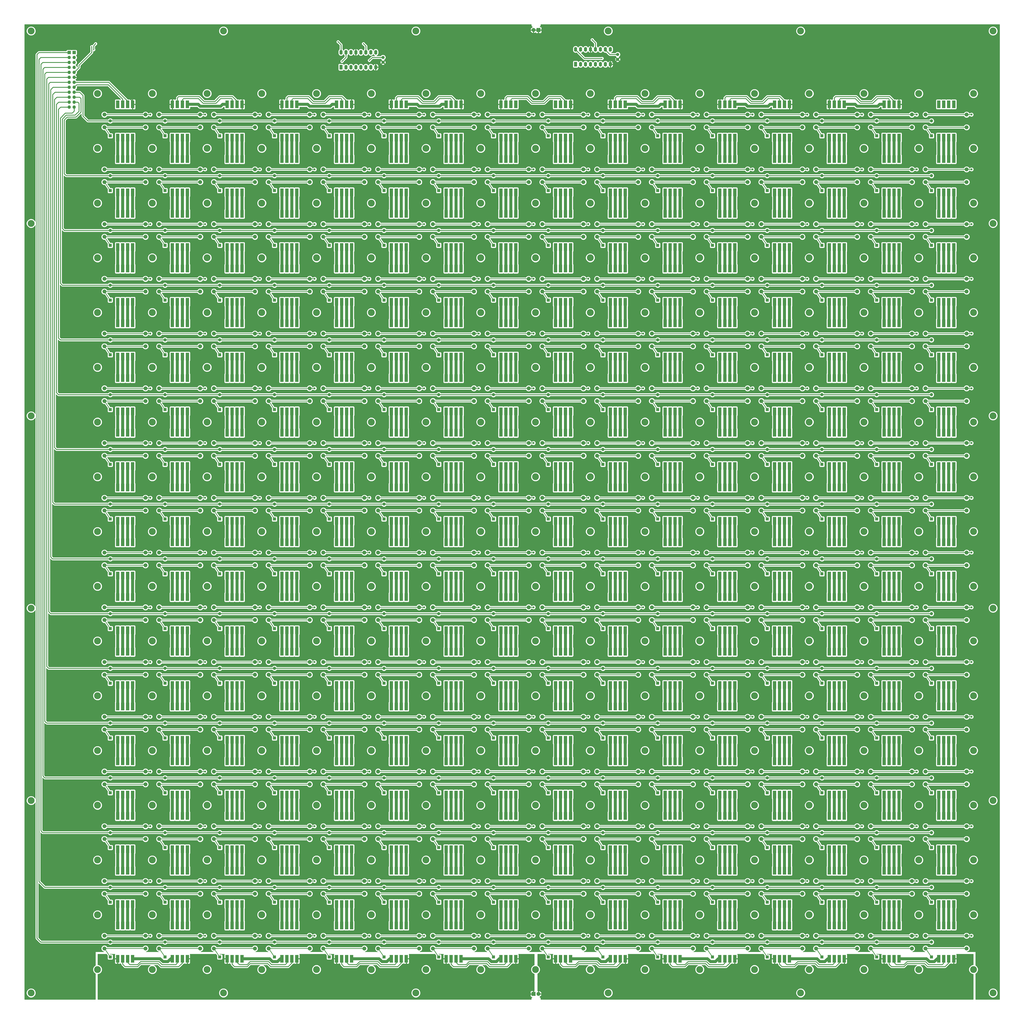
<source format=gtl>
G04 #@! TF.FileFunction,Copper,L1,Top,Signal*
%FSLAX46Y46*%
G04 Gerber Fmt 4.6, Leading zero omitted, Abs format (unit mm)*
G04 Created by KiCad (PCBNEW 4.0.7) date 07/16/18 19:30:42*
%MOMM*%
%LPD*%
G01*
G04 APERTURE LIST*
%ADD10C,0.100000*%
%ADD11C,0.300000*%
%ADD12C,3.500000*%
%ADD13C,1.000000*%
%ADD14C,2.000000*%
%ADD15O,1.600000X1.600000*%
%ADD16R,1.750000X4.000000*%
%ADD17R,1.600000X1.600000*%
%ADD18C,1.600000*%
%ADD19R,1.600000X2.400000*%
%ADD20O,1.600000X2.400000*%
%ADD21R,1.700000X1.700000*%
%ADD22O,1.700000X1.700000*%
%ADD23O,1.998980X1.998980*%
%ADD24R,1.998980X1.998980*%
%ADD25C,0.600000*%
%ADD26C,0.400000*%
%ADD27C,1.500000*%
%ADD28C,0.250000*%
%ADD29C,0.254000*%
G04 APERTURE END LIST*
D10*
D11*
X160500000Y-146750000D02*
X163000000Y-146750000D01*
X142500000Y-157600000D02*
X139500000Y-153200000D01*
X139500000Y-153250000D02*
X160500000Y-153250000D01*
X139500000Y-146750000D02*
X160500000Y-146750000D01*
X160500000Y-174750000D02*
X163000000Y-174750000D01*
X142500000Y-185600000D02*
X139500000Y-181200000D01*
X139500000Y-181250000D02*
X160500000Y-181250000D01*
X139500000Y-174750000D02*
X160500000Y-174750000D01*
X160500000Y-202750000D02*
X163000000Y-202750000D01*
X142500000Y-213600000D02*
X139500000Y-209200000D01*
X139500000Y-209250000D02*
X160500000Y-209250000D01*
X139500000Y-202750000D02*
X160500000Y-202750000D01*
X160500000Y-230750000D02*
X163000000Y-230750000D01*
X142500000Y-241600000D02*
X139500000Y-237200000D01*
X139500000Y-237250000D02*
X160500000Y-237250000D01*
X139500000Y-230750000D02*
X160500000Y-230750000D01*
X160500000Y-258750000D02*
X163000000Y-258750000D01*
X142500000Y-269600000D02*
X139500000Y-265200000D01*
X139500000Y-265250000D02*
X160500000Y-265250000D01*
X139500000Y-258750000D02*
X160500000Y-258750000D01*
X160500000Y-286750000D02*
X163000000Y-286750000D01*
X142500000Y-297600000D02*
X139500000Y-293200000D01*
X139500000Y-293250000D02*
X160500000Y-293250000D01*
X139500000Y-286750000D02*
X160500000Y-286750000D01*
X160500000Y-314750000D02*
X163000000Y-314750000D01*
X142500000Y-325600000D02*
X139500000Y-321200000D01*
X139500000Y-321250000D02*
X160500000Y-321250000D01*
X139500000Y-314750000D02*
X160500000Y-314750000D01*
X160500000Y-342750000D02*
X163000000Y-342750000D01*
X142500000Y-353600000D02*
X139500000Y-349200000D01*
X139500000Y-349250000D02*
X160500000Y-349250000D01*
X139500000Y-342750000D02*
X160500000Y-342750000D01*
X160500000Y-370750000D02*
X163000000Y-370750000D01*
X142500000Y-381600000D02*
X139500000Y-377200000D01*
X139500000Y-377250000D02*
X160500000Y-377250000D01*
X139500000Y-370750000D02*
X160500000Y-370750000D01*
X160500000Y-398750000D02*
X163000000Y-398750000D01*
X142500000Y-409600000D02*
X139500000Y-405200000D01*
X139500000Y-405250000D02*
X160500000Y-405250000D01*
X139500000Y-398750000D02*
X160500000Y-398750000D01*
X160500000Y-426750000D02*
X163000000Y-426750000D01*
X142500000Y-437600000D02*
X139500000Y-433200000D01*
X139500000Y-433250000D02*
X160500000Y-433250000D01*
X139500000Y-426750000D02*
X160500000Y-426750000D01*
X160500000Y-454750000D02*
X163000000Y-454750000D01*
X142500000Y-465600000D02*
X139500000Y-461200000D01*
X139500000Y-461250000D02*
X160500000Y-461250000D01*
X139500000Y-454750000D02*
X160500000Y-454750000D01*
X160500000Y-482750000D02*
X163000000Y-482750000D01*
X142500000Y-493600000D02*
X139500000Y-489200000D01*
X139500000Y-489250000D02*
X160500000Y-489250000D01*
X139500000Y-482750000D02*
X160500000Y-482750000D01*
X160500000Y-510750000D02*
X163000000Y-510750000D01*
X142500000Y-521600000D02*
X139500000Y-517200000D01*
X139500000Y-517250000D02*
X160500000Y-517250000D01*
X139500000Y-510750000D02*
X160500000Y-510750000D01*
X160500000Y-538750000D02*
X163000000Y-538750000D01*
X142500000Y-549600000D02*
X139500000Y-545200000D01*
X139500000Y-545250000D02*
X160500000Y-545250000D01*
X139500000Y-538750000D02*
X160500000Y-538750000D01*
X160500000Y-566750000D02*
X163000000Y-566750000D01*
X142500000Y-577600000D02*
X139500000Y-573200000D01*
X139500000Y-573250000D02*
X160500000Y-573250000D01*
X139500000Y-566750000D02*
X160500000Y-566750000D01*
X188500000Y-146750000D02*
X191000000Y-146750000D01*
X170500000Y-157600000D02*
X167500000Y-153200000D01*
X167500000Y-153250000D02*
X188500000Y-153250000D01*
X167500000Y-146750000D02*
X188500000Y-146750000D01*
X188500000Y-174750000D02*
X191000000Y-174750000D01*
X170500000Y-185600000D02*
X167500000Y-181200000D01*
X167500000Y-181250000D02*
X188500000Y-181250000D01*
X167500000Y-174750000D02*
X188500000Y-174750000D01*
X188500000Y-202750000D02*
X191000000Y-202750000D01*
X170500000Y-213600000D02*
X167500000Y-209200000D01*
X167500000Y-209250000D02*
X188500000Y-209250000D01*
X167500000Y-202750000D02*
X188500000Y-202750000D01*
X188500000Y-230750000D02*
X191000000Y-230750000D01*
X170500000Y-241600000D02*
X167500000Y-237200000D01*
X167500000Y-237250000D02*
X188500000Y-237250000D01*
X167500000Y-230750000D02*
X188500000Y-230750000D01*
X188500000Y-258750000D02*
X191000000Y-258750000D01*
X170500000Y-269600000D02*
X167500000Y-265200000D01*
X167500000Y-265250000D02*
X188500000Y-265250000D01*
X167500000Y-258750000D02*
X188500000Y-258750000D01*
X188500000Y-286750000D02*
X191000000Y-286750000D01*
X170500000Y-297600000D02*
X167500000Y-293200000D01*
X167500000Y-293250000D02*
X188500000Y-293250000D01*
X167500000Y-286750000D02*
X188500000Y-286750000D01*
X188500000Y-314750000D02*
X191000000Y-314750000D01*
X170500000Y-325600000D02*
X167500000Y-321200000D01*
X167500000Y-321250000D02*
X188500000Y-321250000D01*
X167500000Y-314750000D02*
X188500000Y-314750000D01*
X188500000Y-342750000D02*
X191000000Y-342750000D01*
X170500000Y-353600000D02*
X167500000Y-349200000D01*
X167500000Y-349250000D02*
X188500000Y-349250000D01*
X167500000Y-342750000D02*
X188500000Y-342750000D01*
X188500000Y-370750000D02*
X191000000Y-370750000D01*
X170500000Y-381600000D02*
X167500000Y-377200000D01*
X167500000Y-377250000D02*
X188500000Y-377250000D01*
X167500000Y-370750000D02*
X188500000Y-370750000D01*
X188500000Y-398750000D02*
X191000000Y-398750000D01*
X170500000Y-409600000D02*
X167500000Y-405200000D01*
X167500000Y-405250000D02*
X188500000Y-405250000D01*
X167500000Y-398750000D02*
X188500000Y-398750000D01*
X188500000Y-426750000D02*
X191000000Y-426750000D01*
X170500000Y-437600000D02*
X167500000Y-433200000D01*
X167500000Y-433250000D02*
X188500000Y-433250000D01*
X167500000Y-426750000D02*
X188500000Y-426750000D01*
X188500000Y-454750000D02*
X191000000Y-454750000D01*
X170500000Y-465600000D02*
X167500000Y-461200000D01*
X167500000Y-461250000D02*
X188500000Y-461250000D01*
X167500000Y-454750000D02*
X188500000Y-454750000D01*
X188500000Y-482750000D02*
X191000000Y-482750000D01*
X170500000Y-493600000D02*
X167500000Y-489200000D01*
X167500000Y-489250000D02*
X188500000Y-489250000D01*
X167500000Y-482750000D02*
X188500000Y-482750000D01*
X188500000Y-510750000D02*
X191000000Y-510750000D01*
X170500000Y-521600000D02*
X167500000Y-517200000D01*
X167500000Y-517250000D02*
X188500000Y-517250000D01*
X167500000Y-510750000D02*
X188500000Y-510750000D01*
X188500000Y-538750000D02*
X191000000Y-538750000D01*
X170500000Y-549600000D02*
X167500000Y-545200000D01*
X167500000Y-545250000D02*
X188500000Y-545250000D01*
X167500000Y-538750000D02*
X188500000Y-538750000D01*
X188500000Y-566750000D02*
X191000000Y-566750000D01*
X170500000Y-577600000D02*
X167500000Y-573200000D01*
X167500000Y-573250000D02*
X188500000Y-573250000D01*
X167500000Y-566750000D02*
X188500000Y-566750000D01*
X216500000Y-146750000D02*
X219000000Y-146750000D01*
X198500000Y-157600000D02*
X195500000Y-153200000D01*
X195500000Y-153250000D02*
X216500000Y-153250000D01*
X195500000Y-146750000D02*
X216500000Y-146750000D01*
X216500000Y-174750000D02*
X219000000Y-174750000D01*
X198500000Y-185600000D02*
X195500000Y-181200000D01*
X195500000Y-181250000D02*
X216500000Y-181250000D01*
X195500000Y-174750000D02*
X216500000Y-174750000D01*
X216500000Y-202750000D02*
X219000000Y-202750000D01*
X198500000Y-213600000D02*
X195500000Y-209200000D01*
X195500000Y-209250000D02*
X216500000Y-209250000D01*
X195500000Y-202750000D02*
X216500000Y-202750000D01*
X216500000Y-230750000D02*
X219000000Y-230750000D01*
X198500000Y-241600000D02*
X195500000Y-237200000D01*
X195500000Y-237250000D02*
X216500000Y-237250000D01*
X195500000Y-230750000D02*
X216500000Y-230750000D01*
X216500000Y-258750000D02*
X219000000Y-258750000D01*
X198500000Y-269600000D02*
X195500000Y-265200000D01*
X195500000Y-265250000D02*
X216500000Y-265250000D01*
X195500000Y-258750000D02*
X216500000Y-258750000D01*
X216500000Y-286750000D02*
X219000000Y-286750000D01*
X198500000Y-297600000D02*
X195500000Y-293200000D01*
X195500000Y-293250000D02*
X216500000Y-293250000D01*
X195500000Y-286750000D02*
X216500000Y-286750000D01*
X216500000Y-314750000D02*
X219000000Y-314750000D01*
X198500000Y-325600000D02*
X195500000Y-321200000D01*
X195500000Y-321250000D02*
X216500000Y-321250000D01*
X195500000Y-314750000D02*
X216500000Y-314750000D01*
X216500000Y-342750000D02*
X219000000Y-342750000D01*
X198500000Y-353600000D02*
X195500000Y-349200000D01*
X195500000Y-349250000D02*
X216500000Y-349250000D01*
X195500000Y-342750000D02*
X216500000Y-342750000D01*
X216500000Y-370750000D02*
X219000000Y-370750000D01*
X198500000Y-381600000D02*
X195500000Y-377200000D01*
X195500000Y-377250000D02*
X216500000Y-377250000D01*
X195500000Y-370750000D02*
X216500000Y-370750000D01*
X216500000Y-398750000D02*
X219000000Y-398750000D01*
X198500000Y-409600000D02*
X195500000Y-405200000D01*
X195500000Y-405250000D02*
X216500000Y-405250000D01*
X195500000Y-398750000D02*
X216500000Y-398750000D01*
X216500000Y-426750000D02*
X219000000Y-426750000D01*
X198500000Y-437600000D02*
X195500000Y-433200000D01*
X195500000Y-433250000D02*
X216500000Y-433250000D01*
X195500000Y-426750000D02*
X216500000Y-426750000D01*
X216500000Y-454750000D02*
X219000000Y-454750000D01*
X198500000Y-465600000D02*
X195500000Y-461200000D01*
X195500000Y-461250000D02*
X216500000Y-461250000D01*
X195500000Y-454750000D02*
X216500000Y-454750000D01*
X216500000Y-482750000D02*
X219000000Y-482750000D01*
X198500000Y-493600000D02*
X195500000Y-489200000D01*
X195500000Y-489250000D02*
X216500000Y-489250000D01*
X195500000Y-482750000D02*
X216500000Y-482750000D01*
X216500000Y-510750000D02*
X219000000Y-510750000D01*
X198500000Y-521600000D02*
X195500000Y-517200000D01*
X195500000Y-517250000D02*
X216500000Y-517250000D01*
X195500000Y-510750000D02*
X216500000Y-510750000D01*
X216500000Y-538750000D02*
X219000000Y-538750000D01*
X198500000Y-549600000D02*
X195500000Y-545200000D01*
X195500000Y-545250000D02*
X216500000Y-545250000D01*
X195500000Y-538750000D02*
X216500000Y-538750000D01*
X216500000Y-566750000D02*
X219000000Y-566750000D01*
X198500000Y-577600000D02*
X195500000Y-573200000D01*
X195500000Y-573250000D02*
X216500000Y-573250000D01*
X195500000Y-566750000D02*
X216500000Y-566750000D01*
X244500000Y-146750000D02*
X247000000Y-146750000D01*
X226500000Y-157600000D02*
X223500000Y-153200000D01*
X223500000Y-153250000D02*
X244500000Y-153250000D01*
X223500000Y-146750000D02*
X244500000Y-146750000D01*
X244500000Y-174750000D02*
X247000000Y-174750000D01*
X226500000Y-185600000D02*
X223500000Y-181200000D01*
X223500000Y-181250000D02*
X244500000Y-181250000D01*
X223500000Y-174750000D02*
X244500000Y-174750000D01*
X244500000Y-202750000D02*
X247000000Y-202750000D01*
X226500000Y-213600000D02*
X223500000Y-209200000D01*
X223500000Y-209250000D02*
X244500000Y-209250000D01*
X223500000Y-202750000D02*
X244500000Y-202750000D01*
X244500000Y-230750000D02*
X247000000Y-230750000D01*
X226500000Y-241600000D02*
X223500000Y-237200000D01*
X223500000Y-237250000D02*
X244500000Y-237250000D01*
X223500000Y-230750000D02*
X244500000Y-230750000D01*
X244500000Y-258750000D02*
X247000000Y-258750000D01*
X226500000Y-269600000D02*
X223500000Y-265200000D01*
X223500000Y-265250000D02*
X244500000Y-265250000D01*
X223500000Y-258750000D02*
X244500000Y-258750000D01*
X244500000Y-286750000D02*
X247000000Y-286750000D01*
X226500000Y-297600000D02*
X223500000Y-293200000D01*
X223500000Y-293250000D02*
X244500000Y-293250000D01*
X223500000Y-286750000D02*
X244500000Y-286750000D01*
X244500000Y-314750000D02*
X247000000Y-314750000D01*
X226500000Y-325600000D02*
X223500000Y-321200000D01*
X223500000Y-321250000D02*
X244500000Y-321250000D01*
X223500000Y-314750000D02*
X244500000Y-314750000D01*
X244500000Y-342750000D02*
X247000000Y-342750000D01*
X226500000Y-353600000D02*
X223500000Y-349200000D01*
X223500000Y-349250000D02*
X244500000Y-349250000D01*
X223500000Y-342750000D02*
X244500000Y-342750000D01*
X244500000Y-370750000D02*
X247000000Y-370750000D01*
X226500000Y-381600000D02*
X223500000Y-377200000D01*
X223500000Y-377250000D02*
X244500000Y-377250000D01*
X223500000Y-370750000D02*
X244500000Y-370750000D01*
X244500000Y-398750000D02*
X247000000Y-398750000D01*
X226500000Y-409600000D02*
X223500000Y-405200000D01*
X223500000Y-405250000D02*
X244500000Y-405250000D01*
X223500000Y-398750000D02*
X244500000Y-398750000D01*
X244500000Y-426750000D02*
X247000000Y-426750000D01*
X226500000Y-437600000D02*
X223500000Y-433200000D01*
X223500000Y-433250000D02*
X244500000Y-433250000D01*
X223500000Y-426750000D02*
X244500000Y-426750000D01*
X244500000Y-454750000D02*
X247000000Y-454750000D01*
X226500000Y-465600000D02*
X223500000Y-461200000D01*
X223500000Y-461250000D02*
X244500000Y-461250000D01*
X223500000Y-454750000D02*
X244500000Y-454750000D01*
X244500000Y-482750000D02*
X247000000Y-482750000D01*
X226500000Y-493600000D02*
X223500000Y-489200000D01*
X223500000Y-489250000D02*
X244500000Y-489250000D01*
X223500000Y-482750000D02*
X244500000Y-482750000D01*
X244500000Y-510750000D02*
X247000000Y-510750000D01*
X226500000Y-521600000D02*
X223500000Y-517200000D01*
X223500000Y-517250000D02*
X244500000Y-517250000D01*
X223500000Y-510750000D02*
X244500000Y-510750000D01*
X244500000Y-538750000D02*
X247000000Y-538750000D01*
X226500000Y-549600000D02*
X223500000Y-545200000D01*
X223500000Y-545250000D02*
X244500000Y-545250000D01*
X223500000Y-538750000D02*
X244500000Y-538750000D01*
X244500000Y-566750000D02*
X247000000Y-566750000D01*
X226500000Y-577600000D02*
X223500000Y-573200000D01*
X223500000Y-573250000D02*
X244500000Y-573250000D01*
X223500000Y-566750000D02*
X244500000Y-566750000D01*
X272500000Y-146750000D02*
X275000000Y-146750000D01*
X254500000Y-157600000D02*
X251500000Y-153200000D01*
X251500000Y-153250000D02*
X272500000Y-153250000D01*
X251500000Y-146750000D02*
X272500000Y-146750000D01*
X272500000Y-174750000D02*
X275000000Y-174750000D01*
X254500000Y-185600000D02*
X251500000Y-181200000D01*
X251500000Y-181250000D02*
X272500000Y-181250000D01*
X251500000Y-174750000D02*
X272500000Y-174750000D01*
X272500000Y-202750000D02*
X275000000Y-202750000D01*
X254500000Y-213600000D02*
X251500000Y-209200000D01*
X251500000Y-209250000D02*
X272500000Y-209250000D01*
X251500000Y-202750000D02*
X272500000Y-202750000D01*
X272500000Y-230750000D02*
X275000000Y-230750000D01*
X254500000Y-241600000D02*
X251500000Y-237200000D01*
X251500000Y-237250000D02*
X272500000Y-237250000D01*
X251500000Y-230750000D02*
X272500000Y-230750000D01*
X272500000Y-258750000D02*
X275000000Y-258750000D01*
X254500000Y-269600000D02*
X251500000Y-265200000D01*
X251500000Y-265250000D02*
X272500000Y-265250000D01*
X251500000Y-258750000D02*
X272500000Y-258750000D01*
X272500000Y-286750000D02*
X275000000Y-286750000D01*
X254500000Y-297600000D02*
X251500000Y-293200000D01*
X251500000Y-293250000D02*
X272500000Y-293250000D01*
X251500000Y-286750000D02*
X272500000Y-286750000D01*
X272500000Y-314750000D02*
X275000000Y-314750000D01*
X254500000Y-325600000D02*
X251500000Y-321200000D01*
X251500000Y-321250000D02*
X272500000Y-321250000D01*
X251500000Y-314750000D02*
X272500000Y-314750000D01*
X272500000Y-342750000D02*
X275000000Y-342750000D01*
X254500000Y-353600000D02*
X251500000Y-349200000D01*
X251500000Y-349250000D02*
X272500000Y-349250000D01*
X251500000Y-342750000D02*
X272500000Y-342750000D01*
X272500000Y-370750000D02*
X275000000Y-370750000D01*
X254500000Y-381600000D02*
X251500000Y-377200000D01*
X251500000Y-377250000D02*
X272500000Y-377250000D01*
X251500000Y-370750000D02*
X272500000Y-370750000D01*
X272500000Y-398750000D02*
X275000000Y-398750000D01*
X254500000Y-409600000D02*
X251500000Y-405200000D01*
X251500000Y-405250000D02*
X272500000Y-405250000D01*
X251500000Y-398750000D02*
X272500000Y-398750000D01*
X272500000Y-426750000D02*
X275000000Y-426750000D01*
X254500000Y-437600000D02*
X251500000Y-433200000D01*
X251500000Y-433250000D02*
X272500000Y-433250000D01*
X251500000Y-426750000D02*
X272500000Y-426750000D01*
X272500000Y-454750000D02*
X275000000Y-454750000D01*
X254500000Y-465600000D02*
X251500000Y-461200000D01*
X251500000Y-461250000D02*
X272500000Y-461250000D01*
X251500000Y-454750000D02*
X272500000Y-454750000D01*
X272500000Y-482750000D02*
X275000000Y-482750000D01*
X254500000Y-493600000D02*
X251500000Y-489200000D01*
X251500000Y-489250000D02*
X272500000Y-489250000D01*
X251500000Y-482750000D02*
X272500000Y-482750000D01*
X272500000Y-510750000D02*
X275000000Y-510750000D01*
X254500000Y-521600000D02*
X251500000Y-517200000D01*
X251500000Y-517250000D02*
X272500000Y-517250000D01*
X251500000Y-510750000D02*
X272500000Y-510750000D01*
X272500000Y-538750000D02*
X275000000Y-538750000D01*
X254500000Y-549600000D02*
X251500000Y-545200000D01*
X251500000Y-545250000D02*
X272500000Y-545250000D01*
X251500000Y-538750000D02*
X272500000Y-538750000D01*
X272500000Y-566750000D02*
X275000000Y-566750000D01*
X254500000Y-577600000D02*
X251500000Y-573200000D01*
X251500000Y-573250000D02*
X272500000Y-573250000D01*
X251500000Y-566750000D02*
X272500000Y-566750000D01*
X300500000Y-146750000D02*
X303000000Y-146750000D01*
X282500000Y-157600000D02*
X279500000Y-153200000D01*
X279500000Y-153250000D02*
X300500000Y-153250000D01*
X279500000Y-146750000D02*
X300500000Y-146750000D01*
X300500000Y-174750000D02*
X303000000Y-174750000D01*
X282500000Y-185600000D02*
X279500000Y-181200000D01*
X279500000Y-181250000D02*
X300500000Y-181250000D01*
X279500000Y-174750000D02*
X300500000Y-174750000D01*
X300500000Y-202750000D02*
X303000000Y-202750000D01*
X282500000Y-213600000D02*
X279500000Y-209200000D01*
X279500000Y-209250000D02*
X300500000Y-209250000D01*
X279500000Y-202750000D02*
X300500000Y-202750000D01*
X300500000Y-230750000D02*
X303000000Y-230750000D01*
X282500000Y-241600000D02*
X279500000Y-237200000D01*
X279500000Y-237250000D02*
X300500000Y-237250000D01*
X279500000Y-230750000D02*
X300500000Y-230750000D01*
X300500000Y-258750000D02*
X303000000Y-258750000D01*
X282500000Y-269600000D02*
X279500000Y-265200000D01*
X279500000Y-265250000D02*
X300500000Y-265250000D01*
X279500000Y-258750000D02*
X300500000Y-258750000D01*
X300500000Y-286750000D02*
X303000000Y-286750000D01*
X282500000Y-297600000D02*
X279500000Y-293200000D01*
X279500000Y-293250000D02*
X300500000Y-293250000D01*
X279500000Y-286750000D02*
X300500000Y-286750000D01*
X300500000Y-314750000D02*
X303000000Y-314750000D01*
X282500000Y-325600000D02*
X279500000Y-321200000D01*
X279500000Y-321250000D02*
X300500000Y-321250000D01*
X279500000Y-314750000D02*
X300500000Y-314750000D01*
X300500000Y-342750000D02*
X303000000Y-342750000D01*
X282500000Y-353600000D02*
X279500000Y-349200000D01*
X279500000Y-349250000D02*
X300500000Y-349250000D01*
X279500000Y-342750000D02*
X300500000Y-342750000D01*
X300500000Y-370750000D02*
X303000000Y-370750000D01*
X282500000Y-381600000D02*
X279500000Y-377200000D01*
X279500000Y-377250000D02*
X300500000Y-377250000D01*
X279500000Y-370750000D02*
X300500000Y-370750000D01*
X300500000Y-398750000D02*
X303000000Y-398750000D01*
X282500000Y-409600000D02*
X279500000Y-405200000D01*
X279500000Y-405250000D02*
X300500000Y-405250000D01*
X279500000Y-398750000D02*
X300500000Y-398750000D01*
X300500000Y-426750000D02*
X303000000Y-426750000D01*
X282500000Y-437600000D02*
X279500000Y-433200000D01*
X279500000Y-433250000D02*
X300500000Y-433250000D01*
X279500000Y-426750000D02*
X300500000Y-426750000D01*
X300500000Y-454750000D02*
X303000000Y-454750000D01*
X282500000Y-465600000D02*
X279500000Y-461200000D01*
X279500000Y-461250000D02*
X300500000Y-461250000D01*
X279500000Y-454750000D02*
X300500000Y-454750000D01*
X300500000Y-482750000D02*
X303000000Y-482750000D01*
X282500000Y-493600000D02*
X279500000Y-489200000D01*
X279500000Y-489250000D02*
X300500000Y-489250000D01*
X279500000Y-482750000D02*
X300500000Y-482750000D01*
X300500000Y-510750000D02*
X303000000Y-510750000D01*
X282500000Y-521600000D02*
X279500000Y-517200000D01*
X279500000Y-517250000D02*
X300500000Y-517250000D01*
X279500000Y-510750000D02*
X300500000Y-510750000D01*
X300500000Y-538750000D02*
X303000000Y-538750000D01*
X282500000Y-549600000D02*
X279500000Y-545200000D01*
X279500000Y-545250000D02*
X300500000Y-545250000D01*
X279500000Y-538750000D02*
X300500000Y-538750000D01*
X300500000Y-566750000D02*
X303000000Y-566750000D01*
X282500000Y-577600000D02*
X279500000Y-573200000D01*
X279500000Y-573250000D02*
X300500000Y-573250000D01*
X279500000Y-566750000D02*
X300500000Y-566750000D01*
X328500000Y-146750000D02*
X331000000Y-146750000D01*
X310500000Y-157600000D02*
X307500000Y-153200000D01*
X307500000Y-153250000D02*
X328500000Y-153250000D01*
X307500000Y-146750000D02*
X328500000Y-146750000D01*
X328500000Y-174750000D02*
X331000000Y-174750000D01*
X310500000Y-185600000D02*
X307500000Y-181200000D01*
X307500000Y-181250000D02*
X328500000Y-181250000D01*
X307500000Y-174750000D02*
X328500000Y-174750000D01*
X328500000Y-202750000D02*
X331000000Y-202750000D01*
X310500000Y-213600000D02*
X307500000Y-209200000D01*
X307500000Y-209250000D02*
X328500000Y-209250000D01*
X307500000Y-202750000D02*
X328500000Y-202750000D01*
X328500000Y-230750000D02*
X331000000Y-230750000D01*
X310500000Y-241600000D02*
X307500000Y-237200000D01*
X307500000Y-237250000D02*
X328500000Y-237250000D01*
X307500000Y-230750000D02*
X328500000Y-230750000D01*
X328500000Y-258750000D02*
X331000000Y-258750000D01*
X310500000Y-269600000D02*
X307500000Y-265200000D01*
X307500000Y-265250000D02*
X328500000Y-265250000D01*
X307500000Y-258750000D02*
X328500000Y-258750000D01*
X328500000Y-286750000D02*
X331000000Y-286750000D01*
X310500000Y-297600000D02*
X307500000Y-293200000D01*
X307500000Y-293250000D02*
X328500000Y-293250000D01*
X307500000Y-286750000D02*
X328500000Y-286750000D01*
X328500000Y-314750000D02*
X331000000Y-314750000D01*
X310500000Y-325600000D02*
X307500000Y-321200000D01*
X307500000Y-321250000D02*
X328500000Y-321250000D01*
X307500000Y-314750000D02*
X328500000Y-314750000D01*
X328500000Y-342750000D02*
X331000000Y-342750000D01*
X310500000Y-353600000D02*
X307500000Y-349200000D01*
X307500000Y-349250000D02*
X328500000Y-349250000D01*
X307500000Y-342750000D02*
X328500000Y-342750000D01*
X328500000Y-370750000D02*
X331000000Y-370750000D01*
X310500000Y-381600000D02*
X307500000Y-377200000D01*
X307500000Y-377250000D02*
X328500000Y-377250000D01*
X307500000Y-370750000D02*
X328500000Y-370750000D01*
X328500000Y-398750000D02*
X331000000Y-398750000D01*
X310500000Y-409600000D02*
X307500000Y-405200000D01*
X307500000Y-405250000D02*
X328500000Y-405250000D01*
X307500000Y-398750000D02*
X328500000Y-398750000D01*
X328500000Y-426750000D02*
X331000000Y-426750000D01*
X310500000Y-437600000D02*
X307500000Y-433200000D01*
X307500000Y-433250000D02*
X328500000Y-433250000D01*
X307500000Y-426750000D02*
X328500000Y-426750000D01*
X328500000Y-454750000D02*
X331000000Y-454750000D01*
X310500000Y-465600000D02*
X307500000Y-461200000D01*
X307500000Y-461250000D02*
X328500000Y-461250000D01*
X307500000Y-454750000D02*
X328500000Y-454750000D01*
X328500000Y-482750000D02*
X331000000Y-482750000D01*
X310500000Y-493600000D02*
X307500000Y-489200000D01*
X307500000Y-489250000D02*
X328500000Y-489250000D01*
X307500000Y-482750000D02*
X328500000Y-482750000D01*
X328500000Y-510750000D02*
X331000000Y-510750000D01*
X310500000Y-521600000D02*
X307500000Y-517200000D01*
X307500000Y-517250000D02*
X328500000Y-517250000D01*
X307500000Y-510750000D02*
X328500000Y-510750000D01*
X328500000Y-538750000D02*
X331000000Y-538750000D01*
X310500000Y-549600000D02*
X307500000Y-545200000D01*
X307500000Y-545250000D02*
X328500000Y-545250000D01*
X307500000Y-538750000D02*
X328500000Y-538750000D01*
X328500000Y-566750000D02*
X331000000Y-566750000D01*
X310500000Y-577600000D02*
X307500000Y-573200000D01*
X307500000Y-573250000D02*
X328500000Y-573250000D01*
X307500000Y-566750000D02*
X328500000Y-566750000D01*
X356500000Y-146750000D02*
X359000000Y-146750000D01*
X338500000Y-157600000D02*
X335500000Y-153200000D01*
X335500000Y-153250000D02*
X356500000Y-153250000D01*
X335500000Y-146750000D02*
X356500000Y-146750000D01*
X356500000Y-174750000D02*
X359000000Y-174750000D01*
X338500000Y-185600000D02*
X335500000Y-181200000D01*
X335500000Y-181250000D02*
X356500000Y-181250000D01*
X335500000Y-174750000D02*
X356500000Y-174750000D01*
X356500000Y-202750000D02*
X359000000Y-202750000D01*
X338500000Y-213600000D02*
X335500000Y-209200000D01*
X335500000Y-209250000D02*
X356500000Y-209250000D01*
X335500000Y-202750000D02*
X356500000Y-202750000D01*
X356500000Y-230750000D02*
X359000000Y-230750000D01*
X338500000Y-241600000D02*
X335500000Y-237200000D01*
X335500000Y-237250000D02*
X356500000Y-237250000D01*
X335500000Y-230750000D02*
X356500000Y-230750000D01*
X356500000Y-258750000D02*
X359000000Y-258750000D01*
X338500000Y-269600000D02*
X335500000Y-265200000D01*
X335500000Y-265250000D02*
X356500000Y-265250000D01*
X335500000Y-258750000D02*
X356500000Y-258750000D01*
X356500000Y-286750000D02*
X359000000Y-286750000D01*
X338500000Y-297600000D02*
X335500000Y-293200000D01*
X335500000Y-293250000D02*
X356500000Y-293250000D01*
X335500000Y-286750000D02*
X356500000Y-286750000D01*
X356500000Y-314750000D02*
X359000000Y-314750000D01*
X338500000Y-325600000D02*
X335500000Y-321200000D01*
X335500000Y-321250000D02*
X356500000Y-321250000D01*
X335500000Y-314750000D02*
X356500000Y-314750000D01*
X356500000Y-342750000D02*
X359000000Y-342750000D01*
X338500000Y-353600000D02*
X335500000Y-349200000D01*
X335500000Y-349250000D02*
X356500000Y-349250000D01*
X335500000Y-342750000D02*
X356500000Y-342750000D01*
X356500000Y-370750000D02*
X359000000Y-370750000D01*
X338500000Y-381600000D02*
X335500000Y-377200000D01*
X335500000Y-377250000D02*
X356500000Y-377250000D01*
X335500000Y-370750000D02*
X356500000Y-370750000D01*
X356500000Y-398750000D02*
X359000000Y-398750000D01*
X338500000Y-409600000D02*
X335500000Y-405200000D01*
X335500000Y-405250000D02*
X356500000Y-405250000D01*
X335500000Y-398750000D02*
X356500000Y-398750000D01*
X356500000Y-426750000D02*
X359000000Y-426750000D01*
X338500000Y-437600000D02*
X335500000Y-433200000D01*
X335500000Y-433250000D02*
X356500000Y-433250000D01*
X335500000Y-426750000D02*
X356500000Y-426750000D01*
X356500000Y-454750000D02*
X359000000Y-454750000D01*
X338500000Y-465600000D02*
X335500000Y-461200000D01*
X335500000Y-461250000D02*
X356500000Y-461250000D01*
X335500000Y-454750000D02*
X356500000Y-454750000D01*
X356500000Y-482750000D02*
X359000000Y-482750000D01*
X338500000Y-493600000D02*
X335500000Y-489200000D01*
X335500000Y-489250000D02*
X356500000Y-489250000D01*
X335500000Y-482750000D02*
X356500000Y-482750000D01*
X356500000Y-510750000D02*
X359000000Y-510750000D01*
X338500000Y-521600000D02*
X335500000Y-517200000D01*
X335500000Y-517250000D02*
X356500000Y-517250000D01*
X335500000Y-510750000D02*
X356500000Y-510750000D01*
X356500000Y-538750000D02*
X359000000Y-538750000D01*
X338500000Y-549600000D02*
X335500000Y-545200000D01*
X335500000Y-545250000D02*
X356500000Y-545250000D01*
X335500000Y-538750000D02*
X356500000Y-538750000D01*
X356500000Y-566750000D02*
X359000000Y-566750000D01*
X338500000Y-577600000D02*
X335500000Y-573200000D01*
X335500000Y-573250000D02*
X356500000Y-573250000D01*
X335500000Y-566750000D02*
X356500000Y-566750000D01*
X384500000Y-146750000D02*
X387000000Y-146750000D01*
X366500000Y-157600000D02*
X363500000Y-153200000D01*
X363500000Y-153250000D02*
X384500000Y-153250000D01*
X363500000Y-146750000D02*
X384500000Y-146750000D01*
X384500000Y-174750000D02*
X387000000Y-174750000D01*
X366500000Y-185600000D02*
X363500000Y-181200000D01*
X363500000Y-181250000D02*
X384500000Y-181250000D01*
X363500000Y-174750000D02*
X384500000Y-174750000D01*
X384500000Y-202750000D02*
X387000000Y-202750000D01*
X366500000Y-213600000D02*
X363500000Y-209200000D01*
X363500000Y-209250000D02*
X384500000Y-209250000D01*
X363500000Y-202750000D02*
X384500000Y-202750000D01*
X384500000Y-230750000D02*
X387000000Y-230750000D01*
X366500000Y-241600000D02*
X363500000Y-237200000D01*
X363500000Y-237250000D02*
X384500000Y-237250000D01*
X363500000Y-230750000D02*
X384500000Y-230750000D01*
X384500000Y-258750000D02*
X387000000Y-258750000D01*
X366500000Y-269600000D02*
X363500000Y-265200000D01*
X363500000Y-265250000D02*
X384500000Y-265250000D01*
X363500000Y-258750000D02*
X384500000Y-258750000D01*
X384500000Y-286750000D02*
X387000000Y-286750000D01*
X366500000Y-297600000D02*
X363500000Y-293200000D01*
X363500000Y-293250000D02*
X384500000Y-293250000D01*
X363500000Y-286750000D02*
X384500000Y-286750000D01*
X384500000Y-314750000D02*
X387000000Y-314750000D01*
X366500000Y-325600000D02*
X363500000Y-321200000D01*
X363500000Y-321250000D02*
X384500000Y-321250000D01*
X363500000Y-314750000D02*
X384500000Y-314750000D01*
X384500000Y-342750000D02*
X387000000Y-342750000D01*
X366500000Y-353600000D02*
X363500000Y-349200000D01*
X363500000Y-349250000D02*
X384500000Y-349250000D01*
X363500000Y-342750000D02*
X384500000Y-342750000D01*
X384500000Y-370750000D02*
X387000000Y-370750000D01*
X366500000Y-381600000D02*
X363500000Y-377200000D01*
X363500000Y-377250000D02*
X384500000Y-377250000D01*
X363500000Y-370750000D02*
X384500000Y-370750000D01*
X384500000Y-398750000D02*
X387000000Y-398750000D01*
X366500000Y-409600000D02*
X363500000Y-405200000D01*
X363500000Y-405250000D02*
X384500000Y-405250000D01*
X363500000Y-398750000D02*
X384500000Y-398750000D01*
X384500000Y-426750000D02*
X387000000Y-426750000D01*
X366500000Y-437600000D02*
X363500000Y-433200000D01*
X363500000Y-433250000D02*
X384500000Y-433250000D01*
X363500000Y-426750000D02*
X384500000Y-426750000D01*
X384500000Y-454750000D02*
X387000000Y-454750000D01*
X366500000Y-465600000D02*
X363500000Y-461200000D01*
X363500000Y-461250000D02*
X384500000Y-461250000D01*
X363500000Y-454750000D02*
X384500000Y-454750000D01*
X384500000Y-482750000D02*
X387000000Y-482750000D01*
X366500000Y-493600000D02*
X363500000Y-489200000D01*
X363500000Y-489250000D02*
X384500000Y-489250000D01*
X363500000Y-482750000D02*
X384500000Y-482750000D01*
X384500000Y-510750000D02*
X387000000Y-510750000D01*
X366500000Y-521600000D02*
X363500000Y-517200000D01*
X363500000Y-517250000D02*
X384500000Y-517250000D01*
X363500000Y-510750000D02*
X384500000Y-510750000D01*
X384500000Y-538750000D02*
X387000000Y-538750000D01*
X366500000Y-549600000D02*
X363500000Y-545200000D01*
X363500000Y-545250000D02*
X384500000Y-545250000D01*
X363500000Y-538750000D02*
X384500000Y-538750000D01*
X384500000Y-566750000D02*
X387000000Y-566750000D01*
X366500000Y-577600000D02*
X363500000Y-573200000D01*
X363500000Y-573250000D02*
X384500000Y-573250000D01*
X363500000Y-566750000D02*
X384500000Y-566750000D01*
X412500000Y-146750000D02*
X415000000Y-146750000D01*
X394500000Y-157600000D02*
X391500000Y-153200000D01*
X391500000Y-153250000D02*
X412500000Y-153250000D01*
X391500000Y-146750000D02*
X412500000Y-146750000D01*
X412500000Y-174750000D02*
X415000000Y-174750000D01*
X394500000Y-185600000D02*
X391500000Y-181200000D01*
X391500000Y-181250000D02*
X412500000Y-181250000D01*
X391500000Y-174750000D02*
X412500000Y-174750000D01*
X412500000Y-202750000D02*
X415000000Y-202750000D01*
X394500000Y-213600000D02*
X391500000Y-209200000D01*
X391500000Y-209250000D02*
X412500000Y-209250000D01*
X391500000Y-202750000D02*
X412500000Y-202750000D01*
X412500000Y-230750000D02*
X415000000Y-230750000D01*
X394500000Y-241600000D02*
X391500000Y-237200000D01*
X391500000Y-237250000D02*
X412500000Y-237250000D01*
X391500000Y-230750000D02*
X412500000Y-230750000D01*
X412500000Y-258750000D02*
X415000000Y-258750000D01*
X394500000Y-269600000D02*
X391500000Y-265200000D01*
X391500000Y-265250000D02*
X412500000Y-265250000D01*
X391500000Y-258750000D02*
X412500000Y-258750000D01*
X412500000Y-286750000D02*
X415000000Y-286750000D01*
X394500000Y-297600000D02*
X391500000Y-293200000D01*
X391500000Y-293250000D02*
X412500000Y-293250000D01*
X391500000Y-286750000D02*
X412500000Y-286750000D01*
X412500000Y-314750000D02*
X415000000Y-314750000D01*
X394500000Y-325600000D02*
X391500000Y-321200000D01*
X391500000Y-321250000D02*
X412500000Y-321250000D01*
X391500000Y-314750000D02*
X412500000Y-314750000D01*
X412500000Y-342750000D02*
X415000000Y-342750000D01*
X394500000Y-353600000D02*
X391500000Y-349200000D01*
X391500000Y-349250000D02*
X412500000Y-349250000D01*
X391500000Y-342750000D02*
X412500000Y-342750000D01*
X412500000Y-370750000D02*
X415000000Y-370750000D01*
X394500000Y-381600000D02*
X391500000Y-377200000D01*
X391500000Y-377250000D02*
X412500000Y-377250000D01*
X391500000Y-370750000D02*
X412500000Y-370750000D01*
X412500000Y-398750000D02*
X415000000Y-398750000D01*
X394500000Y-409600000D02*
X391500000Y-405200000D01*
X391500000Y-405250000D02*
X412500000Y-405250000D01*
X391500000Y-398750000D02*
X412500000Y-398750000D01*
X412500000Y-426750000D02*
X415000000Y-426750000D01*
X394500000Y-437600000D02*
X391500000Y-433200000D01*
X391500000Y-433250000D02*
X412500000Y-433250000D01*
X391500000Y-426750000D02*
X412500000Y-426750000D01*
X412500000Y-454750000D02*
X415000000Y-454750000D01*
X394500000Y-465600000D02*
X391500000Y-461200000D01*
X391500000Y-461250000D02*
X412500000Y-461250000D01*
X391500000Y-454750000D02*
X412500000Y-454750000D01*
X412500000Y-482750000D02*
X415000000Y-482750000D01*
X394500000Y-493600000D02*
X391500000Y-489200000D01*
X391500000Y-489250000D02*
X412500000Y-489250000D01*
X391500000Y-482750000D02*
X412500000Y-482750000D01*
X412500000Y-510750000D02*
X415000000Y-510750000D01*
X394500000Y-521600000D02*
X391500000Y-517200000D01*
X391500000Y-517250000D02*
X412500000Y-517250000D01*
X391500000Y-510750000D02*
X412500000Y-510750000D01*
X412500000Y-538750000D02*
X415000000Y-538750000D01*
X394500000Y-549600000D02*
X391500000Y-545200000D01*
X391500000Y-545250000D02*
X412500000Y-545250000D01*
X391500000Y-538750000D02*
X412500000Y-538750000D01*
X412500000Y-566750000D02*
X415000000Y-566750000D01*
X394500000Y-577600000D02*
X391500000Y-573200000D01*
X391500000Y-573250000D02*
X412500000Y-573250000D01*
X391500000Y-566750000D02*
X412500000Y-566750000D01*
X440500000Y-146750000D02*
X443000000Y-146750000D01*
X422500000Y-157600000D02*
X419500000Y-153200000D01*
X419500000Y-153250000D02*
X440500000Y-153250000D01*
X419500000Y-146750000D02*
X440500000Y-146750000D01*
X440500000Y-174750000D02*
X443000000Y-174750000D01*
X422500000Y-185600000D02*
X419500000Y-181200000D01*
X419500000Y-181250000D02*
X440500000Y-181250000D01*
X419500000Y-174750000D02*
X440500000Y-174750000D01*
X440500000Y-202750000D02*
X443000000Y-202750000D01*
X422500000Y-213600000D02*
X419500000Y-209200000D01*
X419500000Y-209250000D02*
X440500000Y-209250000D01*
X419500000Y-202750000D02*
X440500000Y-202750000D01*
X440500000Y-230750000D02*
X443000000Y-230750000D01*
X422500000Y-241600000D02*
X419500000Y-237200000D01*
X419500000Y-237250000D02*
X440500000Y-237250000D01*
X419500000Y-230750000D02*
X440500000Y-230750000D01*
X440500000Y-258750000D02*
X443000000Y-258750000D01*
X422500000Y-269600000D02*
X419500000Y-265200000D01*
X419500000Y-265250000D02*
X440500000Y-265250000D01*
X419500000Y-258750000D02*
X440500000Y-258750000D01*
X440500000Y-286750000D02*
X443000000Y-286750000D01*
X422500000Y-297600000D02*
X419500000Y-293200000D01*
X419500000Y-293250000D02*
X440500000Y-293250000D01*
X419500000Y-286750000D02*
X440500000Y-286750000D01*
X440500000Y-314750000D02*
X443000000Y-314750000D01*
X422500000Y-325600000D02*
X419500000Y-321200000D01*
X419500000Y-321250000D02*
X440500000Y-321250000D01*
X419500000Y-314750000D02*
X440500000Y-314750000D01*
X440500000Y-342750000D02*
X443000000Y-342750000D01*
X422500000Y-353600000D02*
X419500000Y-349200000D01*
X419500000Y-349250000D02*
X440500000Y-349250000D01*
X419500000Y-342750000D02*
X440500000Y-342750000D01*
X440500000Y-370750000D02*
X443000000Y-370750000D01*
X422500000Y-381600000D02*
X419500000Y-377200000D01*
X419500000Y-377250000D02*
X440500000Y-377250000D01*
X419500000Y-370750000D02*
X440500000Y-370750000D01*
X440500000Y-398750000D02*
X443000000Y-398750000D01*
X422500000Y-409600000D02*
X419500000Y-405200000D01*
X419500000Y-405250000D02*
X440500000Y-405250000D01*
X419500000Y-398750000D02*
X440500000Y-398750000D01*
X440500000Y-426750000D02*
X443000000Y-426750000D01*
X422500000Y-437600000D02*
X419500000Y-433200000D01*
X419500000Y-433250000D02*
X440500000Y-433250000D01*
X419500000Y-426750000D02*
X440500000Y-426750000D01*
X440500000Y-454750000D02*
X443000000Y-454750000D01*
X422500000Y-465600000D02*
X419500000Y-461200000D01*
X419500000Y-461250000D02*
X440500000Y-461250000D01*
X419500000Y-454750000D02*
X440500000Y-454750000D01*
X440500000Y-482750000D02*
X443000000Y-482750000D01*
X422500000Y-493600000D02*
X419500000Y-489200000D01*
X419500000Y-489250000D02*
X440500000Y-489250000D01*
X419500000Y-482750000D02*
X440500000Y-482750000D01*
X440500000Y-510750000D02*
X443000000Y-510750000D01*
X422500000Y-521600000D02*
X419500000Y-517200000D01*
X419500000Y-517250000D02*
X440500000Y-517250000D01*
X419500000Y-510750000D02*
X440500000Y-510750000D01*
X440500000Y-538750000D02*
X443000000Y-538750000D01*
X422500000Y-549600000D02*
X419500000Y-545200000D01*
X419500000Y-545250000D02*
X440500000Y-545250000D01*
X419500000Y-538750000D02*
X440500000Y-538750000D01*
X440500000Y-566750000D02*
X443000000Y-566750000D01*
X422500000Y-577600000D02*
X419500000Y-573200000D01*
X419500000Y-573250000D02*
X440500000Y-573250000D01*
X419500000Y-566750000D02*
X440500000Y-566750000D01*
X468500000Y-146750000D02*
X471000000Y-146750000D01*
X450500000Y-157600000D02*
X447500000Y-153200000D01*
X447500000Y-153250000D02*
X468500000Y-153250000D01*
X447500000Y-146750000D02*
X468500000Y-146750000D01*
X468500000Y-174750000D02*
X471000000Y-174750000D01*
X450500000Y-185600000D02*
X447500000Y-181200000D01*
X447500000Y-181250000D02*
X468500000Y-181250000D01*
X447500000Y-174750000D02*
X468500000Y-174750000D01*
X468500000Y-202750000D02*
X471000000Y-202750000D01*
X450500000Y-213600000D02*
X447500000Y-209200000D01*
X447500000Y-209250000D02*
X468500000Y-209250000D01*
X447500000Y-202750000D02*
X468500000Y-202750000D01*
X468500000Y-230750000D02*
X471000000Y-230750000D01*
X450500000Y-241600000D02*
X447500000Y-237200000D01*
X447500000Y-237250000D02*
X468500000Y-237250000D01*
X447500000Y-230750000D02*
X468500000Y-230750000D01*
X468500000Y-258750000D02*
X471000000Y-258750000D01*
X450500000Y-269600000D02*
X447500000Y-265200000D01*
X447500000Y-265250000D02*
X468500000Y-265250000D01*
X447500000Y-258750000D02*
X468500000Y-258750000D01*
X468500000Y-286750000D02*
X471000000Y-286750000D01*
X450500000Y-297600000D02*
X447500000Y-293200000D01*
X447500000Y-293250000D02*
X468500000Y-293250000D01*
X447500000Y-286750000D02*
X468500000Y-286750000D01*
X468500000Y-314750000D02*
X471000000Y-314750000D01*
X450500000Y-325600000D02*
X447500000Y-321200000D01*
X447500000Y-321250000D02*
X468500000Y-321250000D01*
X447500000Y-314750000D02*
X468500000Y-314750000D01*
X468500000Y-342750000D02*
X471000000Y-342750000D01*
X450500000Y-353600000D02*
X447500000Y-349200000D01*
X447500000Y-349250000D02*
X468500000Y-349250000D01*
X447500000Y-342750000D02*
X468500000Y-342750000D01*
X468500000Y-370750000D02*
X471000000Y-370750000D01*
X450500000Y-381600000D02*
X447500000Y-377200000D01*
X447500000Y-377250000D02*
X468500000Y-377250000D01*
X447500000Y-370750000D02*
X468500000Y-370750000D01*
X468500000Y-398750000D02*
X471000000Y-398750000D01*
X450500000Y-409600000D02*
X447500000Y-405200000D01*
X447500000Y-405250000D02*
X468500000Y-405250000D01*
X447500000Y-398750000D02*
X468500000Y-398750000D01*
X468500000Y-426750000D02*
X471000000Y-426750000D01*
X450500000Y-437600000D02*
X447500000Y-433200000D01*
X447500000Y-433250000D02*
X468500000Y-433250000D01*
X447500000Y-426750000D02*
X468500000Y-426750000D01*
X468500000Y-454750000D02*
X471000000Y-454750000D01*
X450500000Y-465600000D02*
X447500000Y-461200000D01*
X447500000Y-461250000D02*
X468500000Y-461250000D01*
X447500000Y-454750000D02*
X468500000Y-454750000D01*
X468500000Y-482750000D02*
X471000000Y-482750000D01*
X450500000Y-493600000D02*
X447500000Y-489200000D01*
X447500000Y-489250000D02*
X468500000Y-489250000D01*
X447500000Y-482750000D02*
X468500000Y-482750000D01*
X468500000Y-510750000D02*
X471000000Y-510750000D01*
X450500000Y-521600000D02*
X447500000Y-517200000D01*
X447500000Y-517250000D02*
X468500000Y-517250000D01*
X447500000Y-510750000D02*
X468500000Y-510750000D01*
X468500000Y-538750000D02*
X471000000Y-538750000D01*
X450500000Y-549600000D02*
X447500000Y-545200000D01*
X447500000Y-545250000D02*
X468500000Y-545250000D01*
X447500000Y-538750000D02*
X468500000Y-538750000D01*
X468500000Y-566750000D02*
X471000000Y-566750000D01*
X450500000Y-577600000D02*
X447500000Y-573200000D01*
X447500000Y-573250000D02*
X468500000Y-573250000D01*
X447500000Y-566750000D02*
X468500000Y-566750000D01*
X496500000Y-146750000D02*
X499000000Y-146750000D01*
X478500000Y-157600000D02*
X475500000Y-153200000D01*
X475500000Y-153250000D02*
X496500000Y-153250000D01*
X475500000Y-146750000D02*
X496500000Y-146750000D01*
X496500000Y-174750000D02*
X499000000Y-174750000D01*
X478500000Y-185600000D02*
X475500000Y-181200000D01*
X475500000Y-181250000D02*
X496500000Y-181250000D01*
X475500000Y-174750000D02*
X496500000Y-174750000D01*
X496500000Y-202750000D02*
X499000000Y-202750000D01*
X478500000Y-213600000D02*
X475500000Y-209200000D01*
X475500000Y-209250000D02*
X496500000Y-209250000D01*
X475500000Y-202750000D02*
X496500000Y-202750000D01*
X496500000Y-230750000D02*
X499000000Y-230750000D01*
X478500000Y-241600000D02*
X475500000Y-237200000D01*
X475500000Y-237250000D02*
X496500000Y-237250000D01*
X475500000Y-230750000D02*
X496500000Y-230750000D01*
X496500000Y-258750000D02*
X499000000Y-258750000D01*
X478500000Y-269600000D02*
X475500000Y-265200000D01*
X475500000Y-265250000D02*
X496500000Y-265250000D01*
X475500000Y-258750000D02*
X496500000Y-258750000D01*
X496500000Y-286750000D02*
X499000000Y-286750000D01*
X478500000Y-297600000D02*
X475500000Y-293200000D01*
X475500000Y-293250000D02*
X496500000Y-293250000D01*
X475500000Y-286750000D02*
X496500000Y-286750000D01*
X496500000Y-314750000D02*
X499000000Y-314750000D01*
X478500000Y-325600000D02*
X475500000Y-321200000D01*
X475500000Y-321250000D02*
X496500000Y-321250000D01*
X475500000Y-314750000D02*
X496500000Y-314750000D01*
X496500000Y-342750000D02*
X499000000Y-342750000D01*
X478500000Y-353600000D02*
X475500000Y-349200000D01*
X475500000Y-349250000D02*
X496500000Y-349250000D01*
X475500000Y-342750000D02*
X496500000Y-342750000D01*
X496500000Y-370750000D02*
X499000000Y-370750000D01*
X478500000Y-381600000D02*
X475500000Y-377200000D01*
X475500000Y-377250000D02*
X496500000Y-377250000D01*
X475500000Y-370750000D02*
X496500000Y-370750000D01*
X496500000Y-398750000D02*
X499000000Y-398750000D01*
X478500000Y-409600000D02*
X475500000Y-405200000D01*
X475500000Y-405250000D02*
X496500000Y-405250000D01*
X475500000Y-398750000D02*
X496500000Y-398750000D01*
X496500000Y-426750000D02*
X499000000Y-426750000D01*
X478500000Y-437600000D02*
X475500000Y-433200000D01*
X475500000Y-433250000D02*
X496500000Y-433250000D01*
X475500000Y-426750000D02*
X496500000Y-426750000D01*
X496500000Y-454750000D02*
X499000000Y-454750000D01*
X478500000Y-465600000D02*
X475500000Y-461200000D01*
X475500000Y-461250000D02*
X496500000Y-461250000D01*
X475500000Y-454750000D02*
X496500000Y-454750000D01*
X496500000Y-482750000D02*
X499000000Y-482750000D01*
X478500000Y-493600000D02*
X475500000Y-489200000D01*
X475500000Y-489250000D02*
X496500000Y-489250000D01*
X475500000Y-482750000D02*
X496500000Y-482750000D01*
X496500000Y-510750000D02*
X499000000Y-510750000D01*
X478500000Y-521600000D02*
X475500000Y-517200000D01*
X475500000Y-517250000D02*
X496500000Y-517250000D01*
X475500000Y-510750000D02*
X496500000Y-510750000D01*
X496500000Y-538750000D02*
X499000000Y-538750000D01*
X478500000Y-549600000D02*
X475500000Y-545200000D01*
X475500000Y-545250000D02*
X496500000Y-545250000D01*
X475500000Y-538750000D02*
X496500000Y-538750000D01*
X496500000Y-566750000D02*
X499000000Y-566750000D01*
X478500000Y-577600000D02*
X475500000Y-573200000D01*
X475500000Y-573250000D02*
X496500000Y-573250000D01*
X475500000Y-566750000D02*
X496500000Y-566750000D01*
X524500000Y-146750000D02*
X527000000Y-146750000D01*
X506500000Y-157600000D02*
X503500000Y-153200000D01*
X503500000Y-153250000D02*
X524500000Y-153250000D01*
X503500000Y-146750000D02*
X524500000Y-146750000D01*
X524500000Y-174750000D02*
X527000000Y-174750000D01*
X506500000Y-185600000D02*
X503500000Y-181200000D01*
X503500000Y-181250000D02*
X524500000Y-181250000D01*
X503500000Y-174750000D02*
X524500000Y-174750000D01*
X524500000Y-202750000D02*
X527000000Y-202750000D01*
X506500000Y-213600000D02*
X503500000Y-209200000D01*
X503500000Y-209250000D02*
X524500000Y-209250000D01*
X503500000Y-202750000D02*
X524500000Y-202750000D01*
X524500000Y-230750000D02*
X527000000Y-230750000D01*
X506500000Y-241600000D02*
X503500000Y-237200000D01*
X503500000Y-237250000D02*
X524500000Y-237250000D01*
X503500000Y-230750000D02*
X524500000Y-230750000D01*
X524500000Y-258750000D02*
X527000000Y-258750000D01*
X506500000Y-269600000D02*
X503500000Y-265200000D01*
X503500000Y-265250000D02*
X524500000Y-265250000D01*
X503500000Y-258750000D02*
X524500000Y-258750000D01*
X524500000Y-286750000D02*
X527000000Y-286750000D01*
X506500000Y-297600000D02*
X503500000Y-293200000D01*
X503500000Y-293250000D02*
X524500000Y-293250000D01*
X503500000Y-286750000D02*
X524500000Y-286750000D01*
X524500000Y-314750000D02*
X527000000Y-314750000D01*
X506500000Y-325600000D02*
X503500000Y-321200000D01*
X503500000Y-321250000D02*
X524500000Y-321250000D01*
X503500000Y-314750000D02*
X524500000Y-314750000D01*
X524500000Y-342750000D02*
X527000000Y-342750000D01*
X506500000Y-353600000D02*
X503500000Y-349200000D01*
X503500000Y-349250000D02*
X524500000Y-349250000D01*
X503500000Y-342750000D02*
X524500000Y-342750000D01*
X524500000Y-370750000D02*
X527000000Y-370750000D01*
X506500000Y-381600000D02*
X503500000Y-377200000D01*
X503500000Y-377250000D02*
X524500000Y-377250000D01*
X503500000Y-370750000D02*
X524500000Y-370750000D01*
X524500000Y-398750000D02*
X527000000Y-398750000D01*
X506500000Y-409600000D02*
X503500000Y-405200000D01*
X503500000Y-405250000D02*
X524500000Y-405250000D01*
X503500000Y-398750000D02*
X524500000Y-398750000D01*
X524500000Y-426750000D02*
X527000000Y-426750000D01*
X506500000Y-437600000D02*
X503500000Y-433200000D01*
X503500000Y-433250000D02*
X524500000Y-433250000D01*
X503500000Y-426750000D02*
X524500000Y-426750000D01*
X524500000Y-454750000D02*
X527000000Y-454750000D01*
X506500000Y-465600000D02*
X503500000Y-461200000D01*
X503500000Y-461250000D02*
X524500000Y-461250000D01*
X503500000Y-454750000D02*
X524500000Y-454750000D01*
X524500000Y-482750000D02*
X527000000Y-482750000D01*
X506500000Y-493600000D02*
X503500000Y-489200000D01*
X503500000Y-489250000D02*
X524500000Y-489250000D01*
X503500000Y-482750000D02*
X524500000Y-482750000D01*
X524500000Y-510750000D02*
X527000000Y-510750000D01*
X506500000Y-521600000D02*
X503500000Y-517200000D01*
X503500000Y-517250000D02*
X524500000Y-517250000D01*
X503500000Y-510750000D02*
X524500000Y-510750000D01*
X524500000Y-538750000D02*
X527000000Y-538750000D01*
X506500000Y-549600000D02*
X503500000Y-545200000D01*
X503500000Y-545250000D02*
X524500000Y-545250000D01*
X503500000Y-538750000D02*
X524500000Y-538750000D01*
X524500000Y-566750000D02*
X527000000Y-566750000D01*
X506500000Y-577600000D02*
X503500000Y-573200000D01*
X503500000Y-573250000D02*
X524500000Y-573250000D01*
X503500000Y-566750000D02*
X524500000Y-566750000D01*
X552500000Y-146750000D02*
X555000000Y-146750000D01*
X534500000Y-157600000D02*
X531500000Y-153200000D01*
X531500000Y-153250000D02*
X552500000Y-153250000D01*
X531500000Y-146750000D02*
X552500000Y-146750000D01*
X552500000Y-174750000D02*
X555000000Y-174750000D01*
X534500000Y-185600000D02*
X531500000Y-181200000D01*
X531500000Y-181250000D02*
X552500000Y-181250000D01*
X531500000Y-174750000D02*
X552500000Y-174750000D01*
X552500000Y-202750000D02*
X555000000Y-202750000D01*
X534500000Y-213600000D02*
X531500000Y-209200000D01*
X531500000Y-209250000D02*
X552500000Y-209250000D01*
X531500000Y-202750000D02*
X552500000Y-202750000D01*
X552500000Y-230750000D02*
X555000000Y-230750000D01*
X534500000Y-241600000D02*
X531500000Y-237200000D01*
X531500000Y-237250000D02*
X552500000Y-237250000D01*
X531500000Y-230750000D02*
X552500000Y-230750000D01*
X552500000Y-258750000D02*
X555000000Y-258750000D01*
X534500000Y-269600000D02*
X531500000Y-265200000D01*
X531500000Y-265250000D02*
X552500000Y-265250000D01*
X531500000Y-258750000D02*
X552500000Y-258750000D01*
X552500000Y-286750000D02*
X555000000Y-286750000D01*
X534500000Y-297600000D02*
X531500000Y-293200000D01*
X531500000Y-293250000D02*
X552500000Y-293250000D01*
X531500000Y-286750000D02*
X552500000Y-286750000D01*
X552500000Y-314750000D02*
X555000000Y-314750000D01*
X534500000Y-325600000D02*
X531500000Y-321200000D01*
X531500000Y-321250000D02*
X552500000Y-321250000D01*
X531500000Y-314750000D02*
X552500000Y-314750000D01*
X552500000Y-342750000D02*
X555000000Y-342750000D01*
X534500000Y-353600000D02*
X531500000Y-349200000D01*
X531500000Y-349250000D02*
X552500000Y-349250000D01*
X531500000Y-342750000D02*
X552500000Y-342750000D01*
X552500000Y-370750000D02*
X555000000Y-370750000D01*
X534500000Y-381600000D02*
X531500000Y-377200000D01*
X531500000Y-377250000D02*
X552500000Y-377250000D01*
X531500000Y-370750000D02*
X552500000Y-370750000D01*
X552500000Y-398750000D02*
X555000000Y-398750000D01*
X534500000Y-409600000D02*
X531500000Y-405200000D01*
X531500000Y-405250000D02*
X552500000Y-405250000D01*
X531500000Y-398750000D02*
X552500000Y-398750000D01*
X552500000Y-426750000D02*
X555000000Y-426750000D01*
X534500000Y-437600000D02*
X531500000Y-433200000D01*
X531500000Y-433250000D02*
X552500000Y-433250000D01*
X531500000Y-426750000D02*
X552500000Y-426750000D01*
X552500000Y-454750000D02*
X555000000Y-454750000D01*
X534500000Y-465600000D02*
X531500000Y-461200000D01*
X531500000Y-461250000D02*
X552500000Y-461250000D01*
X531500000Y-454750000D02*
X552500000Y-454750000D01*
X552500000Y-482750000D02*
X555000000Y-482750000D01*
X534500000Y-493600000D02*
X531500000Y-489200000D01*
X531500000Y-489250000D02*
X552500000Y-489250000D01*
X531500000Y-482750000D02*
X552500000Y-482750000D01*
X552500000Y-510750000D02*
X555000000Y-510750000D01*
X534500000Y-521600000D02*
X531500000Y-517200000D01*
X531500000Y-517250000D02*
X552500000Y-517250000D01*
X531500000Y-510750000D02*
X552500000Y-510750000D01*
X552500000Y-538750000D02*
X555000000Y-538750000D01*
X534500000Y-549600000D02*
X531500000Y-545200000D01*
X531500000Y-545250000D02*
X552500000Y-545250000D01*
X531500000Y-538750000D02*
X552500000Y-538750000D01*
X552500000Y-566750000D02*
X555000000Y-566750000D01*
X534500000Y-577600000D02*
X531500000Y-573200000D01*
X531500000Y-573250000D02*
X552500000Y-573250000D01*
X531500000Y-566750000D02*
X552500000Y-566750000D01*
X580500000Y-146750000D02*
X583000000Y-146750000D01*
X562500000Y-157600000D02*
X559500000Y-153200000D01*
X559500000Y-153250000D02*
X580500000Y-153250000D01*
X559500000Y-146750000D02*
X580500000Y-146750000D01*
X580500000Y-174750000D02*
X583000000Y-174750000D01*
X562500000Y-185600000D02*
X559500000Y-181200000D01*
X559500000Y-181250000D02*
X580500000Y-181250000D01*
X559500000Y-174750000D02*
X580500000Y-174750000D01*
X580500000Y-202750000D02*
X583000000Y-202750000D01*
X562500000Y-213600000D02*
X559500000Y-209200000D01*
X559500000Y-209250000D02*
X580500000Y-209250000D01*
X559500000Y-202750000D02*
X580500000Y-202750000D01*
X580500000Y-230750000D02*
X583000000Y-230750000D01*
X562500000Y-241600000D02*
X559500000Y-237200000D01*
X559500000Y-237250000D02*
X580500000Y-237250000D01*
X559500000Y-230750000D02*
X580500000Y-230750000D01*
X580500000Y-258750000D02*
X583000000Y-258750000D01*
X562500000Y-269600000D02*
X559500000Y-265200000D01*
X559500000Y-265250000D02*
X580500000Y-265250000D01*
X559500000Y-258750000D02*
X580500000Y-258750000D01*
X580500000Y-286750000D02*
X583000000Y-286750000D01*
X562500000Y-297600000D02*
X559500000Y-293200000D01*
X559500000Y-293250000D02*
X580500000Y-293250000D01*
X559500000Y-286750000D02*
X580500000Y-286750000D01*
X580500000Y-314750000D02*
X583000000Y-314750000D01*
X562500000Y-325600000D02*
X559500000Y-321200000D01*
X559500000Y-321250000D02*
X580500000Y-321250000D01*
X559500000Y-314750000D02*
X580500000Y-314750000D01*
X580500000Y-342750000D02*
X583000000Y-342750000D01*
X562500000Y-353600000D02*
X559500000Y-349200000D01*
X559500000Y-349250000D02*
X580500000Y-349250000D01*
X559500000Y-342750000D02*
X580500000Y-342750000D01*
X580500000Y-370750000D02*
X583000000Y-370750000D01*
X562500000Y-381600000D02*
X559500000Y-377200000D01*
X559500000Y-377250000D02*
X580500000Y-377250000D01*
X559500000Y-370750000D02*
X580500000Y-370750000D01*
X580500000Y-398750000D02*
X583000000Y-398750000D01*
X562500000Y-409600000D02*
X559500000Y-405200000D01*
X559500000Y-405250000D02*
X580500000Y-405250000D01*
X559500000Y-398750000D02*
X580500000Y-398750000D01*
X580500000Y-426750000D02*
X583000000Y-426750000D01*
X562500000Y-437600000D02*
X559500000Y-433200000D01*
X559500000Y-433250000D02*
X580500000Y-433250000D01*
X559500000Y-426750000D02*
X580500000Y-426750000D01*
X580500000Y-454750000D02*
X583000000Y-454750000D01*
X562500000Y-465600000D02*
X559500000Y-461200000D01*
X559500000Y-461250000D02*
X580500000Y-461250000D01*
X559500000Y-454750000D02*
X580500000Y-454750000D01*
X580500000Y-482750000D02*
X583000000Y-482750000D01*
X562500000Y-493600000D02*
X559500000Y-489200000D01*
X559500000Y-489250000D02*
X580500000Y-489250000D01*
X559500000Y-482750000D02*
X580500000Y-482750000D01*
X580500000Y-510750000D02*
X583000000Y-510750000D01*
X562500000Y-521600000D02*
X559500000Y-517200000D01*
X559500000Y-517250000D02*
X580500000Y-517250000D01*
X559500000Y-510750000D02*
X580500000Y-510750000D01*
X580500000Y-538750000D02*
X583000000Y-538750000D01*
X562500000Y-549600000D02*
X559500000Y-545200000D01*
X559500000Y-545250000D02*
X580500000Y-545250000D01*
X559500000Y-538750000D02*
X580500000Y-538750000D01*
X580500000Y-566750000D02*
X583000000Y-566750000D01*
X562500000Y-577600000D02*
X559500000Y-573200000D01*
X559500000Y-573250000D02*
X580500000Y-573250000D01*
X559500000Y-566750000D02*
X580500000Y-566750000D01*
D12*
X594000000Y-497600000D03*
X594000000Y-399200000D03*
X594000000Y-300800000D03*
X594000000Y-202400000D03*
X594000000Y-596000000D03*
X495600000Y-596000000D03*
X397200000Y-596000000D03*
X298800000Y-596000000D03*
X200400000Y-596000000D03*
X102000000Y-596000000D03*
X102000000Y-497600000D03*
X102000000Y-399200000D03*
X102000000Y-300800000D03*
X102000000Y-202400000D03*
X594000000Y-104000000D03*
X495600000Y-104000000D03*
X397200000Y-104000000D03*
X298800000Y-104000000D03*
X200400000Y-104000000D03*
D13*
X163000000Y-146750000D03*
D14*
X160500000Y-146750000D03*
X160500000Y-153250000D03*
X139500000Y-153250000D03*
X139500000Y-146750000D03*
D15*
X142500000Y-149980000D03*
D16*
X146275000Y-158500000D03*
X153925000Y-158500000D03*
X148825000Y-158500000D03*
X151375000Y-158500000D03*
X151375000Y-141500000D03*
X148825000Y-141500000D03*
X153925000Y-141500000D03*
X146275000Y-141500000D03*
D17*
X142500000Y-157600000D03*
D12*
X584000000Y-584000000D03*
X556000000Y-584000000D03*
X528000000Y-584000000D03*
X500000000Y-584000000D03*
X472000000Y-584000000D03*
X444000000Y-584000000D03*
X416000000Y-584000000D03*
X388000000Y-584000000D03*
X360000000Y-584000000D03*
X332000000Y-584000000D03*
X304000000Y-584000000D03*
X276000000Y-584000000D03*
X248000000Y-584000000D03*
X220000000Y-584000000D03*
X192000000Y-584000000D03*
X164000000Y-584000000D03*
X136000000Y-584000000D03*
X584000000Y-556000000D03*
X556000000Y-556000000D03*
X528000000Y-556000000D03*
X500000000Y-556000000D03*
X472000000Y-556000000D03*
X444000000Y-556000000D03*
X416000000Y-556000000D03*
X388000000Y-556000000D03*
X360000000Y-556000000D03*
X332000000Y-556000000D03*
X304000000Y-556000000D03*
X276000000Y-556000000D03*
X248000000Y-556000000D03*
X220000000Y-556000000D03*
X192000000Y-556000000D03*
X164000000Y-556000000D03*
X136000000Y-556000000D03*
X584000000Y-528000000D03*
X556000000Y-528000000D03*
X528000000Y-528000000D03*
X500000000Y-528000000D03*
X472000000Y-528000000D03*
X444000000Y-528000000D03*
X416000000Y-528000000D03*
X388000000Y-528000000D03*
X360000000Y-528000000D03*
X332000000Y-528000000D03*
X304000000Y-528000000D03*
X276000000Y-528000000D03*
X248000000Y-528000000D03*
X220000000Y-528000000D03*
X192000000Y-528000000D03*
X164000000Y-528000000D03*
X136000000Y-528000000D03*
X584000000Y-500000000D03*
X556000000Y-500000000D03*
X528000000Y-500000000D03*
X500000000Y-500000000D03*
X472000000Y-500000000D03*
X444000000Y-500000000D03*
X416000000Y-500000000D03*
X388000000Y-500000000D03*
X360000000Y-500000000D03*
X332000000Y-500000000D03*
X304000000Y-500000000D03*
X276000000Y-500000000D03*
X248000000Y-500000000D03*
X220000000Y-500000000D03*
X192000000Y-500000000D03*
X164000000Y-500000000D03*
X136000000Y-500000000D03*
X584000000Y-472000000D03*
X556000000Y-472000000D03*
X528000000Y-472000000D03*
X500000000Y-472000000D03*
X472000000Y-472000000D03*
X444000000Y-472000000D03*
X416000000Y-472000000D03*
X388000000Y-472000000D03*
X360000000Y-472000000D03*
X332000000Y-472000000D03*
X304000000Y-472000000D03*
X276000000Y-472000000D03*
X248000000Y-472000000D03*
X220000000Y-472000000D03*
X192000000Y-472000000D03*
X164000000Y-472000000D03*
X136000000Y-472000000D03*
X584000000Y-444000000D03*
X556000000Y-444000000D03*
X528000000Y-444000000D03*
X500000000Y-444000000D03*
X472000000Y-444000000D03*
X444000000Y-444000000D03*
X416000000Y-444000000D03*
X388000000Y-444000000D03*
X360000000Y-444000000D03*
X332000000Y-444000000D03*
X304000000Y-444000000D03*
X276000000Y-444000000D03*
X248000000Y-444000000D03*
X220000000Y-444000000D03*
X192000000Y-444000000D03*
X164000000Y-444000000D03*
X136000000Y-444000000D03*
X584000000Y-416000000D03*
X556000000Y-416000000D03*
X528000000Y-416000000D03*
X500000000Y-416000000D03*
X472000000Y-416000000D03*
X444000000Y-416000000D03*
X416000000Y-416000000D03*
X388000000Y-416000000D03*
X360000000Y-416000000D03*
X332000000Y-416000000D03*
X304000000Y-416000000D03*
X276000000Y-416000000D03*
X248000000Y-416000000D03*
X220000000Y-416000000D03*
X192000000Y-416000000D03*
X164000000Y-416000000D03*
X136000000Y-416000000D03*
X584000000Y-388000000D03*
X556000000Y-388000000D03*
X528000000Y-388000000D03*
X500000000Y-388000000D03*
X472000000Y-388000000D03*
X444000000Y-388000000D03*
X416000000Y-388000000D03*
X388000000Y-388000000D03*
X360000000Y-388000000D03*
X332000000Y-388000000D03*
X304000000Y-388000000D03*
X276000000Y-388000000D03*
X248000000Y-388000000D03*
X220000000Y-388000000D03*
X192000000Y-388000000D03*
X164000000Y-388000000D03*
X136000000Y-388000000D03*
X584000000Y-360000000D03*
X556000000Y-360000000D03*
X528000000Y-360000000D03*
X500000000Y-360000000D03*
X472000000Y-360000000D03*
X444000000Y-360000000D03*
X416000000Y-360000000D03*
X388000000Y-360000000D03*
X360000000Y-360000000D03*
X332000000Y-360000000D03*
X304000000Y-360000000D03*
X276000000Y-360000000D03*
X248000000Y-360000000D03*
X220000000Y-360000000D03*
X192000000Y-360000000D03*
X164000000Y-360000000D03*
X136000000Y-360000000D03*
X584000000Y-332000000D03*
X556000000Y-332000000D03*
X528000000Y-332000000D03*
X500000000Y-332000000D03*
X472000000Y-332000000D03*
X444000000Y-332000000D03*
X416000000Y-332000000D03*
X388000000Y-332000000D03*
X360000000Y-332000000D03*
X332000000Y-332000000D03*
X304000000Y-332000000D03*
X276000000Y-332000000D03*
X248000000Y-332000000D03*
X220000000Y-332000000D03*
X192000000Y-332000000D03*
X164000000Y-332000000D03*
X136000000Y-332000000D03*
X584000000Y-304000000D03*
X556000000Y-304000000D03*
X528000000Y-304000000D03*
X500000000Y-304000000D03*
X472000000Y-304000000D03*
X444000000Y-304000000D03*
X416000000Y-304000000D03*
X388000000Y-304000000D03*
X360000000Y-304000000D03*
X332000000Y-304000000D03*
X304000000Y-304000000D03*
X276000000Y-304000000D03*
X248000000Y-304000000D03*
X220000000Y-304000000D03*
X192000000Y-304000000D03*
X164000000Y-304000000D03*
X136000000Y-304000000D03*
X584000000Y-276000000D03*
X556000000Y-276000000D03*
X528000000Y-276000000D03*
X500000000Y-276000000D03*
X472000000Y-276000000D03*
X444000000Y-276000000D03*
X416000000Y-276000000D03*
X388000000Y-276000000D03*
X360000000Y-276000000D03*
X332000000Y-276000000D03*
X304000000Y-276000000D03*
X276000000Y-276000000D03*
X248000000Y-276000000D03*
X220000000Y-276000000D03*
X192000000Y-276000000D03*
X164000000Y-276000000D03*
X136000000Y-276000000D03*
X584000000Y-248000000D03*
X556000000Y-248000000D03*
X528000000Y-248000000D03*
X500000000Y-248000000D03*
X472000000Y-248000000D03*
X444000000Y-248000000D03*
X416000000Y-248000000D03*
X388000000Y-248000000D03*
X360000000Y-248000000D03*
X332000000Y-248000000D03*
X304000000Y-248000000D03*
X276000000Y-248000000D03*
X248000000Y-248000000D03*
X220000000Y-248000000D03*
X192000000Y-248000000D03*
X164000000Y-248000000D03*
X136000000Y-248000000D03*
X584000000Y-220000000D03*
X556000000Y-220000000D03*
X528000000Y-220000000D03*
X500000000Y-220000000D03*
X472000000Y-220000000D03*
X444000000Y-220000000D03*
X416000000Y-220000000D03*
X388000000Y-220000000D03*
X360000000Y-220000000D03*
X332000000Y-220000000D03*
X304000000Y-220000000D03*
X276000000Y-220000000D03*
X248000000Y-220000000D03*
X220000000Y-220000000D03*
X192000000Y-220000000D03*
X164000000Y-220000000D03*
X136000000Y-220000000D03*
X584000000Y-192000000D03*
X556000000Y-192000000D03*
X528000000Y-192000000D03*
X500000000Y-192000000D03*
X472000000Y-192000000D03*
X444000000Y-192000000D03*
X416000000Y-192000000D03*
X388000000Y-192000000D03*
X360000000Y-192000000D03*
X332000000Y-192000000D03*
X304000000Y-192000000D03*
X276000000Y-192000000D03*
X248000000Y-192000000D03*
X220000000Y-192000000D03*
X192000000Y-192000000D03*
X164000000Y-192000000D03*
X136000000Y-192000000D03*
X584000000Y-164000000D03*
X556000000Y-164000000D03*
X528000000Y-164000000D03*
X500000000Y-164000000D03*
X472000000Y-164000000D03*
X444000000Y-164000000D03*
X416000000Y-164000000D03*
X388000000Y-164000000D03*
X360000000Y-164000000D03*
X332000000Y-164000000D03*
X304000000Y-164000000D03*
X276000000Y-164000000D03*
X248000000Y-164000000D03*
X220000000Y-164000000D03*
X192000000Y-164000000D03*
X164000000Y-164000000D03*
X136000000Y-164000000D03*
X584000000Y-136000000D03*
X556000000Y-136000000D03*
X528000000Y-136000000D03*
X500000000Y-136000000D03*
X472000000Y-136000000D03*
X444000000Y-136000000D03*
X416000000Y-136000000D03*
X388000000Y-136000000D03*
X360000000Y-136000000D03*
X332000000Y-136000000D03*
X304000000Y-136000000D03*
X276000000Y-136000000D03*
X248000000Y-136000000D03*
X220000000Y-136000000D03*
X192000000Y-136000000D03*
X164000000Y-136000000D03*
D13*
X163000000Y-174750000D03*
D14*
X160500000Y-174750000D03*
X160500000Y-181250000D03*
X139500000Y-181250000D03*
X139500000Y-174750000D03*
D15*
X142500000Y-177980000D03*
D16*
X146275000Y-186500000D03*
X153925000Y-186500000D03*
X148825000Y-186500000D03*
X151375000Y-186500000D03*
X151375000Y-169500000D03*
X148825000Y-169500000D03*
X153925000Y-169500000D03*
X146275000Y-169500000D03*
D17*
X142500000Y-185600000D03*
D13*
X163000000Y-202750000D03*
D14*
X160500000Y-202750000D03*
X160500000Y-209250000D03*
X139500000Y-209250000D03*
X139500000Y-202750000D03*
D15*
X142500000Y-205980000D03*
D16*
X146275000Y-214500000D03*
X153925000Y-214500000D03*
X148825000Y-214500000D03*
X151375000Y-214500000D03*
X151375000Y-197500000D03*
X148825000Y-197500000D03*
X153925000Y-197500000D03*
X146275000Y-197500000D03*
D17*
X142500000Y-213600000D03*
D13*
X163000000Y-230750000D03*
D14*
X160500000Y-230750000D03*
X160500000Y-237250000D03*
X139500000Y-237250000D03*
X139500000Y-230750000D03*
D15*
X142500000Y-233980000D03*
D16*
X146275000Y-242500000D03*
X153925000Y-242500000D03*
X148825000Y-242500000D03*
X151375000Y-242500000D03*
X151375000Y-225500000D03*
X148825000Y-225500000D03*
X153925000Y-225500000D03*
X146275000Y-225500000D03*
D17*
X142500000Y-241600000D03*
D13*
X163000000Y-258750000D03*
D14*
X160500000Y-258750000D03*
X160500000Y-265250000D03*
X139500000Y-265250000D03*
X139500000Y-258750000D03*
D15*
X142500000Y-261980000D03*
D16*
X146275000Y-270500000D03*
X153925000Y-270500000D03*
X148825000Y-270500000D03*
X151375000Y-270500000D03*
X151375000Y-253500000D03*
X148825000Y-253500000D03*
X153925000Y-253500000D03*
X146275000Y-253500000D03*
D17*
X142500000Y-269600000D03*
D13*
X163000000Y-286750000D03*
D14*
X160500000Y-286750000D03*
X160500000Y-293250000D03*
X139500000Y-293250000D03*
X139500000Y-286750000D03*
D15*
X142500000Y-289980000D03*
D16*
X146275000Y-298500000D03*
X153925000Y-298500000D03*
X148825000Y-298500000D03*
X151375000Y-298500000D03*
X151375000Y-281500000D03*
X148825000Y-281500000D03*
X153925000Y-281500000D03*
X146275000Y-281500000D03*
D17*
X142500000Y-297600000D03*
D13*
X163000000Y-314750000D03*
D14*
X160500000Y-314750000D03*
X160500000Y-321250000D03*
X139500000Y-321250000D03*
X139500000Y-314750000D03*
D15*
X142500000Y-317980000D03*
D16*
X146275000Y-326500000D03*
X153925000Y-326500000D03*
X148825000Y-326500000D03*
X151375000Y-326500000D03*
X151375000Y-309500000D03*
X148825000Y-309500000D03*
X153925000Y-309500000D03*
X146275000Y-309500000D03*
D17*
X142500000Y-325600000D03*
D13*
X163000000Y-342750000D03*
D14*
X160500000Y-342750000D03*
X160500000Y-349250000D03*
X139500000Y-349250000D03*
X139500000Y-342750000D03*
D15*
X142500000Y-345980000D03*
D16*
X146275000Y-354500000D03*
X153925000Y-354500000D03*
X148825000Y-354500000D03*
X151375000Y-354500000D03*
X151375000Y-337500000D03*
X148825000Y-337500000D03*
X153925000Y-337500000D03*
X146275000Y-337500000D03*
D17*
X142500000Y-353600000D03*
D13*
X163000000Y-370750000D03*
D14*
X160500000Y-370750000D03*
X160500000Y-377250000D03*
X139500000Y-377250000D03*
X139500000Y-370750000D03*
D15*
X142500000Y-373980000D03*
D16*
X146275000Y-382500000D03*
X153925000Y-382500000D03*
X148825000Y-382500000D03*
X151375000Y-382500000D03*
X151375000Y-365500000D03*
X148825000Y-365500000D03*
X153925000Y-365500000D03*
X146275000Y-365500000D03*
D17*
X142500000Y-381600000D03*
D13*
X163000000Y-398750000D03*
D14*
X160500000Y-398750000D03*
X160500000Y-405250000D03*
X139500000Y-405250000D03*
X139500000Y-398750000D03*
D15*
X142500000Y-401980000D03*
D16*
X146275000Y-410500000D03*
X153925000Y-410500000D03*
X148825000Y-410500000D03*
X151375000Y-410500000D03*
X151375000Y-393500000D03*
X148825000Y-393500000D03*
X153925000Y-393500000D03*
X146275000Y-393500000D03*
D17*
X142500000Y-409600000D03*
D13*
X163000000Y-426750000D03*
D14*
X160500000Y-426750000D03*
X160500000Y-433250000D03*
X139500000Y-433250000D03*
X139500000Y-426750000D03*
D15*
X142500000Y-429980000D03*
D16*
X146275000Y-438500000D03*
X153925000Y-438500000D03*
X148825000Y-438500000D03*
X151375000Y-438500000D03*
X151375000Y-421500000D03*
X148825000Y-421500000D03*
X153925000Y-421500000D03*
X146275000Y-421500000D03*
D17*
X142500000Y-437600000D03*
D13*
X163000000Y-454750000D03*
D14*
X160500000Y-454750000D03*
X160500000Y-461250000D03*
X139500000Y-461250000D03*
X139500000Y-454750000D03*
D15*
X142500000Y-457980000D03*
D16*
X146275000Y-466500000D03*
X153925000Y-466500000D03*
X148825000Y-466500000D03*
X151375000Y-466500000D03*
X151375000Y-449500000D03*
X148825000Y-449500000D03*
X153925000Y-449500000D03*
X146275000Y-449500000D03*
D17*
X142500000Y-465600000D03*
D13*
X163000000Y-482750000D03*
D14*
X160500000Y-482750000D03*
X160500000Y-489250000D03*
X139500000Y-489250000D03*
X139500000Y-482750000D03*
D15*
X142500000Y-485980000D03*
D16*
X146275000Y-494500000D03*
X153925000Y-494500000D03*
X148825000Y-494500000D03*
X151375000Y-494500000D03*
X151375000Y-477500000D03*
X148825000Y-477500000D03*
X153925000Y-477500000D03*
X146275000Y-477500000D03*
D17*
X142500000Y-493600000D03*
D13*
X163000000Y-510750000D03*
D14*
X160500000Y-510750000D03*
X160500000Y-517250000D03*
X139500000Y-517250000D03*
X139500000Y-510750000D03*
D15*
X142500000Y-513980000D03*
D16*
X146275000Y-522500000D03*
X153925000Y-522500000D03*
X148825000Y-522500000D03*
X151375000Y-522500000D03*
X151375000Y-505500000D03*
X148825000Y-505500000D03*
X153925000Y-505500000D03*
X146275000Y-505500000D03*
D17*
X142500000Y-521600000D03*
D13*
X163000000Y-538750000D03*
D14*
X160500000Y-538750000D03*
X160500000Y-545250000D03*
X139500000Y-545250000D03*
X139500000Y-538750000D03*
D15*
X142500000Y-541980000D03*
D16*
X146275000Y-550500000D03*
X153925000Y-550500000D03*
X148825000Y-550500000D03*
X151375000Y-550500000D03*
X151375000Y-533500000D03*
X148825000Y-533500000D03*
X153925000Y-533500000D03*
X146275000Y-533500000D03*
D17*
X142500000Y-549600000D03*
D13*
X163000000Y-566750000D03*
D14*
X160500000Y-566750000D03*
X160500000Y-573250000D03*
X139500000Y-573250000D03*
X139500000Y-566750000D03*
D15*
X142500000Y-569980000D03*
D16*
X146275000Y-578500000D03*
X153925000Y-578500000D03*
X148825000Y-578500000D03*
X151375000Y-578500000D03*
X151375000Y-561500000D03*
X148825000Y-561500000D03*
X153925000Y-561500000D03*
X146275000Y-561500000D03*
D17*
X142500000Y-577600000D03*
D13*
X191000000Y-146750000D03*
D14*
X188500000Y-146750000D03*
X188500000Y-153250000D03*
X167500000Y-153250000D03*
X167500000Y-146750000D03*
D15*
X170500000Y-149980000D03*
D16*
X174275000Y-158500000D03*
X181925000Y-158500000D03*
X176825000Y-158500000D03*
X179375000Y-158500000D03*
X179375000Y-141500000D03*
X176825000Y-141500000D03*
X181925000Y-141500000D03*
X174275000Y-141500000D03*
D17*
X170500000Y-157600000D03*
D13*
X191000000Y-174750000D03*
D14*
X188500000Y-174750000D03*
X188500000Y-181250000D03*
X167500000Y-181250000D03*
X167500000Y-174750000D03*
D15*
X170500000Y-177980000D03*
D16*
X174275000Y-186500000D03*
X181925000Y-186500000D03*
X176825000Y-186500000D03*
X179375000Y-186500000D03*
X179375000Y-169500000D03*
X176825000Y-169500000D03*
X181925000Y-169500000D03*
X174275000Y-169500000D03*
D17*
X170500000Y-185600000D03*
D13*
X191000000Y-202750000D03*
D14*
X188500000Y-202750000D03*
X188500000Y-209250000D03*
X167500000Y-209250000D03*
X167500000Y-202750000D03*
D15*
X170500000Y-205980000D03*
D16*
X174275000Y-214500000D03*
X181925000Y-214500000D03*
X176825000Y-214500000D03*
X179375000Y-214500000D03*
X179375000Y-197500000D03*
X176825000Y-197500000D03*
X181925000Y-197500000D03*
X174275000Y-197500000D03*
D17*
X170500000Y-213600000D03*
D13*
X191000000Y-230750000D03*
D14*
X188500000Y-230750000D03*
X188500000Y-237250000D03*
X167500000Y-237250000D03*
X167500000Y-230750000D03*
D15*
X170500000Y-233980000D03*
D16*
X174275000Y-242500000D03*
X181925000Y-242500000D03*
X176825000Y-242500000D03*
X179375000Y-242500000D03*
X179375000Y-225500000D03*
X176825000Y-225500000D03*
X181925000Y-225500000D03*
X174275000Y-225500000D03*
D17*
X170500000Y-241600000D03*
D13*
X191000000Y-258750000D03*
D14*
X188500000Y-258750000D03*
X188500000Y-265250000D03*
X167500000Y-265250000D03*
X167500000Y-258750000D03*
D15*
X170500000Y-261980000D03*
D16*
X174275000Y-270500000D03*
X181925000Y-270500000D03*
X176825000Y-270500000D03*
X179375000Y-270500000D03*
X179375000Y-253500000D03*
X176825000Y-253500000D03*
X181925000Y-253500000D03*
X174275000Y-253500000D03*
D17*
X170500000Y-269600000D03*
D13*
X191000000Y-286750000D03*
D14*
X188500000Y-286750000D03*
X188500000Y-293250000D03*
X167500000Y-293250000D03*
X167500000Y-286750000D03*
D15*
X170500000Y-289980000D03*
D16*
X174275000Y-298500000D03*
X181925000Y-298500000D03*
X176825000Y-298500000D03*
X179375000Y-298500000D03*
X179375000Y-281500000D03*
X176825000Y-281500000D03*
X181925000Y-281500000D03*
X174275000Y-281500000D03*
D17*
X170500000Y-297600000D03*
D13*
X191000000Y-314750000D03*
D14*
X188500000Y-314750000D03*
X188500000Y-321250000D03*
X167500000Y-321250000D03*
X167500000Y-314750000D03*
D15*
X170500000Y-317980000D03*
D16*
X174275000Y-326500000D03*
X181925000Y-326500000D03*
X176825000Y-326500000D03*
X179375000Y-326500000D03*
X179375000Y-309500000D03*
X176825000Y-309500000D03*
X181925000Y-309500000D03*
X174275000Y-309500000D03*
D17*
X170500000Y-325600000D03*
D13*
X191000000Y-342750000D03*
D14*
X188500000Y-342750000D03*
X188500000Y-349250000D03*
X167500000Y-349250000D03*
X167500000Y-342750000D03*
D15*
X170500000Y-345980000D03*
D16*
X174275000Y-354500000D03*
X181925000Y-354500000D03*
X176825000Y-354500000D03*
X179375000Y-354500000D03*
X179375000Y-337500000D03*
X176825000Y-337500000D03*
X181925000Y-337500000D03*
X174275000Y-337500000D03*
D17*
X170500000Y-353600000D03*
D13*
X191000000Y-370750000D03*
D14*
X188500000Y-370750000D03*
X188500000Y-377250000D03*
X167500000Y-377250000D03*
X167500000Y-370750000D03*
D15*
X170500000Y-373980000D03*
D16*
X174275000Y-382500000D03*
X181925000Y-382500000D03*
X176825000Y-382500000D03*
X179375000Y-382500000D03*
X179375000Y-365500000D03*
X176825000Y-365500000D03*
X181925000Y-365500000D03*
X174275000Y-365500000D03*
D17*
X170500000Y-381600000D03*
D13*
X191000000Y-398750000D03*
D14*
X188500000Y-398750000D03*
X188500000Y-405250000D03*
X167500000Y-405250000D03*
X167500000Y-398750000D03*
D15*
X170500000Y-401980000D03*
D16*
X174275000Y-410500000D03*
X181925000Y-410500000D03*
X176825000Y-410500000D03*
X179375000Y-410500000D03*
X179375000Y-393500000D03*
X176825000Y-393500000D03*
X181925000Y-393500000D03*
X174275000Y-393500000D03*
D17*
X170500000Y-409600000D03*
D13*
X191000000Y-426750000D03*
D14*
X188500000Y-426750000D03*
X188500000Y-433250000D03*
X167500000Y-433250000D03*
X167500000Y-426750000D03*
D15*
X170500000Y-429980000D03*
D16*
X174275000Y-438500000D03*
X181925000Y-438500000D03*
X176825000Y-438500000D03*
X179375000Y-438500000D03*
X179375000Y-421500000D03*
X176825000Y-421500000D03*
X181925000Y-421500000D03*
X174275000Y-421500000D03*
D17*
X170500000Y-437600000D03*
D13*
X191000000Y-454750000D03*
D14*
X188500000Y-454750000D03*
X188500000Y-461250000D03*
X167500000Y-461250000D03*
X167500000Y-454750000D03*
D15*
X170500000Y-457980000D03*
D16*
X174275000Y-466500000D03*
X181925000Y-466500000D03*
X176825000Y-466500000D03*
X179375000Y-466500000D03*
X179375000Y-449500000D03*
X176825000Y-449500000D03*
X181925000Y-449500000D03*
X174275000Y-449500000D03*
D17*
X170500000Y-465600000D03*
D13*
X191000000Y-482750000D03*
D14*
X188500000Y-482750000D03*
X188500000Y-489250000D03*
X167500000Y-489250000D03*
X167500000Y-482750000D03*
D15*
X170500000Y-485980000D03*
D16*
X174275000Y-494500000D03*
X181925000Y-494500000D03*
X176825000Y-494500000D03*
X179375000Y-494500000D03*
X179375000Y-477500000D03*
X176825000Y-477500000D03*
X181925000Y-477500000D03*
X174275000Y-477500000D03*
D17*
X170500000Y-493600000D03*
D13*
X191000000Y-510750000D03*
D14*
X188500000Y-510750000D03*
X188500000Y-517250000D03*
X167500000Y-517250000D03*
X167500000Y-510750000D03*
D15*
X170500000Y-513980000D03*
D16*
X174275000Y-522500000D03*
X181925000Y-522500000D03*
X176825000Y-522500000D03*
X179375000Y-522500000D03*
X179375000Y-505500000D03*
X176825000Y-505500000D03*
X181925000Y-505500000D03*
X174275000Y-505500000D03*
D17*
X170500000Y-521600000D03*
D13*
X191000000Y-538750000D03*
D14*
X188500000Y-538750000D03*
X188500000Y-545250000D03*
X167500000Y-545250000D03*
X167500000Y-538750000D03*
D15*
X170500000Y-541980000D03*
D16*
X174275000Y-550500000D03*
X181925000Y-550500000D03*
X176825000Y-550500000D03*
X179375000Y-550500000D03*
X179375000Y-533500000D03*
X176825000Y-533500000D03*
X181925000Y-533500000D03*
X174275000Y-533500000D03*
D17*
X170500000Y-549600000D03*
D13*
X191000000Y-566750000D03*
D14*
X188500000Y-566750000D03*
X188500000Y-573250000D03*
X167500000Y-573250000D03*
X167500000Y-566750000D03*
D15*
X170500000Y-569980000D03*
D16*
X174275000Y-578500000D03*
X181925000Y-578500000D03*
X176825000Y-578500000D03*
X179375000Y-578500000D03*
X179375000Y-561500000D03*
X176825000Y-561500000D03*
X181925000Y-561500000D03*
X174275000Y-561500000D03*
D17*
X170500000Y-577600000D03*
D13*
X219000000Y-146750000D03*
D14*
X216500000Y-146750000D03*
X216500000Y-153250000D03*
X195500000Y-153250000D03*
X195500000Y-146750000D03*
D15*
X198500000Y-149980000D03*
D16*
X202275000Y-158500000D03*
X209925000Y-158500000D03*
X204825000Y-158500000D03*
X207375000Y-158500000D03*
X207375000Y-141500000D03*
X204825000Y-141500000D03*
X209925000Y-141500000D03*
X202275000Y-141500000D03*
D17*
X198500000Y-157600000D03*
D13*
X219000000Y-174750000D03*
D14*
X216500000Y-174750000D03*
X216500000Y-181250000D03*
X195500000Y-181250000D03*
X195500000Y-174750000D03*
D15*
X198500000Y-177980000D03*
D16*
X202275000Y-186500000D03*
X209925000Y-186500000D03*
X204825000Y-186500000D03*
X207375000Y-186500000D03*
X207375000Y-169500000D03*
X204825000Y-169500000D03*
X209925000Y-169500000D03*
X202275000Y-169500000D03*
D17*
X198500000Y-185600000D03*
D13*
X219000000Y-202750000D03*
D14*
X216500000Y-202750000D03*
X216500000Y-209250000D03*
X195500000Y-209250000D03*
X195500000Y-202750000D03*
D15*
X198500000Y-205980000D03*
D16*
X202275000Y-214500000D03*
X209925000Y-214500000D03*
X204825000Y-214500000D03*
X207375000Y-214500000D03*
X207375000Y-197500000D03*
X204825000Y-197500000D03*
X209925000Y-197500000D03*
X202275000Y-197500000D03*
D17*
X198500000Y-213600000D03*
D13*
X219000000Y-230750000D03*
D14*
X216500000Y-230750000D03*
X216500000Y-237250000D03*
X195500000Y-237250000D03*
X195500000Y-230750000D03*
D15*
X198500000Y-233980000D03*
D16*
X202275000Y-242500000D03*
X209925000Y-242500000D03*
X204825000Y-242500000D03*
X207375000Y-242500000D03*
X207375000Y-225500000D03*
X204825000Y-225500000D03*
X209925000Y-225500000D03*
X202275000Y-225500000D03*
D17*
X198500000Y-241600000D03*
D13*
X219000000Y-258750000D03*
D14*
X216500000Y-258750000D03*
X216500000Y-265250000D03*
X195500000Y-265250000D03*
X195500000Y-258750000D03*
D15*
X198500000Y-261980000D03*
D16*
X202275000Y-270500000D03*
X209925000Y-270500000D03*
X204825000Y-270500000D03*
X207375000Y-270500000D03*
X207375000Y-253500000D03*
X204825000Y-253500000D03*
X209925000Y-253500000D03*
X202275000Y-253500000D03*
D17*
X198500000Y-269600000D03*
D13*
X219000000Y-286750000D03*
D14*
X216500000Y-286750000D03*
X216500000Y-293250000D03*
X195500000Y-293250000D03*
X195500000Y-286750000D03*
D15*
X198500000Y-289980000D03*
D16*
X202275000Y-298500000D03*
X209925000Y-298500000D03*
X204825000Y-298500000D03*
X207375000Y-298500000D03*
X207375000Y-281500000D03*
X204825000Y-281500000D03*
X209925000Y-281500000D03*
X202275000Y-281500000D03*
D17*
X198500000Y-297600000D03*
D13*
X219000000Y-314750000D03*
D14*
X216500000Y-314750000D03*
X216500000Y-321250000D03*
X195500000Y-321250000D03*
X195500000Y-314750000D03*
D15*
X198500000Y-317980000D03*
D16*
X202275000Y-326500000D03*
X209925000Y-326500000D03*
X204825000Y-326500000D03*
X207375000Y-326500000D03*
X207375000Y-309500000D03*
X204825000Y-309500000D03*
X209925000Y-309500000D03*
X202275000Y-309500000D03*
D17*
X198500000Y-325600000D03*
D13*
X219000000Y-342750000D03*
D14*
X216500000Y-342750000D03*
X216500000Y-349250000D03*
X195500000Y-349250000D03*
X195500000Y-342750000D03*
D15*
X198500000Y-345980000D03*
D16*
X202275000Y-354500000D03*
X209925000Y-354500000D03*
X204825000Y-354500000D03*
X207375000Y-354500000D03*
X207375000Y-337500000D03*
X204825000Y-337500000D03*
X209925000Y-337500000D03*
X202275000Y-337500000D03*
D17*
X198500000Y-353600000D03*
D13*
X219000000Y-370750000D03*
D14*
X216500000Y-370750000D03*
X216500000Y-377250000D03*
X195500000Y-377250000D03*
X195500000Y-370750000D03*
D15*
X198500000Y-373980000D03*
D16*
X202275000Y-382500000D03*
X209925000Y-382500000D03*
X204825000Y-382500000D03*
X207375000Y-382500000D03*
X207375000Y-365500000D03*
X204825000Y-365500000D03*
X209925000Y-365500000D03*
X202275000Y-365500000D03*
D17*
X198500000Y-381600000D03*
D13*
X219000000Y-398750000D03*
D14*
X216500000Y-398750000D03*
X216500000Y-405250000D03*
X195500000Y-405250000D03*
X195500000Y-398750000D03*
D15*
X198500000Y-401980000D03*
D16*
X202275000Y-410500000D03*
X209925000Y-410500000D03*
X204825000Y-410500000D03*
X207375000Y-410500000D03*
X207375000Y-393500000D03*
X204825000Y-393500000D03*
X209925000Y-393500000D03*
X202275000Y-393500000D03*
D17*
X198500000Y-409600000D03*
D13*
X219000000Y-426750000D03*
D14*
X216500000Y-426750000D03*
X216500000Y-433250000D03*
X195500000Y-433250000D03*
X195500000Y-426750000D03*
D15*
X198500000Y-429980000D03*
D16*
X202275000Y-438500000D03*
X209925000Y-438500000D03*
X204825000Y-438500000D03*
X207375000Y-438500000D03*
X207375000Y-421500000D03*
X204825000Y-421500000D03*
X209925000Y-421500000D03*
X202275000Y-421500000D03*
D17*
X198500000Y-437600000D03*
D13*
X219000000Y-454750000D03*
D14*
X216500000Y-454750000D03*
X216500000Y-461250000D03*
X195500000Y-461250000D03*
X195500000Y-454750000D03*
D15*
X198500000Y-457980000D03*
D16*
X202275000Y-466500000D03*
X209925000Y-466500000D03*
X204825000Y-466500000D03*
X207375000Y-466500000D03*
X207375000Y-449500000D03*
X204825000Y-449500000D03*
X209925000Y-449500000D03*
X202275000Y-449500000D03*
D17*
X198500000Y-465600000D03*
D13*
X219000000Y-482750000D03*
D14*
X216500000Y-482750000D03*
X216500000Y-489250000D03*
X195500000Y-489250000D03*
X195500000Y-482750000D03*
D15*
X198500000Y-485980000D03*
D16*
X202275000Y-494500000D03*
X209925000Y-494500000D03*
X204825000Y-494500000D03*
X207375000Y-494500000D03*
X207375000Y-477500000D03*
X204825000Y-477500000D03*
X209925000Y-477500000D03*
X202275000Y-477500000D03*
D17*
X198500000Y-493600000D03*
D13*
X219000000Y-510750000D03*
D14*
X216500000Y-510750000D03*
X216500000Y-517250000D03*
X195500000Y-517250000D03*
X195500000Y-510750000D03*
D15*
X198500000Y-513980000D03*
D16*
X202275000Y-522500000D03*
X209925000Y-522500000D03*
X204825000Y-522500000D03*
X207375000Y-522500000D03*
X207375000Y-505500000D03*
X204825000Y-505500000D03*
X209925000Y-505500000D03*
X202275000Y-505500000D03*
D17*
X198500000Y-521600000D03*
D13*
X219000000Y-538750000D03*
D14*
X216500000Y-538750000D03*
X216500000Y-545250000D03*
X195500000Y-545250000D03*
X195500000Y-538750000D03*
D15*
X198500000Y-541980000D03*
D16*
X202275000Y-550500000D03*
X209925000Y-550500000D03*
X204825000Y-550500000D03*
X207375000Y-550500000D03*
X207375000Y-533500000D03*
X204825000Y-533500000D03*
X209925000Y-533500000D03*
X202275000Y-533500000D03*
D17*
X198500000Y-549600000D03*
D13*
X219000000Y-566750000D03*
D14*
X216500000Y-566750000D03*
X216500000Y-573250000D03*
X195500000Y-573250000D03*
X195500000Y-566750000D03*
D15*
X198500000Y-569980000D03*
D16*
X202275000Y-578500000D03*
X209925000Y-578500000D03*
X204825000Y-578500000D03*
X207375000Y-578500000D03*
X207375000Y-561500000D03*
X204825000Y-561500000D03*
X209925000Y-561500000D03*
X202275000Y-561500000D03*
D17*
X198500000Y-577600000D03*
D13*
X247000000Y-146750000D03*
D14*
X244500000Y-146750000D03*
X244500000Y-153250000D03*
X223500000Y-153250000D03*
X223500000Y-146750000D03*
D15*
X226500000Y-149980000D03*
D16*
X230275000Y-158500000D03*
X237925000Y-158500000D03*
X232825000Y-158500000D03*
X235375000Y-158500000D03*
X235375000Y-141500000D03*
X232825000Y-141500000D03*
X237925000Y-141500000D03*
X230275000Y-141500000D03*
D17*
X226500000Y-157600000D03*
D13*
X247000000Y-174750000D03*
D14*
X244500000Y-174750000D03*
X244500000Y-181250000D03*
X223500000Y-181250000D03*
X223500000Y-174750000D03*
D15*
X226500000Y-177980000D03*
D16*
X230275000Y-186500000D03*
X237925000Y-186500000D03*
X232825000Y-186500000D03*
X235375000Y-186500000D03*
X235375000Y-169500000D03*
X232825000Y-169500000D03*
X237925000Y-169500000D03*
X230275000Y-169500000D03*
D17*
X226500000Y-185600000D03*
D13*
X247000000Y-202750000D03*
D14*
X244500000Y-202750000D03*
X244500000Y-209250000D03*
X223500000Y-209250000D03*
X223500000Y-202750000D03*
D15*
X226500000Y-205980000D03*
D16*
X230275000Y-214500000D03*
X237925000Y-214500000D03*
X232825000Y-214500000D03*
X235375000Y-214500000D03*
X235375000Y-197500000D03*
X232825000Y-197500000D03*
X237925000Y-197500000D03*
X230275000Y-197500000D03*
D17*
X226500000Y-213600000D03*
D13*
X247000000Y-230750000D03*
D14*
X244500000Y-230750000D03*
X244500000Y-237250000D03*
X223500000Y-237250000D03*
X223500000Y-230750000D03*
D15*
X226500000Y-233980000D03*
D16*
X230275000Y-242500000D03*
X237925000Y-242500000D03*
X232825000Y-242500000D03*
X235375000Y-242500000D03*
X235375000Y-225500000D03*
X232825000Y-225500000D03*
X237925000Y-225500000D03*
X230275000Y-225500000D03*
D17*
X226500000Y-241600000D03*
D13*
X247000000Y-258750000D03*
D14*
X244500000Y-258750000D03*
X244500000Y-265250000D03*
X223500000Y-265250000D03*
X223500000Y-258750000D03*
D15*
X226500000Y-261980000D03*
D16*
X230275000Y-270500000D03*
X237925000Y-270500000D03*
X232825000Y-270500000D03*
X235375000Y-270500000D03*
X235375000Y-253500000D03*
X232825000Y-253500000D03*
X237925000Y-253500000D03*
X230275000Y-253500000D03*
D17*
X226500000Y-269600000D03*
D13*
X247000000Y-286750000D03*
D14*
X244500000Y-286750000D03*
X244500000Y-293250000D03*
X223500000Y-293250000D03*
X223500000Y-286750000D03*
D15*
X226500000Y-289980000D03*
D16*
X230275000Y-298500000D03*
X237925000Y-298500000D03*
X232825000Y-298500000D03*
X235375000Y-298500000D03*
X235375000Y-281500000D03*
X232825000Y-281500000D03*
X237925000Y-281500000D03*
X230275000Y-281500000D03*
D17*
X226500000Y-297600000D03*
D13*
X247000000Y-314750000D03*
D14*
X244500000Y-314750000D03*
X244500000Y-321250000D03*
X223500000Y-321250000D03*
X223500000Y-314750000D03*
D15*
X226500000Y-317980000D03*
D16*
X230275000Y-326500000D03*
X237925000Y-326500000D03*
X232825000Y-326500000D03*
X235375000Y-326500000D03*
X235375000Y-309500000D03*
X232825000Y-309500000D03*
X237925000Y-309500000D03*
X230275000Y-309500000D03*
D17*
X226500000Y-325600000D03*
D13*
X247000000Y-342750000D03*
D14*
X244500000Y-342750000D03*
X244500000Y-349250000D03*
X223500000Y-349250000D03*
X223500000Y-342750000D03*
D15*
X226500000Y-345980000D03*
D16*
X230275000Y-354500000D03*
X237925000Y-354500000D03*
X232825000Y-354500000D03*
X235375000Y-354500000D03*
X235375000Y-337500000D03*
X232825000Y-337500000D03*
X237925000Y-337500000D03*
X230275000Y-337500000D03*
D17*
X226500000Y-353600000D03*
D13*
X247000000Y-370750000D03*
D14*
X244500000Y-370750000D03*
X244500000Y-377250000D03*
X223500000Y-377250000D03*
X223500000Y-370750000D03*
D15*
X226500000Y-373980000D03*
D16*
X230275000Y-382500000D03*
X237925000Y-382500000D03*
X232825000Y-382500000D03*
X235375000Y-382500000D03*
X235375000Y-365500000D03*
X232825000Y-365500000D03*
X237925000Y-365500000D03*
X230275000Y-365500000D03*
D17*
X226500000Y-381600000D03*
D13*
X247000000Y-398750000D03*
D14*
X244500000Y-398750000D03*
X244500000Y-405250000D03*
X223500000Y-405250000D03*
X223500000Y-398750000D03*
D15*
X226500000Y-401980000D03*
D16*
X230275000Y-410500000D03*
X237925000Y-410500000D03*
X232825000Y-410500000D03*
X235375000Y-410500000D03*
X235375000Y-393500000D03*
X232825000Y-393500000D03*
X237925000Y-393500000D03*
X230275000Y-393500000D03*
D17*
X226500000Y-409600000D03*
D13*
X247000000Y-426750000D03*
D14*
X244500000Y-426750000D03*
X244500000Y-433250000D03*
X223500000Y-433250000D03*
X223500000Y-426750000D03*
D15*
X226500000Y-429980000D03*
D16*
X230275000Y-438500000D03*
X237925000Y-438500000D03*
X232825000Y-438500000D03*
X235375000Y-438500000D03*
X235375000Y-421500000D03*
X232825000Y-421500000D03*
X237925000Y-421500000D03*
X230275000Y-421500000D03*
D17*
X226500000Y-437600000D03*
D13*
X247000000Y-454750000D03*
D14*
X244500000Y-454750000D03*
X244500000Y-461250000D03*
X223500000Y-461250000D03*
X223500000Y-454750000D03*
D15*
X226500000Y-457980000D03*
D16*
X230275000Y-466500000D03*
X237925000Y-466500000D03*
X232825000Y-466500000D03*
X235375000Y-466500000D03*
X235375000Y-449500000D03*
X232825000Y-449500000D03*
X237925000Y-449500000D03*
X230275000Y-449500000D03*
D17*
X226500000Y-465600000D03*
D13*
X247000000Y-482750000D03*
D14*
X244500000Y-482750000D03*
X244500000Y-489250000D03*
X223500000Y-489250000D03*
X223500000Y-482750000D03*
D15*
X226500000Y-485980000D03*
D16*
X230275000Y-494500000D03*
X237925000Y-494500000D03*
X232825000Y-494500000D03*
X235375000Y-494500000D03*
X235375000Y-477500000D03*
X232825000Y-477500000D03*
X237925000Y-477500000D03*
X230275000Y-477500000D03*
D17*
X226500000Y-493600000D03*
D13*
X247000000Y-510750000D03*
D14*
X244500000Y-510750000D03*
X244500000Y-517250000D03*
X223500000Y-517250000D03*
X223500000Y-510750000D03*
D15*
X226500000Y-513980000D03*
D16*
X230275000Y-522500000D03*
X237925000Y-522500000D03*
X232825000Y-522500000D03*
X235375000Y-522500000D03*
X235375000Y-505500000D03*
X232825000Y-505500000D03*
X237925000Y-505500000D03*
X230275000Y-505500000D03*
D17*
X226500000Y-521600000D03*
D13*
X247000000Y-538750000D03*
D14*
X244500000Y-538750000D03*
X244500000Y-545250000D03*
X223500000Y-545250000D03*
X223500000Y-538750000D03*
D15*
X226500000Y-541980000D03*
D16*
X230275000Y-550500000D03*
X237925000Y-550500000D03*
X232825000Y-550500000D03*
X235375000Y-550500000D03*
X235375000Y-533500000D03*
X232825000Y-533500000D03*
X237925000Y-533500000D03*
X230275000Y-533500000D03*
D17*
X226500000Y-549600000D03*
D13*
X247000000Y-566750000D03*
D14*
X244500000Y-566750000D03*
X244500000Y-573250000D03*
X223500000Y-573250000D03*
X223500000Y-566750000D03*
D15*
X226500000Y-569980000D03*
D16*
X230275000Y-578500000D03*
X237925000Y-578500000D03*
X232825000Y-578500000D03*
X235375000Y-578500000D03*
X235375000Y-561500000D03*
X232825000Y-561500000D03*
X237925000Y-561500000D03*
X230275000Y-561500000D03*
D17*
X226500000Y-577600000D03*
D13*
X275000000Y-146750000D03*
D14*
X272500000Y-146750000D03*
X272500000Y-153250000D03*
X251500000Y-153250000D03*
X251500000Y-146750000D03*
D15*
X254500000Y-149980000D03*
D16*
X258275000Y-158500000D03*
X265925000Y-158500000D03*
X260825000Y-158500000D03*
X263375000Y-158500000D03*
X263375000Y-141500000D03*
X260825000Y-141500000D03*
X265925000Y-141500000D03*
X258275000Y-141500000D03*
D17*
X254500000Y-157600000D03*
D13*
X275000000Y-174750000D03*
D14*
X272500000Y-174750000D03*
X272500000Y-181250000D03*
X251500000Y-181250000D03*
X251500000Y-174750000D03*
D15*
X254500000Y-177980000D03*
D16*
X258275000Y-186500000D03*
X265925000Y-186500000D03*
X260825000Y-186500000D03*
X263375000Y-186500000D03*
X263375000Y-169500000D03*
X260825000Y-169500000D03*
X265925000Y-169500000D03*
X258275000Y-169500000D03*
D17*
X254500000Y-185600000D03*
D13*
X275000000Y-202750000D03*
D14*
X272500000Y-202750000D03*
X272500000Y-209250000D03*
X251500000Y-209250000D03*
X251500000Y-202750000D03*
D15*
X254500000Y-205980000D03*
D16*
X258275000Y-214500000D03*
X265925000Y-214500000D03*
X260825000Y-214500000D03*
X263375000Y-214500000D03*
X263375000Y-197500000D03*
X260825000Y-197500000D03*
X265925000Y-197500000D03*
X258275000Y-197500000D03*
D17*
X254500000Y-213600000D03*
D13*
X275000000Y-230750000D03*
D14*
X272500000Y-230750000D03*
X272500000Y-237250000D03*
X251500000Y-237250000D03*
X251500000Y-230750000D03*
D15*
X254500000Y-233980000D03*
D16*
X258275000Y-242500000D03*
X265925000Y-242500000D03*
X260825000Y-242500000D03*
X263375000Y-242500000D03*
X263375000Y-225500000D03*
X260825000Y-225500000D03*
X265925000Y-225500000D03*
X258275000Y-225500000D03*
D17*
X254500000Y-241600000D03*
D13*
X275000000Y-258750000D03*
D14*
X272500000Y-258750000D03*
X272500000Y-265250000D03*
X251500000Y-265250000D03*
X251500000Y-258750000D03*
D15*
X254500000Y-261980000D03*
D16*
X258275000Y-270500000D03*
X265925000Y-270500000D03*
X260825000Y-270500000D03*
X263375000Y-270500000D03*
X263375000Y-253500000D03*
X260825000Y-253500000D03*
X265925000Y-253500000D03*
X258275000Y-253500000D03*
D17*
X254500000Y-269600000D03*
D13*
X275000000Y-286750000D03*
D14*
X272500000Y-286750000D03*
X272500000Y-293250000D03*
X251500000Y-293250000D03*
X251500000Y-286750000D03*
D15*
X254500000Y-289980000D03*
D16*
X258275000Y-298500000D03*
X265925000Y-298500000D03*
X260825000Y-298500000D03*
X263375000Y-298500000D03*
X263375000Y-281500000D03*
X260825000Y-281500000D03*
X265925000Y-281500000D03*
X258275000Y-281500000D03*
D17*
X254500000Y-297600000D03*
D13*
X275000000Y-314750000D03*
D14*
X272500000Y-314750000D03*
X272500000Y-321250000D03*
X251500000Y-321250000D03*
X251500000Y-314750000D03*
D15*
X254500000Y-317980000D03*
D16*
X258275000Y-326500000D03*
X265925000Y-326500000D03*
X260825000Y-326500000D03*
X263375000Y-326500000D03*
X263375000Y-309500000D03*
X260825000Y-309500000D03*
X265925000Y-309500000D03*
X258275000Y-309500000D03*
D17*
X254500000Y-325600000D03*
D13*
X275000000Y-342750000D03*
D14*
X272500000Y-342750000D03*
X272500000Y-349250000D03*
X251500000Y-349250000D03*
X251500000Y-342750000D03*
D15*
X254500000Y-345980000D03*
D16*
X258275000Y-354500000D03*
X265925000Y-354500000D03*
X260825000Y-354500000D03*
X263375000Y-354500000D03*
X263375000Y-337500000D03*
X260825000Y-337500000D03*
X265925000Y-337500000D03*
X258275000Y-337500000D03*
D17*
X254500000Y-353600000D03*
D13*
X275000000Y-370750000D03*
D14*
X272500000Y-370750000D03*
X272500000Y-377250000D03*
X251500000Y-377250000D03*
X251500000Y-370750000D03*
D15*
X254500000Y-373980000D03*
D16*
X258275000Y-382500000D03*
X265925000Y-382500000D03*
X260825000Y-382500000D03*
X263375000Y-382500000D03*
X263375000Y-365500000D03*
X260825000Y-365500000D03*
X265925000Y-365500000D03*
X258275000Y-365500000D03*
D17*
X254500000Y-381600000D03*
D13*
X275000000Y-398750000D03*
D14*
X272500000Y-398750000D03*
X272500000Y-405250000D03*
X251500000Y-405250000D03*
X251500000Y-398750000D03*
D15*
X254500000Y-401980000D03*
D16*
X258275000Y-410500000D03*
X265925000Y-410500000D03*
X260825000Y-410500000D03*
X263375000Y-410500000D03*
X263375000Y-393500000D03*
X260825000Y-393500000D03*
X265925000Y-393500000D03*
X258275000Y-393500000D03*
D17*
X254500000Y-409600000D03*
D13*
X275000000Y-426750000D03*
D14*
X272500000Y-426750000D03*
X272500000Y-433250000D03*
X251500000Y-433250000D03*
X251500000Y-426750000D03*
D15*
X254500000Y-429980000D03*
D16*
X258275000Y-438500000D03*
X265925000Y-438500000D03*
X260825000Y-438500000D03*
X263375000Y-438500000D03*
X263375000Y-421500000D03*
X260825000Y-421500000D03*
X265925000Y-421500000D03*
X258275000Y-421500000D03*
D17*
X254500000Y-437600000D03*
D13*
X275000000Y-454750000D03*
D14*
X272500000Y-454750000D03*
X272500000Y-461250000D03*
X251500000Y-461250000D03*
X251500000Y-454750000D03*
D15*
X254500000Y-457980000D03*
D16*
X258275000Y-466500000D03*
X265925000Y-466500000D03*
X260825000Y-466500000D03*
X263375000Y-466500000D03*
X263375000Y-449500000D03*
X260825000Y-449500000D03*
X265925000Y-449500000D03*
X258275000Y-449500000D03*
D17*
X254500000Y-465600000D03*
D13*
X275000000Y-482750000D03*
D14*
X272500000Y-482750000D03*
X272500000Y-489250000D03*
X251500000Y-489250000D03*
X251500000Y-482750000D03*
D15*
X254500000Y-485980000D03*
D16*
X258275000Y-494500000D03*
X265925000Y-494500000D03*
X260825000Y-494500000D03*
X263375000Y-494500000D03*
X263375000Y-477500000D03*
X260825000Y-477500000D03*
X265925000Y-477500000D03*
X258275000Y-477500000D03*
D17*
X254500000Y-493600000D03*
D13*
X275000000Y-510750000D03*
D14*
X272500000Y-510750000D03*
X272500000Y-517250000D03*
X251500000Y-517250000D03*
X251500000Y-510750000D03*
D15*
X254500000Y-513980000D03*
D16*
X258275000Y-522500000D03*
X265925000Y-522500000D03*
X260825000Y-522500000D03*
X263375000Y-522500000D03*
X263375000Y-505500000D03*
X260825000Y-505500000D03*
X265925000Y-505500000D03*
X258275000Y-505500000D03*
D17*
X254500000Y-521600000D03*
D13*
X275000000Y-538750000D03*
D14*
X272500000Y-538750000D03*
X272500000Y-545250000D03*
X251500000Y-545250000D03*
X251500000Y-538750000D03*
D15*
X254500000Y-541980000D03*
D16*
X258275000Y-550500000D03*
X265925000Y-550500000D03*
X260825000Y-550500000D03*
X263375000Y-550500000D03*
X263375000Y-533500000D03*
X260825000Y-533500000D03*
X265925000Y-533500000D03*
X258275000Y-533500000D03*
D17*
X254500000Y-549600000D03*
D13*
X275000000Y-566750000D03*
D14*
X272500000Y-566750000D03*
X272500000Y-573250000D03*
X251500000Y-573250000D03*
X251500000Y-566750000D03*
D15*
X254500000Y-569980000D03*
D16*
X258275000Y-578500000D03*
X265925000Y-578500000D03*
X260825000Y-578500000D03*
X263375000Y-578500000D03*
X263375000Y-561500000D03*
X260825000Y-561500000D03*
X265925000Y-561500000D03*
X258275000Y-561500000D03*
D17*
X254500000Y-577600000D03*
D13*
X303000000Y-146750000D03*
D14*
X300500000Y-146750000D03*
X300500000Y-153250000D03*
X279500000Y-153250000D03*
X279500000Y-146750000D03*
D15*
X282500000Y-149980000D03*
D16*
X286275000Y-158500000D03*
X293925000Y-158500000D03*
X288825000Y-158500000D03*
X291375000Y-158500000D03*
X291375000Y-141500000D03*
X288825000Y-141500000D03*
X293925000Y-141500000D03*
X286275000Y-141500000D03*
D17*
X282500000Y-157600000D03*
D13*
X303000000Y-174750000D03*
D14*
X300500000Y-174750000D03*
X300500000Y-181250000D03*
X279500000Y-181250000D03*
X279500000Y-174750000D03*
D15*
X282500000Y-177980000D03*
D16*
X286275000Y-186500000D03*
X293925000Y-186500000D03*
X288825000Y-186500000D03*
X291375000Y-186500000D03*
X291375000Y-169500000D03*
X288825000Y-169500000D03*
X293925000Y-169500000D03*
X286275000Y-169500000D03*
D17*
X282500000Y-185600000D03*
D13*
X303000000Y-202750000D03*
D14*
X300500000Y-202750000D03*
X300500000Y-209250000D03*
X279500000Y-209250000D03*
X279500000Y-202750000D03*
D15*
X282500000Y-205980000D03*
D16*
X286275000Y-214500000D03*
X293925000Y-214500000D03*
X288825000Y-214500000D03*
X291375000Y-214500000D03*
X291375000Y-197500000D03*
X288825000Y-197500000D03*
X293925000Y-197500000D03*
X286275000Y-197500000D03*
D17*
X282500000Y-213600000D03*
D13*
X303000000Y-230750000D03*
D14*
X300500000Y-230750000D03*
X300500000Y-237250000D03*
X279500000Y-237250000D03*
X279500000Y-230750000D03*
D15*
X282500000Y-233980000D03*
D16*
X286275000Y-242500000D03*
X293925000Y-242500000D03*
X288825000Y-242500000D03*
X291375000Y-242500000D03*
X291375000Y-225500000D03*
X288825000Y-225500000D03*
X293925000Y-225500000D03*
X286275000Y-225500000D03*
D17*
X282500000Y-241600000D03*
D13*
X303000000Y-258750000D03*
D14*
X300500000Y-258750000D03*
X300500000Y-265250000D03*
X279500000Y-265250000D03*
X279500000Y-258750000D03*
D15*
X282500000Y-261980000D03*
D16*
X286275000Y-270500000D03*
X293925000Y-270500000D03*
X288825000Y-270500000D03*
X291375000Y-270500000D03*
X291375000Y-253500000D03*
X288825000Y-253500000D03*
X293925000Y-253500000D03*
X286275000Y-253500000D03*
D17*
X282500000Y-269600000D03*
D13*
X303000000Y-286750000D03*
D14*
X300500000Y-286750000D03*
X300500000Y-293250000D03*
X279500000Y-293250000D03*
X279500000Y-286750000D03*
D15*
X282500000Y-289980000D03*
D16*
X286275000Y-298500000D03*
X293925000Y-298500000D03*
X288825000Y-298500000D03*
X291375000Y-298500000D03*
X291375000Y-281500000D03*
X288825000Y-281500000D03*
X293925000Y-281500000D03*
X286275000Y-281500000D03*
D17*
X282500000Y-297600000D03*
D13*
X303000000Y-314750000D03*
D14*
X300500000Y-314750000D03*
X300500000Y-321250000D03*
X279500000Y-321250000D03*
X279500000Y-314750000D03*
D15*
X282500000Y-317980000D03*
D16*
X286275000Y-326500000D03*
X293925000Y-326500000D03*
X288825000Y-326500000D03*
X291375000Y-326500000D03*
X291375000Y-309500000D03*
X288825000Y-309500000D03*
X293925000Y-309500000D03*
X286275000Y-309500000D03*
D17*
X282500000Y-325600000D03*
D13*
X303000000Y-342750000D03*
D14*
X300500000Y-342750000D03*
X300500000Y-349250000D03*
X279500000Y-349250000D03*
X279500000Y-342750000D03*
D15*
X282500000Y-345980000D03*
D16*
X286275000Y-354500000D03*
X293925000Y-354500000D03*
X288825000Y-354500000D03*
X291375000Y-354500000D03*
X291375000Y-337500000D03*
X288825000Y-337500000D03*
X293925000Y-337500000D03*
X286275000Y-337500000D03*
D17*
X282500000Y-353600000D03*
D13*
X303000000Y-370750000D03*
D14*
X300500000Y-370750000D03*
X300500000Y-377250000D03*
X279500000Y-377250000D03*
X279500000Y-370750000D03*
D15*
X282500000Y-373980000D03*
D16*
X286275000Y-382500000D03*
X293925000Y-382500000D03*
X288825000Y-382500000D03*
X291375000Y-382500000D03*
X291375000Y-365500000D03*
X288825000Y-365500000D03*
X293925000Y-365500000D03*
X286275000Y-365500000D03*
D17*
X282500000Y-381600000D03*
D13*
X303000000Y-398750000D03*
D14*
X300500000Y-398750000D03*
X300500000Y-405250000D03*
X279500000Y-405250000D03*
X279500000Y-398750000D03*
D15*
X282500000Y-401980000D03*
D16*
X286275000Y-410500000D03*
X293925000Y-410500000D03*
X288825000Y-410500000D03*
X291375000Y-410500000D03*
X291375000Y-393500000D03*
X288825000Y-393500000D03*
X293925000Y-393500000D03*
X286275000Y-393500000D03*
D17*
X282500000Y-409600000D03*
D13*
X303000000Y-426750000D03*
D14*
X300500000Y-426750000D03*
X300500000Y-433250000D03*
X279500000Y-433250000D03*
X279500000Y-426750000D03*
D15*
X282500000Y-429980000D03*
D16*
X286275000Y-438500000D03*
X293925000Y-438500000D03*
X288825000Y-438500000D03*
X291375000Y-438500000D03*
X291375000Y-421500000D03*
X288825000Y-421500000D03*
X293925000Y-421500000D03*
X286275000Y-421500000D03*
D17*
X282500000Y-437600000D03*
D13*
X303000000Y-454750000D03*
D14*
X300500000Y-454750000D03*
X300500000Y-461250000D03*
X279500000Y-461250000D03*
X279500000Y-454750000D03*
D15*
X282500000Y-457980000D03*
D16*
X286275000Y-466500000D03*
X293925000Y-466500000D03*
X288825000Y-466500000D03*
X291375000Y-466500000D03*
X291375000Y-449500000D03*
X288825000Y-449500000D03*
X293925000Y-449500000D03*
X286275000Y-449500000D03*
D17*
X282500000Y-465600000D03*
D13*
X303000000Y-482750000D03*
D14*
X300500000Y-482750000D03*
X300500000Y-489250000D03*
X279500000Y-489250000D03*
X279500000Y-482750000D03*
D15*
X282500000Y-485980000D03*
D16*
X286275000Y-494500000D03*
X293925000Y-494500000D03*
X288825000Y-494500000D03*
X291375000Y-494500000D03*
X291375000Y-477500000D03*
X288825000Y-477500000D03*
X293925000Y-477500000D03*
X286275000Y-477500000D03*
D17*
X282500000Y-493600000D03*
D13*
X303000000Y-510750000D03*
D14*
X300500000Y-510750000D03*
X300500000Y-517250000D03*
X279500000Y-517250000D03*
X279500000Y-510750000D03*
D15*
X282500000Y-513980000D03*
D16*
X286275000Y-522500000D03*
X293925000Y-522500000D03*
X288825000Y-522500000D03*
X291375000Y-522500000D03*
X291375000Y-505500000D03*
X288825000Y-505500000D03*
X293925000Y-505500000D03*
X286275000Y-505500000D03*
D17*
X282500000Y-521600000D03*
D13*
X303000000Y-538750000D03*
D14*
X300500000Y-538750000D03*
X300500000Y-545250000D03*
X279500000Y-545250000D03*
X279500000Y-538750000D03*
D15*
X282500000Y-541980000D03*
D16*
X286275000Y-550500000D03*
X293925000Y-550500000D03*
X288825000Y-550500000D03*
X291375000Y-550500000D03*
X291375000Y-533500000D03*
X288825000Y-533500000D03*
X293925000Y-533500000D03*
X286275000Y-533500000D03*
D17*
X282500000Y-549600000D03*
D13*
X303000000Y-566750000D03*
D14*
X300500000Y-566750000D03*
X300500000Y-573250000D03*
X279500000Y-573250000D03*
X279500000Y-566750000D03*
D15*
X282500000Y-569980000D03*
D16*
X286275000Y-578500000D03*
X293925000Y-578500000D03*
X288825000Y-578500000D03*
X291375000Y-578500000D03*
X291375000Y-561500000D03*
X288825000Y-561500000D03*
X293925000Y-561500000D03*
X286275000Y-561500000D03*
D17*
X282500000Y-577600000D03*
D13*
X331000000Y-146750000D03*
D14*
X328500000Y-146750000D03*
X328500000Y-153250000D03*
X307500000Y-153250000D03*
X307500000Y-146750000D03*
D15*
X310500000Y-149980000D03*
D16*
X314275000Y-158500000D03*
X321925000Y-158500000D03*
X316825000Y-158500000D03*
X319375000Y-158500000D03*
X319375000Y-141500000D03*
X316825000Y-141500000D03*
X321925000Y-141500000D03*
X314275000Y-141500000D03*
D17*
X310500000Y-157600000D03*
D13*
X331000000Y-174750000D03*
D14*
X328500000Y-174750000D03*
X328500000Y-181250000D03*
X307500000Y-181250000D03*
X307500000Y-174750000D03*
D15*
X310500000Y-177980000D03*
D16*
X314275000Y-186500000D03*
X321925000Y-186500000D03*
X316825000Y-186500000D03*
X319375000Y-186500000D03*
X319375000Y-169500000D03*
X316825000Y-169500000D03*
X321925000Y-169500000D03*
X314275000Y-169500000D03*
D17*
X310500000Y-185600000D03*
D13*
X331000000Y-202750000D03*
D14*
X328500000Y-202750000D03*
X328500000Y-209250000D03*
X307500000Y-209250000D03*
X307500000Y-202750000D03*
D15*
X310500000Y-205980000D03*
D16*
X314275000Y-214500000D03*
X321925000Y-214500000D03*
X316825000Y-214500000D03*
X319375000Y-214500000D03*
X319375000Y-197500000D03*
X316825000Y-197500000D03*
X321925000Y-197500000D03*
X314275000Y-197500000D03*
D17*
X310500000Y-213600000D03*
D13*
X331000000Y-230750000D03*
D14*
X328500000Y-230750000D03*
X328500000Y-237250000D03*
X307500000Y-237250000D03*
X307500000Y-230750000D03*
D15*
X310500000Y-233980000D03*
D16*
X314275000Y-242500000D03*
X321925000Y-242500000D03*
X316825000Y-242500000D03*
X319375000Y-242500000D03*
X319375000Y-225500000D03*
X316825000Y-225500000D03*
X321925000Y-225500000D03*
X314275000Y-225500000D03*
D17*
X310500000Y-241600000D03*
D13*
X331000000Y-258750000D03*
D14*
X328500000Y-258750000D03*
X328500000Y-265250000D03*
X307500000Y-265250000D03*
X307500000Y-258750000D03*
D15*
X310500000Y-261980000D03*
D16*
X314275000Y-270500000D03*
X321925000Y-270500000D03*
X316825000Y-270500000D03*
X319375000Y-270500000D03*
X319375000Y-253500000D03*
X316825000Y-253500000D03*
X321925000Y-253500000D03*
X314275000Y-253500000D03*
D17*
X310500000Y-269600000D03*
D13*
X331000000Y-286750000D03*
D14*
X328500000Y-286750000D03*
X328500000Y-293250000D03*
X307500000Y-293250000D03*
X307500000Y-286750000D03*
D15*
X310500000Y-289980000D03*
D16*
X314275000Y-298500000D03*
X321925000Y-298500000D03*
X316825000Y-298500000D03*
X319375000Y-298500000D03*
X319375000Y-281500000D03*
X316825000Y-281500000D03*
X321925000Y-281500000D03*
X314275000Y-281500000D03*
D17*
X310500000Y-297600000D03*
D13*
X331000000Y-314750000D03*
D14*
X328500000Y-314750000D03*
X328500000Y-321250000D03*
X307500000Y-321250000D03*
X307500000Y-314750000D03*
D15*
X310500000Y-317980000D03*
D16*
X314275000Y-326500000D03*
X321925000Y-326500000D03*
X316825000Y-326500000D03*
X319375000Y-326500000D03*
X319375000Y-309500000D03*
X316825000Y-309500000D03*
X321925000Y-309500000D03*
X314275000Y-309500000D03*
D17*
X310500000Y-325600000D03*
D13*
X331000000Y-342750000D03*
D14*
X328500000Y-342750000D03*
X328500000Y-349250000D03*
X307500000Y-349250000D03*
X307500000Y-342750000D03*
D15*
X310500000Y-345980000D03*
D16*
X314275000Y-354500000D03*
X321925000Y-354500000D03*
X316825000Y-354500000D03*
X319375000Y-354500000D03*
X319375000Y-337500000D03*
X316825000Y-337500000D03*
X321925000Y-337500000D03*
X314275000Y-337500000D03*
D17*
X310500000Y-353600000D03*
D13*
X331000000Y-370750000D03*
D14*
X328500000Y-370750000D03*
X328500000Y-377250000D03*
X307500000Y-377250000D03*
X307500000Y-370750000D03*
D15*
X310500000Y-373980000D03*
D16*
X314275000Y-382500000D03*
X321925000Y-382500000D03*
X316825000Y-382500000D03*
X319375000Y-382500000D03*
X319375000Y-365500000D03*
X316825000Y-365500000D03*
X321925000Y-365500000D03*
X314275000Y-365500000D03*
D17*
X310500000Y-381600000D03*
D13*
X331000000Y-398750000D03*
D14*
X328500000Y-398750000D03*
X328500000Y-405250000D03*
X307500000Y-405250000D03*
X307500000Y-398750000D03*
D15*
X310500000Y-401980000D03*
D16*
X314275000Y-410500000D03*
X321925000Y-410500000D03*
X316825000Y-410500000D03*
X319375000Y-410500000D03*
X319375000Y-393500000D03*
X316825000Y-393500000D03*
X321925000Y-393500000D03*
X314275000Y-393500000D03*
D17*
X310500000Y-409600000D03*
D13*
X331000000Y-426750000D03*
D14*
X328500000Y-426750000D03*
X328500000Y-433250000D03*
X307500000Y-433250000D03*
X307500000Y-426750000D03*
D15*
X310500000Y-429980000D03*
D16*
X314275000Y-438500000D03*
X321925000Y-438500000D03*
X316825000Y-438500000D03*
X319375000Y-438500000D03*
X319375000Y-421500000D03*
X316825000Y-421500000D03*
X321925000Y-421500000D03*
X314275000Y-421500000D03*
D17*
X310500000Y-437600000D03*
D13*
X331000000Y-454750000D03*
D14*
X328500000Y-454750000D03*
X328500000Y-461250000D03*
X307500000Y-461250000D03*
X307500000Y-454750000D03*
D15*
X310500000Y-457980000D03*
D16*
X314275000Y-466500000D03*
X321925000Y-466500000D03*
X316825000Y-466500000D03*
X319375000Y-466500000D03*
X319375000Y-449500000D03*
X316825000Y-449500000D03*
X321925000Y-449500000D03*
X314275000Y-449500000D03*
D17*
X310500000Y-465600000D03*
D13*
X331000000Y-482750000D03*
D14*
X328500000Y-482750000D03*
X328500000Y-489250000D03*
X307500000Y-489250000D03*
X307500000Y-482750000D03*
D15*
X310500000Y-485980000D03*
D16*
X314275000Y-494500000D03*
X321925000Y-494500000D03*
X316825000Y-494500000D03*
X319375000Y-494500000D03*
X319375000Y-477500000D03*
X316825000Y-477500000D03*
X321925000Y-477500000D03*
X314275000Y-477500000D03*
D17*
X310500000Y-493600000D03*
D13*
X331000000Y-510750000D03*
D14*
X328500000Y-510750000D03*
X328500000Y-517250000D03*
X307500000Y-517250000D03*
X307500000Y-510750000D03*
D15*
X310500000Y-513980000D03*
D16*
X314275000Y-522500000D03*
X321925000Y-522500000D03*
X316825000Y-522500000D03*
X319375000Y-522500000D03*
X319375000Y-505500000D03*
X316825000Y-505500000D03*
X321925000Y-505500000D03*
X314275000Y-505500000D03*
D17*
X310500000Y-521600000D03*
D13*
X331000000Y-538750000D03*
D14*
X328500000Y-538750000D03*
X328500000Y-545250000D03*
X307500000Y-545250000D03*
X307500000Y-538750000D03*
D15*
X310500000Y-541980000D03*
D16*
X314275000Y-550500000D03*
X321925000Y-550500000D03*
X316825000Y-550500000D03*
X319375000Y-550500000D03*
X319375000Y-533500000D03*
X316825000Y-533500000D03*
X321925000Y-533500000D03*
X314275000Y-533500000D03*
D17*
X310500000Y-549600000D03*
D13*
X331000000Y-566750000D03*
D14*
X328500000Y-566750000D03*
X328500000Y-573250000D03*
X307500000Y-573250000D03*
X307500000Y-566750000D03*
D15*
X310500000Y-569980000D03*
D16*
X314275000Y-578500000D03*
X321925000Y-578500000D03*
X316825000Y-578500000D03*
X319375000Y-578500000D03*
X319375000Y-561500000D03*
X316825000Y-561500000D03*
X321925000Y-561500000D03*
X314275000Y-561500000D03*
D17*
X310500000Y-577600000D03*
D13*
X359000000Y-146750000D03*
D14*
X356500000Y-146750000D03*
X356500000Y-153250000D03*
X335500000Y-153250000D03*
X335500000Y-146750000D03*
D15*
X338500000Y-149980000D03*
D16*
X342275000Y-158500000D03*
X349925000Y-158500000D03*
X344825000Y-158500000D03*
X347375000Y-158500000D03*
X347375000Y-141500000D03*
X344825000Y-141500000D03*
X349925000Y-141500000D03*
X342275000Y-141500000D03*
D17*
X338500000Y-157600000D03*
D13*
X359000000Y-174750000D03*
D14*
X356500000Y-174750000D03*
X356500000Y-181250000D03*
X335500000Y-181250000D03*
X335500000Y-174750000D03*
D15*
X338500000Y-177980000D03*
D16*
X342275000Y-186500000D03*
X349925000Y-186500000D03*
X344825000Y-186500000D03*
X347375000Y-186500000D03*
X347375000Y-169500000D03*
X344825000Y-169500000D03*
X349925000Y-169500000D03*
X342275000Y-169500000D03*
D17*
X338500000Y-185600000D03*
D13*
X359000000Y-202750000D03*
D14*
X356500000Y-202750000D03*
X356500000Y-209250000D03*
X335500000Y-209250000D03*
X335500000Y-202750000D03*
D15*
X338500000Y-205980000D03*
D16*
X342275000Y-214500000D03*
X349925000Y-214500000D03*
X344825000Y-214500000D03*
X347375000Y-214500000D03*
X347375000Y-197500000D03*
X344825000Y-197500000D03*
X349925000Y-197500000D03*
X342275000Y-197500000D03*
D17*
X338500000Y-213600000D03*
D13*
X359000000Y-230750000D03*
D14*
X356500000Y-230750000D03*
X356500000Y-237250000D03*
X335500000Y-237250000D03*
X335500000Y-230750000D03*
D15*
X338500000Y-233980000D03*
D16*
X342275000Y-242500000D03*
X349925000Y-242500000D03*
X344825000Y-242500000D03*
X347375000Y-242500000D03*
X347375000Y-225500000D03*
X344825000Y-225500000D03*
X349925000Y-225500000D03*
X342275000Y-225500000D03*
D17*
X338500000Y-241600000D03*
D13*
X359000000Y-258750000D03*
D14*
X356500000Y-258750000D03*
X356500000Y-265250000D03*
X335500000Y-265250000D03*
X335500000Y-258750000D03*
D15*
X338500000Y-261980000D03*
D16*
X342275000Y-270500000D03*
X349925000Y-270500000D03*
X344825000Y-270500000D03*
X347375000Y-270500000D03*
X347375000Y-253500000D03*
X344825000Y-253500000D03*
X349925000Y-253500000D03*
X342275000Y-253500000D03*
D17*
X338500000Y-269600000D03*
D13*
X359000000Y-286750000D03*
D14*
X356500000Y-286750000D03*
X356500000Y-293250000D03*
X335500000Y-293250000D03*
X335500000Y-286750000D03*
D15*
X338500000Y-289980000D03*
D16*
X342275000Y-298500000D03*
X349925000Y-298500000D03*
X344825000Y-298500000D03*
X347375000Y-298500000D03*
X347375000Y-281500000D03*
X344825000Y-281500000D03*
X349925000Y-281500000D03*
X342275000Y-281500000D03*
D17*
X338500000Y-297600000D03*
D13*
X359000000Y-314750000D03*
D14*
X356500000Y-314750000D03*
X356500000Y-321250000D03*
X335500000Y-321250000D03*
X335500000Y-314750000D03*
D15*
X338500000Y-317980000D03*
D16*
X342275000Y-326500000D03*
X349925000Y-326500000D03*
X344825000Y-326500000D03*
X347375000Y-326500000D03*
X347375000Y-309500000D03*
X344825000Y-309500000D03*
X349925000Y-309500000D03*
X342275000Y-309500000D03*
D17*
X338500000Y-325600000D03*
D13*
X359000000Y-342750000D03*
D14*
X356500000Y-342750000D03*
X356500000Y-349250000D03*
X335500000Y-349250000D03*
X335500000Y-342750000D03*
D15*
X338500000Y-345980000D03*
D16*
X342275000Y-354500000D03*
X349925000Y-354500000D03*
X344825000Y-354500000D03*
X347375000Y-354500000D03*
X347375000Y-337500000D03*
X344825000Y-337500000D03*
X349925000Y-337500000D03*
X342275000Y-337500000D03*
D17*
X338500000Y-353600000D03*
D13*
X359000000Y-370750000D03*
D14*
X356500000Y-370750000D03*
X356500000Y-377250000D03*
X335500000Y-377250000D03*
X335500000Y-370750000D03*
D15*
X338500000Y-373980000D03*
D16*
X342275000Y-382500000D03*
X349925000Y-382500000D03*
X344825000Y-382500000D03*
X347375000Y-382500000D03*
X347375000Y-365500000D03*
X344825000Y-365500000D03*
X349925000Y-365500000D03*
X342275000Y-365500000D03*
D17*
X338500000Y-381600000D03*
D13*
X359000000Y-398750000D03*
D14*
X356500000Y-398750000D03*
X356500000Y-405250000D03*
X335500000Y-405250000D03*
X335500000Y-398750000D03*
D15*
X338500000Y-401980000D03*
D16*
X342275000Y-410500000D03*
X349925000Y-410500000D03*
X344825000Y-410500000D03*
X347375000Y-410500000D03*
X347375000Y-393500000D03*
X344825000Y-393500000D03*
X349925000Y-393500000D03*
X342275000Y-393500000D03*
D17*
X338500000Y-409600000D03*
D13*
X359000000Y-426750000D03*
D14*
X356500000Y-426750000D03*
X356500000Y-433250000D03*
X335500000Y-433250000D03*
X335500000Y-426750000D03*
D15*
X338500000Y-429980000D03*
D16*
X342275000Y-438500000D03*
X349925000Y-438500000D03*
X344825000Y-438500000D03*
X347375000Y-438500000D03*
X347375000Y-421500000D03*
X344825000Y-421500000D03*
X349925000Y-421500000D03*
X342275000Y-421500000D03*
D17*
X338500000Y-437600000D03*
D13*
X359000000Y-454750000D03*
D14*
X356500000Y-454750000D03*
X356500000Y-461250000D03*
X335500000Y-461250000D03*
X335500000Y-454750000D03*
D15*
X338500000Y-457980000D03*
D16*
X342275000Y-466500000D03*
X349925000Y-466500000D03*
X344825000Y-466500000D03*
X347375000Y-466500000D03*
X347375000Y-449500000D03*
X344825000Y-449500000D03*
X349925000Y-449500000D03*
X342275000Y-449500000D03*
D17*
X338500000Y-465600000D03*
D13*
X359000000Y-482750000D03*
D14*
X356500000Y-482750000D03*
X356500000Y-489250000D03*
X335500000Y-489250000D03*
X335500000Y-482750000D03*
D15*
X338500000Y-485980000D03*
D16*
X342275000Y-494500000D03*
X349925000Y-494500000D03*
X344825000Y-494500000D03*
X347375000Y-494500000D03*
X347375000Y-477500000D03*
X344825000Y-477500000D03*
X349925000Y-477500000D03*
X342275000Y-477500000D03*
D17*
X338500000Y-493600000D03*
D13*
X359000000Y-510750000D03*
D14*
X356500000Y-510750000D03*
X356500000Y-517250000D03*
X335500000Y-517250000D03*
X335500000Y-510750000D03*
D15*
X338500000Y-513980000D03*
D16*
X342275000Y-522500000D03*
X349925000Y-522500000D03*
X344825000Y-522500000D03*
X347375000Y-522500000D03*
X347375000Y-505500000D03*
X344825000Y-505500000D03*
X349925000Y-505500000D03*
X342275000Y-505500000D03*
D17*
X338500000Y-521600000D03*
D13*
X359000000Y-538750000D03*
D14*
X356500000Y-538750000D03*
X356500000Y-545250000D03*
X335500000Y-545250000D03*
X335500000Y-538750000D03*
D15*
X338500000Y-541980000D03*
D16*
X342275000Y-550500000D03*
X349925000Y-550500000D03*
X344825000Y-550500000D03*
X347375000Y-550500000D03*
X347375000Y-533500000D03*
X344825000Y-533500000D03*
X349925000Y-533500000D03*
X342275000Y-533500000D03*
D17*
X338500000Y-549600000D03*
D13*
X359000000Y-566750000D03*
D14*
X356500000Y-566750000D03*
X356500000Y-573250000D03*
X335500000Y-573250000D03*
X335500000Y-566750000D03*
D15*
X338500000Y-569980000D03*
D16*
X342275000Y-578500000D03*
X349925000Y-578500000D03*
X344825000Y-578500000D03*
X347375000Y-578500000D03*
X347375000Y-561500000D03*
X344825000Y-561500000D03*
X349925000Y-561500000D03*
X342275000Y-561500000D03*
D17*
X338500000Y-577600000D03*
D13*
X387000000Y-146750000D03*
D14*
X384500000Y-146750000D03*
X384500000Y-153250000D03*
X363500000Y-153250000D03*
X363500000Y-146750000D03*
D15*
X366500000Y-149980000D03*
D16*
X370275000Y-158500000D03*
X377925000Y-158500000D03*
X372825000Y-158500000D03*
X375375000Y-158500000D03*
X375375000Y-141500000D03*
X372825000Y-141500000D03*
X377925000Y-141500000D03*
X370275000Y-141500000D03*
D17*
X366500000Y-157600000D03*
D13*
X387000000Y-174750000D03*
D14*
X384500000Y-174750000D03*
X384500000Y-181250000D03*
X363500000Y-181250000D03*
X363500000Y-174750000D03*
D15*
X366500000Y-177980000D03*
D16*
X370275000Y-186500000D03*
X377925000Y-186500000D03*
X372825000Y-186500000D03*
X375375000Y-186500000D03*
X375375000Y-169500000D03*
X372825000Y-169500000D03*
X377925000Y-169500000D03*
X370275000Y-169500000D03*
D17*
X366500000Y-185600000D03*
D13*
X387000000Y-202750000D03*
D14*
X384500000Y-202750000D03*
X384500000Y-209250000D03*
X363500000Y-209250000D03*
X363500000Y-202750000D03*
D15*
X366500000Y-205980000D03*
D16*
X370275000Y-214500000D03*
X377925000Y-214500000D03*
X372825000Y-214500000D03*
X375375000Y-214500000D03*
X375375000Y-197500000D03*
X372825000Y-197500000D03*
X377925000Y-197500000D03*
X370275000Y-197500000D03*
D17*
X366500000Y-213600000D03*
D13*
X387000000Y-230750000D03*
D14*
X384500000Y-230750000D03*
X384500000Y-237250000D03*
X363500000Y-237250000D03*
X363500000Y-230750000D03*
D15*
X366500000Y-233980000D03*
D16*
X370275000Y-242500000D03*
X377925000Y-242500000D03*
X372825000Y-242500000D03*
X375375000Y-242500000D03*
X375375000Y-225500000D03*
X372825000Y-225500000D03*
X377925000Y-225500000D03*
X370275000Y-225500000D03*
D17*
X366500000Y-241600000D03*
D13*
X387000000Y-258750000D03*
D14*
X384500000Y-258750000D03*
X384500000Y-265250000D03*
X363500000Y-265250000D03*
X363500000Y-258750000D03*
D15*
X366500000Y-261980000D03*
D16*
X370275000Y-270500000D03*
X377925000Y-270500000D03*
X372825000Y-270500000D03*
X375375000Y-270500000D03*
X375375000Y-253500000D03*
X372825000Y-253500000D03*
X377925000Y-253500000D03*
X370275000Y-253500000D03*
D17*
X366500000Y-269600000D03*
D13*
X387000000Y-286750000D03*
D14*
X384500000Y-286750000D03*
X384500000Y-293250000D03*
X363500000Y-293250000D03*
X363500000Y-286750000D03*
D15*
X366500000Y-289980000D03*
D16*
X370275000Y-298500000D03*
X377925000Y-298500000D03*
X372825000Y-298500000D03*
X375375000Y-298500000D03*
X375375000Y-281500000D03*
X372825000Y-281500000D03*
X377925000Y-281500000D03*
X370275000Y-281500000D03*
D17*
X366500000Y-297600000D03*
D13*
X387000000Y-314750000D03*
D14*
X384500000Y-314750000D03*
X384500000Y-321250000D03*
X363500000Y-321250000D03*
X363500000Y-314750000D03*
D15*
X366500000Y-317980000D03*
D16*
X370275000Y-326500000D03*
X377925000Y-326500000D03*
X372825000Y-326500000D03*
X375375000Y-326500000D03*
X375375000Y-309500000D03*
X372825000Y-309500000D03*
X377925000Y-309500000D03*
X370275000Y-309500000D03*
D17*
X366500000Y-325600000D03*
D13*
X387000000Y-342750000D03*
D14*
X384500000Y-342750000D03*
X384500000Y-349250000D03*
X363500000Y-349250000D03*
X363500000Y-342750000D03*
D15*
X366500000Y-345980000D03*
D16*
X370275000Y-354500000D03*
X377925000Y-354500000D03*
X372825000Y-354500000D03*
X375375000Y-354500000D03*
X375375000Y-337500000D03*
X372825000Y-337500000D03*
X377925000Y-337500000D03*
X370275000Y-337500000D03*
D17*
X366500000Y-353600000D03*
D13*
X387000000Y-370750000D03*
D14*
X384500000Y-370750000D03*
X384500000Y-377250000D03*
X363500000Y-377250000D03*
X363500000Y-370750000D03*
D15*
X366500000Y-373980000D03*
D16*
X370275000Y-382500000D03*
X377925000Y-382500000D03*
X372825000Y-382500000D03*
X375375000Y-382500000D03*
X375375000Y-365500000D03*
X372825000Y-365500000D03*
X377925000Y-365500000D03*
X370275000Y-365500000D03*
D17*
X366500000Y-381600000D03*
D13*
X387000000Y-398750000D03*
D14*
X384500000Y-398750000D03*
X384500000Y-405250000D03*
X363500000Y-405250000D03*
X363500000Y-398750000D03*
D15*
X366500000Y-401980000D03*
D16*
X370275000Y-410500000D03*
X377925000Y-410500000D03*
X372825000Y-410500000D03*
X375375000Y-410500000D03*
X375375000Y-393500000D03*
X372825000Y-393500000D03*
X377925000Y-393500000D03*
X370275000Y-393500000D03*
D17*
X366500000Y-409600000D03*
D13*
X387000000Y-426750000D03*
D14*
X384500000Y-426750000D03*
X384500000Y-433250000D03*
X363500000Y-433250000D03*
X363500000Y-426750000D03*
D15*
X366500000Y-429980000D03*
D16*
X370275000Y-438500000D03*
X377925000Y-438500000D03*
X372825000Y-438500000D03*
X375375000Y-438500000D03*
X375375000Y-421500000D03*
X372825000Y-421500000D03*
X377925000Y-421500000D03*
X370275000Y-421500000D03*
D17*
X366500000Y-437600000D03*
D13*
X387000000Y-454750000D03*
D14*
X384500000Y-454750000D03*
X384500000Y-461250000D03*
X363500000Y-461250000D03*
X363500000Y-454750000D03*
D15*
X366500000Y-457980000D03*
D16*
X370275000Y-466500000D03*
X377925000Y-466500000D03*
X372825000Y-466500000D03*
X375375000Y-466500000D03*
X375375000Y-449500000D03*
X372825000Y-449500000D03*
X377925000Y-449500000D03*
X370275000Y-449500000D03*
D17*
X366500000Y-465600000D03*
D13*
X387000000Y-482750000D03*
D14*
X384500000Y-482750000D03*
X384500000Y-489250000D03*
X363500000Y-489250000D03*
X363500000Y-482750000D03*
D15*
X366500000Y-485980000D03*
D16*
X370275000Y-494500000D03*
X377925000Y-494500000D03*
X372825000Y-494500000D03*
X375375000Y-494500000D03*
X375375000Y-477500000D03*
X372825000Y-477500000D03*
X377925000Y-477500000D03*
X370275000Y-477500000D03*
D17*
X366500000Y-493600000D03*
D13*
X387000000Y-510750000D03*
D14*
X384500000Y-510750000D03*
X384500000Y-517250000D03*
X363500000Y-517250000D03*
X363500000Y-510750000D03*
D15*
X366500000Y-513980000D03*
D16*
X370275000Y-522500000D03*
X377925000Y-522500000D03*
X372825000Y-522500000D03*
X375375000Y-522500000D03*
X375375000Y-505500000D03*
X372825000Y-505500000D03*
X377925000Y-505500000D03*
X370275000Y-505500000D03*
D17*
X366500000Y-521600000D03*
D13*
X387000000Y-538750000D03*
D14*
X384500000Y-538750000D03*
X384500000Y-545250000D03*
X363500000Y-545250000D03*
X363500000Y-538750000D03*
D15*
X366500000Y-541980000D03*
D16*
X370275000Y-550500000D03*
X377925000Y-550500000D03*
X372825000Y-550500000D03*
X375375000Y-550500000D03*
X375375000Y-533500000D03*
X372825000Y-533500000D03*
X377925000Y-533500000D03*
X370275000Y-533500000D03*
D17*
X366500000Y-549600000D03*
D13*
X387000000Y-566750000D03*
D14*
X384500000Y-566750000D03*
X384500000Y-573250000D03*
X363500000Y-573250000D03*
X363500000Y-566750000D03*
D15*
X366500000Y-569980000D03*
D16*
X370275000Y-578500000D03*
X377925000Y-578500000D03*
X372825000Y-578500000D03*
X375375000Y-578500000D03*
X375375000Y-561500000D03*
X372825000Y-561500000D03*
X377925000Y-561500000D03*
X370275000Y-561500000D03*
D17*
X366500000Y-577600000D03*
D13*
X415000000Y-146750000D03*
D14*
X412500000Y-146750000D03*
X412500000Y-153250000D03*
X391500000Y-153250000D03*
X391500000Y-146750000D03*
D15*
X394500000Y-149980000D03*
D16*
X398275000Y-158500000D03*
X405925000Y-158500000D03*
X400825000Y-158500000D03*
X403375000Y-158500000D03*
X403375000Y-141500000D03*
X400825000Y-141500000D03*
X405925000Y-141500000D03*
X398275000Y-141500000D03*
D17*
X394500000Y-157600000D03*
D13*
X415000000Y-174750000D03*
D14*
X412500000Y-174750000D03*
X412500000Y-181250000D03*
X391500000Y-181250000D03*
X391500000Y-174750000D03*
D15*
X394500000Y-177980000D03*
D16*
X398275000Y-186500000D03*
X405925000Y-186500000D03*
X400825000Y-186500000D03*
X403375000Y-186500000D03*
X403375000Y-169500000D03*
X400825000Y-169500000D03*
X405925000Y-169500000D03*
X398275000Y-169500000D03*
D17*
X394500000Y-185600000D03*
D13*
X415000000Y-202750000D03*
D14*
X412500000Y-202750000D03*
X412500000Y-209250000D03*
X391500000Y-209250000D03*
X391500000Y-202750000D03*
D15*
X394500000Y-205980000D03*
D16*
X398275000Y-214500000D03*
X405925000Y-214500000D03*
X400825000Y-214500000D03*
X403375000Y-214500000D03*
X403375000Y-197500000D03*
X400825000Y-197500000D03*
X405925000Y-197500000D03*
X398275000Y-197500000D03*
D17*
X394500000Y-213600000D03*
D13*
X415000000Y-230750000D03*
D14*
X412500000Y-230750000D03*
X412500000Y-237250000D03*
X391500000Y-237250000D03*
X391500000Y-230750000D03*
D15*
X394500000Y-233980000D03*
D16*
X398275000Y-242500000D03*
X405925000Y-242500000D03*
X400825000Y-242500000D03*
X403375000Y-242500000D03*
X403375000Y-225500000D03*
X400825000Y-225500000D03*
X405925000Y-225500000D03*
X398275000Y-225500000D03*
D17*
X394500000Y-241600000D03*
D13*
X415000000Y-258750000D03*
D14*
X412500000Y-258750000D03*
X412500000Y-265250000D03*
X391500000Y-265250000D03*
X391500000Y-258750000D03*
D15*
X394500000Y-261980000D03*
D16*
X398275000Y-270500000D03*
X405925000Y-270500000D03*
X400825000Y-270500000D03*
X403375000Y-270500000D03*
X403375000Y-253500000D03*
X400825000Y-253500000D03*
X405925000Y-253500000D03*
X398275000Y-253500000D03*
D17*
X394500000Y-269600000D03*
D13*
X415000000Y-286750000D03*
D14*
X412500000Y-286750000D03*
X412500000Y-293250000D03*
X391500000Y-293250000D03*
X391500000Y-286750000D03*
D15*
X394500000Y-289980000D03*
D16*
X398275000Y-298500000D03*
X405925000Y-298500000D03*
X400825000Y-298500000D03*
X403375000Y-298500000D03*
X403375000Y-281500000D03*
X400825000Y-281500000D03*
X405925000Y-281500000D03*
X398275000Y-281500000D03*
D17*
X394500000Y-297600000D03*
D13*
X415000000Y-314750000D03*
D14*
X412500000Y-314750000D03*
X412500000Y-321250000D03*
X391500000Y-321250000D03*
X391500000Y-314750000D03*
D15*
X394500000Y-317980000D03*
D16*
X398275000Y-326500000D03*
X405925000Y-326500000D03*
X400825000Y-326500000D03*
X403375000Y-326500000D03*
X403375000Y-309500000D03*
X400825000Y-309500000D03*
X405925000Y-309500000D03*
X398275000Y-309500000D03*
D17*
X394500000Y-325600000D03*
D13*
X415000000Y-342750000D03*
D14*
X412500000Y-342750000D03*
X412500000Y-349250000D03*
X391500000Y-349250000D03*
X391500000Y-342750000D03*
D15*
X394500000Y-345980000D03*
D16*
X398275000Y-354500000D03*
X405925000Y-354500000D03*
X400825000Y-354500000D03*
X403375000Y-354500000D03*
X403375000Y-337500000D03*
X400825000Y-337500000D03*
X405925000Y-337500000D03*
X398275000Y-337500000D03*
D17*
X394500000Y-353600000D03*
D13*
X415000000Y-370750000D03*
D14*
X412500000Y-370750000D03*
X412500000Y-377250000D03*
X391500000Y-377250000D03*
X391500000Y-370750000D03*
D15*
X394500000Y-373980000D03*
D16*
X398275000Y-382500000D03*
X405925000Y-382500000D03*
X400825000Y-382500000D03*
X403375000Y-382500000D03*
X403375000Y-365500000D03*
X400825000Y-365500000D03*
X405925000Y-365500000D03*
X398275000Y-365500000D03*
D17*
X394500000Y-381600000D03*
D13*
X415000000Y-398750000D03*
D14*
X412500000Y-398750000D03*
X412500000Y-405250000D03*
X391500000Y-405250000D03*
X391500000Y-398750000D03*
D15*
X394500000Y-401980000D03*
D16*
X398275000Y-410500000D03*
X405925000Y-410500000D03*
X400825000Y-410500000D03*
X403375000Y-410500000D03*
X403375000Y-393500000D03*
X400825000Y-393500000D03*
X405925000Y-393500000D03*
X398275000Y-393500000D03*
D17*
X394500000Y-409600000D03*
D13*
X415000000Y-426750000D03*
D14*
X412500000Y-426750000D03*
X412500000Y-433250000D03*
X391500000Y-433250000D03*
X391500000Y-426750000D03*
D15*
X394500000Y-429980000D03*
D16*
X398275000Y-438500000D03*
X405925000Y-438500000D03*
X400825000Y-438500000D03*
X403375000Y-438500000D03*
X403375000Y-421500000D03*
X400825000Y-421500000D03*
X405925000Y-421500000D03*
X398275000Y-421500000D03*
D17*
X394500000Y-437600000D03*
D13*
X415000000Y-454750000D03*
D14*
X412500000Y-454750000D03*
X412500000Y-461250000D03*
X391500000Y-461250000D03*
X391500000Y-454750000D03*
D15*
X394500000Y-457980000D03*
D16*
X398275000Y-466500000D03*
X405925000Y-466500000D03*
X400825000Y-466500000D03*
X403375000Y-466500000D03*
X403375000Y-449500000D03*
X400825000Y-449500000D03*
X405925000Y-449500000D03*
X398275000Y-449500000D03*
D17*
X394500000Y-465600000D03*
D13*
X415000000Y-482750000D03*
D14*
X412500000Y-482750000D03*
X412500000Y-489250000D03*
X391500000Y-489250000D03*
X391500000Y-482750000D03*
D15*
X394500000Y-485980000D03*
D16*
X398275000Y-494500000D03*
X405925000Y-494500000D03*
X400825000Y-494500000D03*
X403375000Y-494500000D03*
X403375000Y-477500000D03*
X400825000Y-477500000D03*
X405925000Y-477500000D03*
X398275000Y-477500000D03*
D17*
X394500000Y-493600000D03*
D13*
X415000000Y-510750000D03*
D14*
X412500000Y-510750000D03*
X412500000Y-517250000D03*
X391500000Y-517250000D03*
X391500000Y-510750000D03*
D15*
X394500000Y-513980000D03*
D16*
X398275000Y-522500000D03*
X405925000Y-522500000D03*
X400825000Y-522500000D03*
X403375000Y-522500000D03*
X403375000Y-505500000D03*
X400825000Y-505500000D03*
X405925000Y-505500000D03*
X398275000Y-505500000D03*
D17*
X394500000Y-521600000D03*
D13*
X415000000Y-538750000D03*
D14*
X412500000Y-538750000D03*
X412500000Y-545250000D03*
X391500000Y-545250000D03*
X391500000Y-538750000D03*
D15*
X394500000Y-541980000D03*
D16*
X398275000Y-550500000D03*
X405925000Y-550500000D03*
X400825000Y-550500000D03*
X403375000Y-550500000D03*
X403375000Y-533500000D03*
X400825000Y-533500000D03*
X405925000Y-533500000D03*
X398275000Y-533500000D03*
D17*
X394500000Y-549600000D03*
D13*
X415000000Y-566750000D03*
D14*
X412500000Y-566750000D03*
X412500000Y-573250000D03*
X391500000Y-573250000D03*
X391500000Y-566750000D03*
D15*
X394500000Y-569980000D03*
D16*
X398275000Y-578500000D03*
X405925000Y-578500000D03*
X400825000Y-578500000D03*
X403375000Y-578500000D03*
X403375000Y-561500000D03*
X400825000Y-561500000D03*
X405925000Y-561500000D03*
X398275000Y-561500000D03*
D17*
X394500000Y-577600000D03*
D13*
X443000000Y-146750000D03*
D14*
X440500000Y-146750000D03*
X440500000Y-153250000D03*
X419500000Y-153250000D03*
X419500000Y-146750000D03*
D15*
X422500000Y-149980000D03*
D16*
X426275000Y-158500000D03*
X433925000Y-158500000D03*
X428825000Y-158500000D03*
X431375000Y-158500000D03*
X431375000Y-141500000D03*
X428825000Y-141500000D03*
X433925000Y-141500000D03*
X426275000Y-141500000D03*
D17*
X422500000Y-157600000D03*
D13*
X443000000Y-174750000D03*
D14*
X440500000Y-174750000D03*
X440500000Y-181250000D03*
X419500000Y-181250000D03*
X419500000Y-174750000D03*
D15*
X422500000Y-177980000D03*
D16*
X426275000Y-186500000D03*
X433925000Y-186500000D03*
X428825000Y-186500000D03*
X431375000Y-186500000D03*
X431375000Y-169500000D03*
X428825000Y-169500000D03*
X433925000Y-169500000D03*
X426275000Y-169500000D03*
D17*
X422500000Y-185600000D03*
D13*
X443000000Y-202750000D03*
D14*
X440500000Y-202750000D03*
X440500000Y-209250000D03*
X419500000Y-209250000D03*
X419500000Y-202750000D03*
D15*
X422500000Y-205980000D03*
D16*
X426275000Y-214500000D03*
X433925000Y-214500000D03*
X428825000Y-214500000D03*
X431375000Y-214500000D03*
X431375000Y-197500000D03*
X428825000Y-197500000D03*
X433925000Y-197500000D03*
X426275000Y-197500000D03*
D17*
X422500000Y-213600000D03*
D13*
X443000000Y-230750000D03*
D14*
X440500000Y-230750000D03*
X440500000Y-237250000D03*
X419500000Y-237250000D03*
X419500000Y-230750000D03*
D15*
X422500000Y-233980000D03*
D16*
X426275000Y-242500000D03*
X433925000Y-242500000D03*
X428825000Y-242500000D03*
X431375000Y-242500000D03*
X431375000Y-225500000D03*
X428825000Y-225500000D03*
X433925000Y-225500000D03*
X426275000Y-225500000D03*
D17*
X422500000Y-241600000D03*
D13*
X443000000Y-258750000D03*
D14*
X440500000Y-258750000D03*
X440500000Y-265250000D03*
X419500000Y-265250000D03*
X419500000Y-258750000D03*
D15*
X422500000Y-261980000D03*
D16*
X426275000Y-270500000D03*
X433925000Y-270500000D03*
X428825000Y-270500000D03*
X431375000Y-270500000D03*
X431375000Y-253500000D03*
X428825000Y-253500000D03*
X433925000Y-253500000D03*
X426275000Y-253500000D03*
D17*
X422500000Y-269600000D03*
D13*
X443000000Y-286750000D03*
D14*
X440500000Y-286750000D03*
X440500000Y-293250000D03*
X419500000Y-293250000D03*
X419500000Y-286750000D03*
D15*
X422500000Y-289980000D03*
D16*
X426275000Y-298500000D03*
X433925000Y-298500000D03*
X428825000Y-298500000D03*
X431375000Y-298500000D03*
X431375000Y-281500000D03*
X428825000Y-281500000D03*
X433925000Y-281500000D03*
X426275000Y-281500000D03*
D17*
X422500000Y-297600000D03*
D13*
X443000000Y-314750000D03*
D14*
X440500000Y-314750000D03*
X440500000Y-321250000D03*
X419500000Y-321250000D03*
X419500000Y-314750000D03*
D15*
X422500000Y-317980000D03*
D16*
X426275000Y-326500000D03*
X433925000Y-326500000D03*
X428825000Y-326500000D03*
X431375000Y-326500000D03*
X431375000Y-309500000D03*
X428825000Y-309500000D03*
X433925000Y-309500000D03*
X426275000Y-309500000D03*
D17*
X422500000Y-325600000D03*
D13*
X443000000Y-342750000D03*
D14*
X440500000Y-342750000D03*
X440500000Y-349250000D03*
X419500000Y-349250000D03*
X419500000Y-342750000D03*
D15*
X422500000Y-345980000D03*
D16*
X426275000Y-354500000D03*
X433925000Y-354500000D03*
X428825000Y-354500000D03*
X431375000Y-354500000D03*
X431375000Y-337500000D03*
X428825000Y-337500000D03*
X433925000Y-337500000D03*
X426275000Y-337500000D03*
D17*
X422500000Y-353600000D03*
D13*
X443000000Y-370750000D03*
D14*
X440500000Y-370750000D03*
X440500000Y-377250000D03*
X419500000Y-377250000D03*
X419500000Y-370750000D03*
D15*
X422500000Y-373980000D03*
D16*
X426275000Y-382500000D03*
X433925000Y-382500000D03*
X428825000Y-382500000D03*
X431375000Y-382500000D03*
X431375000Y-365500000D03*
X428825000Y-365500000D03*
X433925000Y-365500000D03*
X426275000Y-365500000D03*
D17*
X422500000Y-381600000D03*
D13*
X443000000Y-398750000D03*
D14*
X440500000Y-398750000D03*
X440500000Y-405250000D03*
X419500000Y-405250000D03*
X419500000Y-398750000D03*
D15*
X422500000Y-401980000D03*
D16*
X426275000Y-410500000D03*
X433925000Y-410500000D03*
X428825000Y-410500000D03*
X431375000Y-410500000D03*
X431375000Y-393500000D03*
X428825000Y-393500000D03*
X433925000Y-393500000D03*
X426275000Y-393500000D03*
D17*
X422500000Y-409600000D03*
D13*
X443000000Y-426750000D03*
D14*
X440500000Y-426750000D03*
X440500000Y-433250000D03*
X419500000Y-433250000D03*
X419500000Y-426750000D03*
D15*
X422500000Y-429980000D03*
D16*
X426275000Y-438500000D03*
X433925000Y-438500000D03*
X428825000Y-438500000D03*
X431375000Y-438500000D03*
X431375000Y-421500000D03*
X428825000Y-421500000D03*
X433925000Y-421500000D03*
X426275000Y-421500000D03*
D17*
X422500000Y-437600000D03*
D13*
X443000000Y-454750000D03*
D14*
X440500000Y-454750000D03*
X440500000Y-461250000D03*
X419500000Y-461250000D03*
X419500000Y-454750000D03*
D15*
X422500000Y-457980000D03*
D16*
X426275000Y-466500000D03*
X433925000Y-466500000D03*
X428825000Y-466500000D03*
X431375000Y-466500000D03*
X431375000Y-449500000D03*
X428825000Y-449500000D03*
X433925000Y-449500000D03*
X426275000Y-449500000D03*
D17*
X422500000Y-465600000D03*
D13*
X443000000Y-482750000D03*
D14*
X440500000Y-482750000D03*
X440500000Y-489250000D03*
X419500000Y-489250000D03*
X419500000Y-482750000D03*
D15*
X422500000Y-485980000D03*
D16*
X426275000Y-494500000D03*
X433925000Y-494500000D03*
X428825000Y-494500000D03*
X431375000Y-494500000D03*
X431375000Y-477500000D03*
X428825000Y-477500000D03*
X433925000Y-477500000D03*
X426275000Y-477500000D03*
D17*
X422500000Y-493600000D03*
D13*
X443000000Y-510750000D03*
D14*
X440500000Y-510750000D03*
X440500000Y-517250000D03*
X419500000Y-517250000D03*
X419500000Y-510750000D03*
D15*
X422500000Y-513980000D03*
D16*
X426275000Y-522500000D03*
X433925000Y-522500000D03*
X428825000Y-522500000D03*
X431375000Y-522500000D03*
X431375000Y-505500000D03*
X428825000Y-505500000D03*
X433925000Y-505500000D03*
X426275000Y-505500000D03*
D17*
X422500000Y-521600000D03*
D13*
X443000000Y-538750000D03*
D14*
X440500000Y-538750000D03*
X440500000Y-545250000D03*
X419500000Y-545250000D03*
X419500000Y-538750000D03*
D15*
X422500000Y-541980000D03*
D16*
X426275000Y-550500000D03*
X433925000Y-550500000D03*
X428825000Y-550500000D03*
X431375000Y-550500000D03*
X431375000Y-533500000D03*
X428825000Y-533500000D03*
X433925000Y-533500000D03*
X426275000Y-533500000D03*
D17*
X422500000Y-549600000D03*
D13*
X443000000Y-566750000D03*
D14*
X440500000Y-566750000D03*
X440500000Y-573250000D03*
X419500000Y-573250000D03*
X419500000Y-566750000D03*
D15*
X422500000Y-569980000D03*
D16*
X426275000Y-578500000D03*
X433925000Y-578500000D03*
X428825000Y-578500000D03*
X431375000Y-578500000D03*
X431375000Y-561500000D03*
X428825000Y-561500000D03*
X433925000Y-561500000D03*
X426275000Y-561500000D03*
D17*
X422500000Y-577600000D03*
D13*
X471000000Y-146750000D03*
D14*
X468500000Y-146750000D03*
X468500000Y-153250000D03*
X447500000Y-153250000D03*
X447500000Y-146750000D03*
D15*
X450500000Y-149980000D03*
D16*
X454275000Y-158500000D03*
X461925000Y-158500000D03*
X456825000Y-158500000D03*
X459375000Y-158500000D03*
X459375000Y-141500000D03*
X456825000Y-141500000D03*
X461925000Y-141500000D03*
X454275000Y-141500000D03*
D17*
X450500000Y-157600000D03*
D13*
X471000000Y-174750000D03*
D14*
X468500000Y-174750000D03*
X468500000Y-181250000D03*
X447500000Y-181250000D03*
X447500000Y-174750000D03*
D15*
X450500000Y-177980000D03*
D16*
X454275000Y-186500000D03*
X461925000Y-186500000D03*
X456825000Y-186500000D03*
X459375000Y-186500000D03*
X459375000Y-169500000D03*
X456825000Y-169500000D03*
X461925000Y-169500000D03*
X454275000Y-169500000D03*
D17*
X450500000Y-185600000D03*
D13*
X471000000Y-202750000D03*
D14*
X468500000Y-202750000D03*
X468500000Y-209250000D03*
X447500000Y-209250000D03*
X447500000Y-202750000D03*
D15*
X450500000Y-205980000D03*
D16*
X454275000Y-214500000D03*
X461925000Y-214500000D03*
X456825000Y-214500000D03*
X459375000Y-214500000D03*
X459375000Y-197500000D03*
X456825000Y-197500000D03*
X461925000Y-197500000D03*
X454275000Y-197500000D03*
D17*
X450500000Y-213600000D03*
D13*
X471000000Y-230750000D03*
D14*
X468500000Y-230750000D03*
X468500000Y-237250000D03*
X447500000Y-237250000D03*
X447500000Y-230750000D03*
D15*
X450500000Y-233980000D03*
D16*
X454275000Y-242500000D03*
X461925000Y-242500000D03*
X456825000Y-242500000D03*
X459375000Y-242500000D03*
X459375000Y-225500000D03*
X456825000Y-225500000D03*
X461925000Y-225500000D03*
X454275000Y-225500000D03*
D17*
X450500000Y-241600000D03*
D13*
X471000000Y-258750000D03*
D14*
X468500000Y-258750000D03*
X468500000Y-265250000D03*
X447500000Y-265250000D03*
X447500000Y-258750000D03*
D15*
X450500000Y-261980000D03*
D16*
X454275000Y-270500000D03*
X461925000Y-270500000D03*
X456825000Y-270500000D03*
X459375000Y-270500000D03*
X459375000Y-253500000D03*
X456825000Y-253500000D03*
X461925000Y-253500000D03*
X454275000Y-253500000D03*
D17*
X450500000Y-269600000D03*
D13*
X471000000Y-286750000D03*
D14*
X468500000Y-286750000D03*
X468500000Y-293250000D03*
X447500000Y-293250000D03*
X447500000Y-286750000D03*
D15*
X450500000Y-289980000D03*
D16*
X454275000Y-298500000D03*
X461925000Y-298500000D03*
X456825000Y-298500000D03*
X459375000Y-298500000D03*
X459375000Y-281500000D03*
X456825000Y-281500000D03*
X461925000Y-281500000D03*
X454275000Y-281500000D03*
D17*
X450500000Y-297600000D03*
D13*
X471000000Y-314750000D03*
D14*
X468500000Y-314750000D03*
X468500000Y-321250000D03*
X447500000Y-321250000D03*
X447500000Y-314750000D03*
D15*
X450500000Y-317980000D03*
D16*
X454275000Y-326500000D03*
X461925000Y-326500000D03*
X456825000Y-326500000D03*
X459375000Y-326500000D03*
X459375000Y-309500000D03*
X456825000Y-309500000D03*
X461925000Y-309500000D03*
X454275000Y-309500000D03*
D17*
X450500000Y-325600000D03*
D13*
X471000000Y-342750000D03*
D14*
X468500000Y-342750000D03*
X468500000Y-349250000D03*
X447500000Y-349250000D03*
X447500000Y-342750000D03*
D15*
X450500000Y-345980000D03*
D16*
X454275000Y-354500000D03*
X461925000Y-354500000D03*
X456825000Y-354500000D03*
X459375000Y-354500000D03*
X459375000Y-337500000D03*
X456825000Y-337500000D03*
X461925000Y-337500000D03*
X454275000Y-337500000D03*
D17*
X450500000Y-353600000D03*
D13*
X471000000Y-370750000D03*
D14*
X468500000Y-370750000D03*
X468500000Y-377250000D03*
X447500000Y-377250000D03*
X447500000Y-370750000D03*
D15*
X450500000Y-373980000D03*
D16*
X454275000Y-382500000D03*
X461925000Y-382500000D03*
X456825000Y-382500000D03*
X459375000Y-382500000D03*
X459375000Y-365500000D03*
X456825000Y-365500000D03*
X461925000Y-365500000D03*
X454275000Y-365500000D03*
D17*
X450500000Y-381600000D03*
D13*
X471000000Y-398750000D03*
D14*
X468500000Y-398750000D03*
X468500000Y-405250000D03*
X447500000Y-405250000D03*
X447500000Y-398750000D03*
D15*
X450500000Y-401980000D03*
D16*
X454275000Y-410500000D03*
X461925000Y-410500000D03*
X456825000Y-410500000D03*
X459375000Y-410500000D03*
X459375000Y-393500000D03*
X456825000Y-393500000D03*
X461925000Y-393500000D03*
X454275000Y-393500000D03*
D17*
X450500000Y-409600000D03*
D13*
X471000000Y-426750000D03*
D14*
X468500000Y-426750000D03*
X468500000Y-433250000D03*
X447500000Y-433250000D03*
X447500000Y-426750000D03*
D15*
X450500000Y-429980000D03*
D16*
X454275000Y-438500000D03*
X461925000Y-438500000D03*
X456825000Y-438500000D03*
X459375000Y-438500000D03*
X459375000Y-421500000D03*
X456825000Y-421500000D03*
X461925000Y-421500000D03*
X454275000Y-421500000D03*
D17*
X450500000Y-437600000D03*
D13*
X471000000Y-454750000D03*
D14*
X468500000Y-454750000D03*
X468500000Y-461250000D03*
X447500000Y-461250000D03*
X447500000Y-454750000D03*
D15*
X450500000Y-457980000D03*
D16*
X454275000Y-466500000D03*
X461925000Y-466500000D03*
X456825000Y-466500000D03*
X459375000Y-466500000D03*
X459375000Y-449500000D03*
X456825000Y-449500000D03*
X461925000Y-449500000D03*
X454275000Y-449500000D03*
D17*
X450500000Y-465600000D03*
D13*
X471000000Y-482750000D03*
D14*
X468500000Y-482750000D03*
X468500000Y-489250000D03*
X447500000Y-489250000D03*
X447500000Y-482750000D03*
D15*
X450500000Y-485980000D03*
D16*
X454275000Y-494500000D03*
X461925000Y-494500000D03*
X456825000Y-494500000D03*
X459375000Y-494500000D03*
X459375000Y-477500000D03*
X456825000Y-477500000D03*
X461925000Y-477500000D03*
X454275000Y-477500000D03*
D17*
X450500000Y-493600000D03*
D13*
X471000000Y-510750000D03*
D14*
X468500000Y-510750000D03*
X468500000Y-517250000D03*
X447500000Y-517250000D03*
X447500000Y-510750000D03*
D15*
X450500000Y-513980000D03*
D16*
X454275000Y-522500000D03*
X461925000Y-522500000D03*
X456825000Y-522500000D03*
X459375000Y-522500000D03*
X459375000Y-505500000D03*
X456825000Y-505500000D03*
X461925000Y-505500000D03*
X454275000Y-505500000D03*
D17*
X450500000Y-521600000D03*
D13*
X471000000Y-538750000D03*
D14*
X468500000Y-538750000D03*
X468500000Y-545250000D03*
X447500000Y-545250000D03*
X447500000Y-538750000D03*
D15*
X450500000Y-541980000D03*
D16*
X454275000Y-550500000D03*
X461925000Y-550500000D03*
X456825000Y-550500000D03*
X459375000Y-550500000D03*
X459375000Y-533500000D03*
X456825000Y-533500000D03*
X461925000Y-533500000D03*
X454275000Y-533500000D03*
D17*
X450500000Y-549600000D03*
D13*
X471000000Y-566750000D03*
D14*
X468500000Y-566750000D03*
X468500000Y-573250000D03*
X447500000Y-573250000D03*
X447500000Y-566750000D03*
D15*
X450500000Y-569980000D03*
D16*
X454275000Y-578500000D03*
X461925000Y-578500000D03*
X456825000Y-578500000D03*
X459375000Y-578500000D03*
X459375000Y-561500000D03*
X456825000Y-561500000D03*
X461925000Y-561500000D03*
X454275000Y-561500000D03*
D17*
X450500000Y-577600000D03*
D13*
X499000000Y-146750000D03*
D14*
X496500000Y-146750000D03*
X496500000Y-153250000D03*
X475500000Y-153250000D03*
X475500000Y-146750000D03*
D15*
X478500000Y-149980000D03*
D16*
X482275000Y-158500000D03*
X489925000Y-158500000D03*
X484825000Y-158500000D03*
X487375000Y-158500000D03*
X487375000Y-141500000D03*
X484825000Y-141500000D03*
X489925000Y-141500000D03*
X482275000Y-141500000D03*
D17*
X478500000Y-157600000D03*
D13*
X499000000Y-174750000D03*
D14*
X496500000Y-174750000D03*
X496500000Y-181250000D03*
X475500000Y-181250000D03*
X475500000Y-174750000D03*
D15*
X478500000Y-177980000D03*
D16*
X482275000Y-186500000D03*
X489925000Y-186500000D03*
X484825000Y-186500000D03*
X487375000Y-186500000D03*
X487375000Y-169500000D03*
X484825000Y-169500000D03*
X489925000Y-169500000D03*
X482275000Y-169500000D03*
D17*
X478500000Y-185600000D03*
D13*
X499000000Y-202750000D03*
D14*
X496500000Y-202750000D03*
X496500000Y-209250000D03*
X475500000Y-209250000D03*
X475500000Y-202750000D03*
D15*
X478500000Y-205980000D03*
D16*
X482275000Y-214500000D03*
X489925000Y-214500000D03*
X484825000Y-214500000D03*
X487375000Y-214500000D03*
X487375000Y-197500000D03*
X484825000Y-197500000D03*
X489925000Y-197500000D03*
X482275000Y-197500000D03*
D17*
X478500000Y-213600000D03*
D13*
X499000000Y-230750000D03*
D14*
X496500000Y-230750000D03*
X496500000Y-237250000D03*
X475500000Y-237250000D03*
X475500000Y-230750000D03*
D15*
X478500000Y-233980000D03*
D16*
X482275000Y-242500000D03*
X489925000Y-242500000D03*
X484825000Y-242500000D03*
X487375000Y-242500000D03*
X487375000Y-225500000D03*
X484825000Y-225500000D03*
X489925000Y-225500000D03*
X482275000Y-225500000D03*
D17*
X478500000Y-241600000D03*
D13*
X499000000Y-258750000D03*
D14*
X496500000Y-258750000D03*
X496500000Y-265250000D03*
X475500000Y-265250000D03*
X475500000Y-258750000D03*
D15*
X478500000Y-261980000D03*
D16*
X482275000Y-270500000D03*
X489925000Y-270500000D03*
X484825000Y-270500000D03*
X487375000Y-270500000D03*
X487375000Y-253500000D03*
X484825000Y-253500000D03*
X489925000Y-253500000D03*
X482275000Y-253500000D03*
D17*
X478500000Y-269600000D03*
D13*
X499000000Y-286750000D03*
D14*
X496500000Y-286750000D03*
X496500000Y-293250000D03*
X475500000Y-293250000D03*
X475500000Y-286750000D03*
D15*
X478500000Y-289980000D03*
D16*
X482275000Y-298500000D03*
X489925000Y-298500000D03*
X484825000Y-298500000D03*
X487375000Y-298500000D03*
X487375000Y-281500000D03*
X484825000Y-281500000D03*
X489925000Y-281500000D03*
X482275000Y-281500000D03*
D17*
X478500000Y-297600000D03*
D13*
X499000000Y-314750000D03*
D14*
X496500000Y-314750000D03*
X496500000Y-321250000D03*
X475500000Y-321250000D03*
X475500000Y-314750000D03*
D15*
X478500000Y-317980000D03*
D16*
X482275000Y-326500000D03*
X489925000Y-326500000D03*
X484825000Y-326500000D03*
X487375000Y-326500000D03*
X487375000Y-309500000D03*
X484825000Y-309500000D03*
X489925000Y-309500000D03*
X482275000Y-309500000D03*
D17*
X478500000Y-325600000D03*
D13*
X499000000Y-342750000D03*
D14*
X496500000Y-342750000D03*
X496500000Y-349250000D03*
X475500000Y-349250000D03*
X475500000Y-342750000D03*
D15*
X478500000Y-345980000D03*
D16*
X482275000Y-354500000D03*
X489925000Y-354500000D03*
X484825000Y-354500000D03*
X487375000Y-354500000D03*
X487375000Y-337500000D03*
X484825000Y-337500000D03*
X489925000Y-337500000D03*
X482275000Y-337500000D03*
D17*
X478500000Y-353600000D03*
D13*
X499000000Y-370750000D03*
D14*
X496500000Y-370750000D03*
X496500000Y-377250000D03*
X475500000Y-377250000D03*
X475500000Y-370750000D03*
D15*
X478500000Y-373980000D03*
D16*
X482275000Y-382500000D03*
X489925000Y-382500000D03*
X484825000Y-382500000D03*
X487375000Y-382500000D03*
X487375000Y-365500000D03*
X484825000Y-365500000D03*
X489925000Y-365500000D03*
X482275000Y-365500000D03*
D17*
X478500000Y-381600000D03*
D13*
X499000000Y-398750000D03*
D14*
X496500000Y-398750000D03*
X496500000Y-405250000D03*
X475500000Y-405250000D03*
X475500000Y-398750000D03*
D15*
X478500000Y-401980000D03*
D16*
X482275000Y-410500000D03*
X489925000Y-410500000D03*
X484825000Y-410500000D03*
X487375000Y-410500000D03*
X487375000Y-393500000D03*
X484825000Y-393500000D03*
X489925000Y-393500000D03*
X482275000Y-393500000D03*
D17*
X478500000Y-409600000D03*
D13*
X499000000Y-426750000D03*
D14*
X496500000Y-426750000D03*
X496500000Y-433250000D03*
X475500000Y-433250000D03*
X475500000Y-426750000D03*
D15*
X478500000Y-429980000D03*
D16*
X482275000Y-438500000D03*
X489925000Y-438500000D03*
X484825000Y-438500000D03*
X487375000Y-438500000D03*
X487375000Y-421500000D03*
X484825000Y-421500000D03*
X489925000Y-421500000D03*
X482275000Y-421500000D03*
D17*
X478500000Y-437600000D03*
D13*
X499000000Y-454750000D03*
D14*
X496500000Y-454750000D03*
X496500000Y-461250000D03*
X475500000Y-461250000D03*
X475500000Y-454750000D03*
D15*
X478500000Y-457980000D03*
D16*
X482275000Y-466500000D03*
X489925000Y-466500000D03*
X484825000Y-466500000D03*
X487375000Y-466500000D03*
X487375000Y-449500000D03*
X484825000Y-449500000D03*
X489925000Y-449500000D03*
X482275000Y-449500000D03*
D17*
X478500000Y-465600000D03*
D13*
X499000000Y-482750000D03*
D14*
X496500000Y-482750000D03*
X496500000Y-489250000D03*
X475500000Y-489250000D03*
X475500000Y-482750000D03*
D15*
X478500000Y-485980000D03*
D16*
X482275000Y-494500000D03*
X489925000Y-494500000D03*
X484825000Y-494500000D03*
X487375000Y-494500000D03*
X487375000Y-477500000D03*
X484825000Y-477500000D03*
X489925000Y-477500000D03*
X482275000Y-477500000D03*
D17*
X478500000Y-493600000D03*
D13*
X499000000Y-510750000D03*
D14*
X496500000Y-510750000D03*
X496500000Y-517250000D03*
X475500000Y-517250000D03*
X475500000Y-510750000D03*
D15*
X478500000Y-513980000D03*
D16*
X482275000Y-522500000D03*
X489925000Y-522500000D03*
X484825000Y-522500000D03*
X487375000Y-522500000D03*
X487375000Y-505500000D03*
X484825000Y-505500000D03*
X489925000Y-505500000D03*
X482275000Y-505500000D03*
D17*
X478500000Y-521600000D03*
D13*
X499000000Y-538750000D03*
D14*
X496500000Y-538750000D03*
X496500000Y-545250000D03*
X475500000Y-545250000D03*
X475500000Y-538750000D03*
D15*
X478500000Y-541980000D03*
D16*
X482275000Y-550500000D03*
X489925000Y-550500000D03*
X484825000Y-550500000D03*
X487375000Y-550500000D03*
X487375000Y-533500000D03*
X484825000Y-533500000D03*
X489925000Y-533500000D03*
X482275000Y-533500000D03*
D17*
X478500000Y-549600000D03*
D13*
X499000000Y-566750000D03*
D14*
X496500000Y-566750000D03*
X496500000Y-573250000D03*
X475500000Y-573250000D03*
X475500000Y-566750000D03*
D15*
X478500000Y-569980000D03*
D16*
X482275000Y-578500000D03*
X489925000Y-578500000D03*
X484825000Y-578500000D03*
X487375000Y-578500000D03*
X487375000Y-561500000D03*
X484825000Y-561500000D03*
X489925000Y-561500000D03*
X482275000Y-561500000D03*
D17*
X478500000Y-577600000D03*
D13*
X527000000Y-146750000D03*
D14*
X524500000Y-146750000D03*
X524500000Y-153250000D03*
X503500000Y-153250000D03*
X503500000Y-146750000D03*
D15*
X506500000Y-149980000D03*
D16*
X510275000Y-158500000D03*
X517925000Y-158500000D03*
X512825000Y-158500000D03*
X515375000Y-158500000D03*
X515375000Y-141500000D03*
X512825000Y-141500000D03*
X517925000Y-141500000D03*
X510275000Y-141500000D03*
D17*
X506500000Y-157600000D03*
D13*
X527000000Y-174750000D03*
D14*
X524500000Y-174750000D03*
X524500000Y-181250000D03*
X503500000Y-181250000D03*
X503500000Y-174750000D03*
D15*
X506500000Y-177980000D03*
D16*
X510275000Y-186500000D03*
X517925000Y-186500000D03*
X512825000Y-186500000D03*
X515375000Y-186500000D03*
X515375000Y-169500000D03*
X512825000Y-169500000D03*
X517925000Y-169500000D03*
X510275000Y-169500000D03*
D17*
X506500000Y-185600000D03*
D13*
X527000000Y-202750000D03*
D14*
X524500000Y-202750000D03*
X524500000Y-209250000D03*
X503500000Y-209250000D03*
X503500000Y-202750000D03*
D15*
X506500000Y-205980000D03*
D16*
X510275000Y-214500000D03*
X517925000Y-214500000D03*
X512825000Y-214500000D03*
X515375000Y-214500000D03*
X515375000Y-197500000D03*
X512825000Y-197500000D03*
X517925000Y-197500000D03*
X510275000Y-197500000D03*
D17*
X506500000Y-213600000D03*
D13*
X527000000Y-230750000D03*
D14*
X524500000Y-230750000D03*
X524500000Y-237250000D03*
X503500000Y-237250000D03*
X503500000Y-230750000D03*
D15*
X506500000Y-233980000D03*
D16*
X510275000Y-242500000D03*
X517925000Y-242500000D03*
X512825000Y-242500000D03*
X515375000Y-242500000D03*
X515375000Y-225500000D03*
X512825000Y-225500000D03*
X517925000Y-225500000D03*
X510275000Y-225500000D03*
D17*
X506500000Y-241600000D03*
D13*
X527000000Y-258750000D03*
D14*
X524500000Y-258750000D03*
X524500000Y-265250000D03*
X503500000Y-265250000D03*
X503500000Y-258750000D03*
D15*
X506500000Y-261980000D03*
D16*
X510275000Y-270500000D03*
X517925000Y-270500000D03*
X512825000Y-270500000D03*
X515375000Y-270500000D03*
X515375000Y-253500000D03*
X512825000Y-253500000D03*
X517925000Y-253500000D03*
X510275000Y-253500000D03*
D17*
X506500000Y-269600000D03*
D13*
X527000000Y-286750000D03*
D14*
X524500000Y-286750000D03*
X524500000Y-293250000D03*
X503500000Y-293250000D03*
X503500000Y-286750000D03*
D15*
X506500000Y-289980000D03*
D16*
X510275000Y-298500000D03*
X517925000Y-298500000D03*
X512825000Y-298500000D03*
X515375000Y-298500000D03*
X515375000Y-281500000D03*
X512825000Y-281500000D03*
X517925000Y-281500000D03*
X510275000Y-281500000D03*
D17*
X506500000Y-297600000D03*
D13*
X527000000Y-314750000D03*
D14*
X524500000Y-314750000D03*
X524500000Y-321250000D03*
X503500000Y-321250000D03*
X503500000Y-314750000D03*
D15*
X506500000Y-317980000D03*
D16*
X510275000Y-326500000D03*
X517925000Y-326500000D03*
X512825000Y-326500000D03*
X515375000Y-326500000D03*
X515375000Y-309500000D03*
X512825000Y-309500000D03*
X517925000Y-309500000D03*
X510275000Y-309500000D03*
D17*
X506500000Y-325600000D03*
D13*
X527000000Y-342750000D03*
D14*
X524500000Y-342750000D03*
X524500000Y-349250000D03*
X503500000Y-349250000D03*
X503500000Y-342750000D03*
D15*
X506500000Y-345980000D03*
D16*
X510275000Y-354500000D03*
X517925000Y-354500000D03*
X512825000Y-354500000D03*
X515375000Y-354500000D03*
X515375000Y-337500000D03*
X512825000Y-337500000D03*
X517925000Y-337500000D03*
X510275000Y-337500000D03*
D17*
X506500000Y-353600000D03*
D13*
X527000000Y-370750000D03*
D14*
X524500000Y-370750000D03*
X524500000Y-377250000D03*
X503500000Y-377250000D03*
X503500000Y-370750000D03*
D15*
X506500000Y-373980000D03*
D16*
X510275000Y-382500000D03*
X517925000Y-382500000D03*
X512825000Y-382500000D03*
X515375000Y-382500000D03*
X515375000Y-365500000D03*
X512825000Y-365500000D03*
X517925000Y-365500000D03*
X510275000Y-365500000D03*
D17*
X506500000Y-381600000D03*
D13*
X527000000Y-398750000D03*
D14*
X524500000Y-398750000D03*
X524500000Y-405250000D03*
X503500000Y-405250000D03*
X503500000Y-398750000D03*
D15*
X506500000Y-401980000D03*
D16*
X510275000Y-410500000D03*
X517925000Y-410500000D03*
X512825000Y-410500000D03*
X515375000Y-410500000D03*
X515375000Y-393500000D03*
X512825000Y-393500000D03*
X517925000Y-393500000D03*
X510275000Y-393500000D03*
D17*
X506500000Y-409600000D03*
D13*
X527000000Y-426750000D03*
D14*
X524500000Y-426750000D03*
X524500000Y-433250000D03*
X503500000Y-433250000D03*
X503500000Y-426750000D03*
D15*
X506500000Y-429980000D03*
D16*
X510275000Y-438500000D03*
X517925000Y-438500000D03*
X512825000Y-438500000D03*
X515375000Y-438500000D03*
X515375000Y-421500000D03*
X512825000Y-421500000D03*
X517925000Y-421500000D03*
X510275000Y-421500000D03*
D17*
X506500000Y-437600000D03*
D13*
X527000000Y-454750000D03*
D14*
X524500000Y-454750000D03*
X524500000Y-461250000D03*
X503500000Y-461250000D03*
X503500000Y-454750000D03*
D15*
X506500000Y-457980000D03*
D16*
X510275000Y-466500000D03*
X517925000Y-466500000D03*
X512825000Y-466500000D03*
X515375000Y-466500000D03*
X515375000Y-449500000D03*
X512825000Y-449500000D03*
X517925000Y-449500000D03*
X510275000Y-449500000D03*
D17*
X506500000Y-465600000D03*
D13*
X527000000Y-482750000D03*
D14*
X524500000Y-482750000D03*
X524500000Y-489250000D03*
X503500000Y-489250000D03*
X503500000Y-482750000D03*
D15*
X506500000Y-485980000D03*
D16*
X510275000Y-494500000D03*
X517925000Y-494500000D03*
X512825000Y-494500000D03*
X515375000Y-494500000D03*
X515375000Y-477500000D03*
X512825000Y-477500000D03*
X517925000Y-477500000D03*
X510275000Y-477500000D03*
D17*
X506500000Y-493600000D03*
D13*
X527000000Y-510750000D03*
D14*
X524500000Y-510750000D03*
X524500000Y-517250000D03*
X503500000Y-517250000D03*
X503500000Y-510750000D03*
D15*
X506500000Y-513980000D03*
D16*
X510275000Y-522500000D03*
X517925000Y-522500000D03*
X512825000Y-522500000D03*
X515375000Y-522500000D03*
X515375000Y-505500000D03*
X512825000Y-505500000D03*
X517925000Y-505500000D03*
X510275000Y-505500000D03*
D17*
X506500000Y-521600000D03*
D13*
X527000000Y-538750000D03*
D14*
X524500000Y-538750000D03*
X524500000Y-545250000D03*
X503500000Y-545250000D03*
X503500000Y-538750000D03*
D15*
X506500000Y-541980000D03*
D16*
X510275000Y-550500000D03*
X517925000Y-550500000D03*
X512825000Y-550500000D03*
X515375000Y-550500000D03*
X515375000Y-533500000D03*
X512825000Y-533500000D03*
X517925000Y-533500000D03*
X510275000Y-533500000D03*
D17*
X506500000Y-549600000D03*
D13*
X527000000Y-566750000D03*
D14*
X524500000Y-566750000D03*
X524500000Y-573250000D03*
X503500000Y-573250000D03*
X503500000Y-566750000D03*
D15*
X506500000Y-569980000D03*
D16*
X510275000Y-578500000D03*
X517925000Y-578500000D03*
X512825000Y-578500000D03*
X515375000Y-578500000D03*
X515375000Y-561500000D03*
X512825000Y-561500000D03*
X517925000Y-561500000D03*
X510275000Y-561500000D03*
D17*
X506500000Y-577600000D03*
D13*
X555000000Y-146750000D03*
D14*
X552500000Y-146750000D03*
X552500000Y-153250000D03*
X531500000Y-153250000D03*
X531500000Y-146750000D03*
D15*
X534500000Y-149980000D03*
D16*
X538275000Y-158500000D03*
X545925000Y-158500000D03*
X540825000Y-158500000D03*
X543375000Y-158500000D03*
X543375000Y-141500000D03*
X540825000Y-141500000D03*
X545925000Y-141500000D03*
X538275000Y-141500000D03*
D17*
X534500000Y-157600000D03*
D13*
X555000000Y-174750000D03*
D14*
X552500000Y-174750000D03*
X552500000Y-181250000D03*
X531500000Y-181250000D03*
X531500000Y-174750000D03*
D15*
X534500000Y-177980000D03*
D16*
X538275000Y-186500000D03*
X545925000Y-186500000D03*
X540825000Y-186500000D03*
X543375000Y-186500000D03*
X543375000Y-169500000D03*
X540825000Y-169500000D03*
X545925000Y-169500000D03*
X538275000Y-169500000D03*
D17*
X534500000Y-185600000D03*
D13*
X555000000Y-202750000D03*
D14*
X552500000Y-202750000D03*
X552500000Y-209250000D03*
X531500000Y-209250000D03*
X531500000Y-202750000D03*
D15*
X534500000Y-205980000D03*
D16*
X538275000Y-214500000D03*
X545925000Y-214500000D03*
X540825000Y-214500000D03*
X543375000Y-214500000D03*
X543375000Y-197500000D03*
X540825000Y-197500000D03*
X545925000Y-197500000D03*
X538275000Y-197500000D03*
D17*
X534500000Y-213600000D03*
D13*
X555000000Y-230750000D03*
D14*
X552500000Y-230750000D03*
X552500000Y-237250000D03*
X531500000Y-237250000D03*
X531500000Y-230750000D03*
D15*
X534500000Y-233980000D03*
D16*
X538275000Y-242500000D03*
X545925000Y-242500000D03*
X540825000Y-242500000D03*
X543375000Y-242500000D03*
X543375000Y-225500000D03*
X540825000Y-225500000D03*
X545925000Y-225500000D03*
X538275000Y-225500000D03*
D17*
X534500000Y-241600000D03*
D13*
X555000000Y-258750000D03*
D14*
X552500000Y-258750000D03*
X552500000Y-265250000D03*
X531500000Y-265250000D03*
X531500000Y-258750000D03*
D15*
X534500000Y-261980000D03*
D16*
X538275000Y-270500000D03*
X545925000Y-270500000D03*
X540825000Y-270500000D03*
X543375000Y-270500000D03*
X543375000Y-253500000D03*
X540825000Y-253500000D03*
X545925000Y-253500000D03*
X538275000Y-253500000D03*
D17*
X534500000Y-269600000D03*
D13*
X555000000Y-286750000D03*
D14*
X552500000Y-286750000D03*
X552500000Y-293250000D03*
X531500000Y-293250000D03*
X531500000Y-286750000D03*
D15*
X534500000Y-289980000D03*
D16*
X538275000Y-298500000D03*
X545925000Y-298500000D03*
X540825000Y-298500000D03*
X543375000Y-298500000D03*
X543375000Y-281500000D03*
X540825000Y-281500000D03*
X545925000Y-281500000D03*
X538275000Y-281500000D03*
D17*
X534500000Y-297600000D03*
D13*
X555000000Y-314750000D03*
D14*
X552500000Y-314750000D03*
X552500000Y-321250000D03*
X531500000Y-321250000D03*
X531500000Y-314750000D03*
D15*
X534500000Y-317980000D03*
D16*
X538275000Y-326500000D03*
X545925000Y-326500000D03*
X540825000Y-326500000D03*
X543375000Y-326500000D03*
X543375000Y-309500000D03*
X540825000Y-309500000D03*
X545925000Y-309500000D03*
X538275000Y-309500000D03*
D17*
X534500000Y-325600000D03*
D13*
X555000000Y-342750000D03*
D14*
X552500000Y-342750000D03*
X552500000Y-349250000D03*
X531500000Y-349250000D03*
X531500000Y-342750000D03*
D15*
X534500000Y-345980000D03*
D16*
X538275000Y-354500000D03*
X545925000Y-354500000D03*
X540825000Y-354500000D03*
X543375000Y-354500000D03*
X543375000Y-337500000D03*
X540825000Y-337500000D03*
X545925000Y-337500000D03*
X538275000Y-337500000D03*
D17*
X534500000Y-353600000D03*
D13*
X555000000Y-370750000D03*
D14*
X552500000Y-370750000D03*
X552500000Y-377250000D03*
X531500000Y-377250000D03*
X531500000Y-370750000D03*
D15*
X534500000Y-373980000D03*
D16*
X538275000Y-382500000D03*
X545925000Y-382500000D03*
X540825000Y-382500000D03*
X543375000Y-382500000D03*
X543375000Y-365500000D03*
X540825000Y-365500000D03*
X545925000Y-365500000D03*
X538275000Y-365500000D03*
D17*
X534500000Y-381600000D03*
D13*
X555000000Y-398750000D03*
D14*
X552500000Y-398750000D03*
X552500000Y-405250000D03*
X531500000Y-405250000D03*
X531500000Y-398750000D03*
D15*
X534500000Y-401980000D03*
D16*
X538275000Y-410500000D03*
X545925000Y-410500000D03*
X540825000Y-410500000D03*
X543375000Y-410500000D03*
X543375000Y-393500000D03*
X540825000Y-393500000D03*
X545925000Y-393500000D03*
X538275000Y-393500000D03*
D17*
X534500000Y-409600000D03*
D13*
X555000000Y-426750000D03*
D14*
X552500000Y-426750000D03*
X552500000Y-433250000D03*
X531500000Y-433250000D03*
X531500000Y-426750000D03*
D15*
X534500000Y-429980000D03*
D16*
X538275000Y-438500000D03*
X545925000Y-438500000D03*
X540825000Y-438500000D03*
X543375000Y-438500000D03*
X543375000Y-421500000D03*
X540825000Y-421500000D03*
X545925000Y-421500000D03*
X538275000Y-421500000D03*
D17*
X534500000Y-437600000D03*
D13*
X555000000Y-454750000D03*
D14*
X552500000Y-454750000D03*
X552500000Y-461250000D03*
X531500000Y-461250000D03*
X531500000Y-454750000D03*
D15*
X534500000Y-457980000D03*
D16*
X538275000Y-466500000D03*
X545925000Y-466500000D03*
X540825000Y-466500000D03*
X543375000Y-466500000D03*
X543375000Y-449500000D03*
X540825000Y-449500000D03*
X545925000Y-449500000D03*
X538275000Y-449500000D03*
D17*
X534500000Y-465600000D03*
D13*
X555000000Y-482750000D03*
D14*
X552500000Y-482750000D03*
X552500000Y-489250000D03*
X531500000Y-489250000D03*
X531500000Y-482750000D03*
D15*
X534500000Y-485980000D03*
D16*
X538275000Y-494500000D03*
X545925000Y-494500000D03*
X540825000Y-494500000D03*
X543375000Y-494500000D03*
X543375000Y-477500000D03*
X540825000Y-477500000D03*
X545925000Y-477500000D03*
X538275000Y-477500000D03*
D17*
X534500000Y-493600000D03*
D13*
X555000000Y-510750000D03*
D14*
X552500000Y-510750000D03*
X552500000Y-517250000D03*
X531500000Y-517250000D03*
X531500000Y-510750000D03*
D15*
X534500000Y-513980000D03*
D16*
X538275000Y-522500000D03*
X545925000Y-522500000D03*
X540825000Y-522500000D03*
X543375000Y-522500000D03*
X543375000Y-505500000D03*
X540825000Y-505500000D03*
X545925000Y-505500000D03*
X538275000Y-505500000D03*
D17*
X534500000Y-521600000D03*
D13*
X555000000Y-538750000D03*
D14*
X552500000Y-538750000D03*
X552500000Y-545250000D03*
X531500000Y-545250000D03*
X531500000Y-538750000D03*
D15*
X534500000Y-541980000D03*
D16*
X538275000Y-550500000D03*
X545925000Y-550500000D03*
X540825000Y-550500000D03*
X543375000Y-550500000D03*
X543375000Y-533500000D03*
X540825000Y-533500000D03*
X545925000Y-533500000D03*
X538275000Y-533500000D03*
D17*
X534500000Y-549600000D03*
D13*
X555000000Y-566750000D03*
D14*
X552500000Y-566750000D03*
X552500000Y-573250000D03*
X531500000Y-573250000D03*
X531500000Y-566750000D03*
D15*
X534500000Y-569980000D03*
D16*
X538275000Y-578500000D03*
X545925000Y-578500000D03*
X540825000Y-578500000D03*
X543375000Y-578500000D03*
X543375000Y-561500000D03*
X540825000Y-561500000D03*
X545925000Y-561500000D03*
X538275000Y-561500000D03*
D17*
X534500000Y-577600000D03*
D13*
X583000000Y-146750000D03*
D14*
X580500000Y-146750000D03*
X580500000Y-153250000D03*
X559500000Y-153250000D03*
X559500000Y-146750000D03*
D15*
X562500000Y-149980000D03*
D16*
X566275000Y-158500000D03*
X573925000Y-158500000D03*
X568825000Y-158500000D03*
X571375000Y-158500000D03*
X571375000Y-141500000D03*
X568825000Y-141500000D03*
X573925000Y-141500000D03*
X566275000Y-141500000D03*
D17*
X562500000Y-157600000D03*
D13*
X583000000Y-174750000D03*
D14*
X580500000Y-174750000D03*
X580500000Y-181250000D03*
X559500000Y-181250000D03*
X559500000Y-174750000D03*
D15*
X562500000Y-177980000D03*
D16*
X566275000Y-186500000D03*
X573925000Y-186500000D03*
X568825000Y-186500000D03*
X571375000Y-186500000D03*
X571375000Y-169500000D03*
X568825000Y-169500000D03*
X573925000Y-169500000D03*
X566275000Y-169500000D03*
D17*
X562500000Y-185600000D03*
D13*
X583000000Y-202750000D03*
D14*
X580500000Y-202750000D03*
X580500000Y-209250000D03*
X559500000Y-209250000D03*
X559500000Y-202750000D03*
D15*
X562500000Y-205980000D03*
D16*
X566275000Y-214500000D03*
X573925000Y-214500000D03*
X568825000Y-214500000D03*
X571375000Y-214500000D03*
X571375000Y-197500000D03*
X568825000Y-197500000D03*
X573925000Y-197500000D03*
X566275000Y-197500000D03*
D17*
X562500000Y-213600000D03*
D13*
X583000000Y-230750000D03*
D14*
X580500000Y-230750000D03*
X580500000Y-237250000D03*
X559500000Y-237250000D03*
X559500000Y-230750000D03*
D15*
X562500000Y-233980000D03*
D16*
X566275000Y-242500000D03*
X573925000Y-242500000D03*
X568825000Y-242500000D03*
X571375000Y-242500000D03*
X571375000Y-225500000D03*
X568825000Y-225500000D03*
X573925000Y-225500000D03*
X566275000Y-225500000D03*
D17*
X562500000Y-241600000D03*
D13*
X583000000Y-258750000D03*
D14*
X580500000Y-258750000D03*
X580500000Y-265250000D03*
X559500000Y-265250000D03*
X559500000Y-258750000D03*
D15*
X562500000Y-261980000D03*
D16*
X566275000Y-270500000D03*
X573925000Y-270500000D03*
X568825000Y-270500000D03*
X571375000Y-270500000D03*
X571375000Y-253500000D03*
X568825000Y-253500000D03*
X573925000Y-253500000D03*
X566275000Y-253500000D03*
D17*
X562500000Y-269600000D03*
D13*
X583000000Y-286750000D03*
D14*
X580500000Y-286750000D03*
X580500000Y-293250000D03*
X559500000Y-293250000D03*
X559500000Y-286750000D03*
D15*
X562500000Y-289980000D03*
D16*
X566275000Y-298500000D03*
X573925000Y-298500000D03*
X568825000Y-298500000D03*
X571375000Y-298500000D03*
X571375000Y-281500000D03*
X568825000Y-281500000D03*
X573925000Y-281500000D03*
X566275000Y-281500000D03*
D17*
X562500000Y-297600000D03*
D13*
X583000000Y-314750000D03*
D14*
X580500000Y-314750000D03*
X580500000Y-321250000D03*
X559500000Y-321250000D03*
X559500000Y-314750000D03*
D15*
X562500000Y-317980000D03*
D16*
X566275000Y-326500000D03*
X573925000Y-326500000D03*
X568825000Y-326500000D03*
X571375000Y-326500000D03*
X571375000Y-309500000D03*
X568825000Y-309500000D03*
X573925000Y-309500000D03*
X566275000Y-309500000D03*
D17*
X562500000Y-325600000D03*
D13*
X583000000Y-342750000D03*
D14*
X580500000Y-342750000D03*
X580500000Y-349250000D03*
X559500000Y-349250000D03*
X559500000Y-342750000D03*
D15*
X562500000Y-345980000D03*
D16*
X566275000Y-354500000D03*
X573925000Y-354500000D03*
X568825000Y-354500000D03*
X571375000Y-354500000D03*
X571375000Y-337500000D03*
X568825000Y-337500000D03*
X573925000Y-337500000D03*
X566275000Y-337500000D03*
D17*
X562500000Y-353600000D03*
D13*
X583000000Y-370750000D03*
D14*
X580500000Y-370750000D03*
X580500000Y-377250000D03*
X559500000Y-377250000D03*
X559500000Y-370750000D03*
D15*
X562500000Y-373980000D03*
D16*
X566275000Y-382500000D03*
X573925000Y-382500000D03*
X568825000Y-382500000D03*
X571375000Y-382500000D03*
X571375000Y-365500000D03*
X568825000Y-365500000D03*
X573925000Y-365500000D03*
X566275000Y-365500000D03*
D17*
X562500000Y-381600000D03*
D13*
X583000000Y-398750000D03*
D14*
X580500000Y-398750000D03*
X580500000Y-405250000D03*
X559500000Y-405250000D03*
X559500000Y-398750000D03*
D15*
X562500000Y-401980000D03*
D16*
X566275000Y-410500000D03*
X573925000Y-410500000D03*
X568825000Y-410500000D03*
X571375000Y-410500000D03*
X571375000Y-393500000D03*
X568825000Y-393500000D03*
X573925000Y-393500000D03*
X566275000Y-393500000D03*
D17*
X562500000Y-409600000D03*
D13*
X583000000Y-426750000D03*
D14*
X580500000Y-426750000D03*
X580500000Y-433250000D03*
X559500000Y-433250000D03*
X559500000Y-426750000D03*
D15*
X562500000Y-429980000D03*
D16*
X566275000Y-438500000D03*
X573925000Y-438500000D03*
X568825000Y-438500000D03*
X571375000Y-438500000D03*
X571375000Y-421500000D03*
X568825000Y-421500000D03*
X573925000Y-421500000D03*
X566275000Y-421500000D03*
D17*
X562500000Y-437600000D03*
D13*
X583000000Y-454750000D03*
D14*
X580500000Y-454750000D03*
X580500000Y-461250000D03*
X559500000Y-461250000D03*
X559500000Y-454750000D03*
D15*
X562500000Y-457980000D03*
D16*
X566275000Y-466500000D03*
X573925000Y-466500000D03*
X568825000Y-466500000D03*
X571375000Y-466500000D03*
X571375000Y-449500000D03*
X568825000Y-449500000D03*
X573925000Y-449500000D03*
X566275000Y-449500000D03*
D17*
X562500000Y-465600000D03*
D13*
X583000000Y-482750000D03*
D14*
X580500000Y-482750000D03*
X580500000Y-489250000D03*
X559500000Y-489250000D03*
X559500000Y-482750000D03*
D15*
X562500000Y-485980000D03*
D16*
X566275000Y-494500000D03*
X573925000Y-494500000D03*
X568825000Y-494500000D03*
X571375000Y-494500000D03*
X571375000Y-477500000D03*
X568825000Y-477500000D03*
X573925000Y-477500000D03*
X566275000Y-477500000D03*
D17*
X562500000Y-493600000D03*
D13*
X583000000Y-510750000D03*
D14*
X580500000Y-510750000D03*
X580500000Y-517250000D03*
X559500000Y-517250000D03*
X559500000Y-510750000D03*
D15*
X562500000Y-513980000D03*
D16*
X566275000Y-522500000D03*
X573925000Y-522500000D03*
X568825000Y-522500000D03*
X571375000Y-522500000D03*
X571375000Y-505500000D03*
X568825000Y-505500000D03*
X573925000Y-505500000D03*
X566275000Y-505500000D03*
D17*
X562500000Y-521600000D03*
D13*
X583000000Y-538750000D03*
D14*
X580500000Y-538750000D03*
X580500000Y-545250000D03*
X559500000Y-545250000D03*
X559500000Y-538750000D03*
D15*
X562500000Y-541980000D03*
D16*
X566275000Y-550500000D03*
X573925000Y-550500000D03*
X568825000Y-550500000D03*
X571375000Y-550500000D03*
X571375000Y-533500000D03*
X568825000Y-533500000D03*
X573925000Y-533500000D03*
X566275000Y-533500000D03*
D17*
X562500000Y-549600000D03*
D13*
X583000000Y-566750000D03*
D14*
X580500000Y-566750000D03*
X580500000Y-573250000D03*
X559500000Y-573250000D03*
X559500000Y-566750000D03*
D15*
X562500000Y-569980000D03*
D16*
X566275000Y-578500000D03*
X573925000Y-578500000D03*
X568825000Y-578500000D03*
X571375000Y-578500000D03*
X571375000Y-561500000D03*
X568825000Y-561500000D03*
X573925000Y-561500000D03*
X566275000Y-561500000D03*
D17*
X562500000Y-577600000D03*
D18*
X282000000Y-117500000D03*
X282000000Y-120000000D03*
D19*
X260500000Y-122500000D03*
D20*
X278280000Y-114880000D03*
X263040000Y-122500000D03*
X275740000Y-114880000D03*
X265580000Y-122500000D03*
X273200000Y-114880000D03*
X268120000Y-122500000D03*
X270660000Y-114880000D03*
X270660000Y-122500000D03*
X268120000Y-114880000D03*
X273200000Y-122500000D03*
X265580000Y-114880000D03*
X275740000Y-122500000D03*
X263040000Y-114880000D03*
X278280000Y-122500000D03*
X260500000Y-114880000D03*
D19*
X380500000Y-121000000D03*
D20*
X398280000Y-113380000D03*
X383040000Y-121000000D03*
X395740000Y-113380000D03*
X385580000Y-121000000D03*
X393200000Y-113380000D03*
X388120000Y-121000000D03*
X390660000Y-113380000D03*
X390660000Y-121000000D03*
X388120000Y-113380000D03*
X393200000Y-121000000D03*
X385580000Y-113380000D03*
X395740000Y-121000000D03*
X383040000Y-113380000D03*
X398280000Y-121000000D03*
X380500000Y-113380000D03*
D12*
X136000000Y-136000000D03*
D21*
X124040000Y-115000000D03*
D22*
X124040000Y-117540000D03*
X124040000Y-120080000D03*
X124040000Y-122620000D03*
X124040000Y-125160000D03*
X124040000Y-127700000D03*
X124040000Y-130240000D03*
X124040000Y-132780000D03*
X124040000Y-135320000D03*
X124040000Y-137860000D03*
X124040000Y-140400000D03*
X124040000Y-142940000D03*
D21*
X121500000Y-115000000D03*
D22*
X121500000Y-117540000D03*
X121500000Y-120080000D03*
X121500000Y-122620000D03*
X121500000Y-125160000D03*
X121500000Y-127700000D03*
X121500000Y-130240000D03*
X121500000Y-132780000D03*
X121500000Y-135320000D03*
X121500000Y-137860000D03*
X121500000Y-140400000D03*
X121500000Y-142940000D03*
D23*
X361540000Y-596500000D03*
D24*
X359000000Y-596500000D03*
D18*
X402000000Y-116000000D03*
X402000000Y-118500000D03*
D23*
X358960000Y-103500000D03*
D24*
X361500000Y-103500000D03*
D12*
X102000000Y-104000000D03*
D25*
X261000000Y-119500000D03*
X134000000Y-113500000D03*
X135000000Y-110500000D03*
X272000000Y-110500000D03*
X133000000Y-112000000D03*
X389000000Y-108500000D03*
X259000000Y-109500000D03*
X275000000Y-119000000D03*
X394000000Y-118000000D03*
D26*
X263040000Y-114880000D02*
X263040000Y-117460000D01*
X263040000Y-117460000D02*
X261000000Y-119500000D01*
X562500000Y-149980000D02*
X534500000Y-149980000D01*
X534500000Y-149980000D02*
X506500000Y-149980000D01*
X506500000Y-149980000D02*
X478500000Y-149980000D01*
X478500000Y-149980000D02*
X450500000Y-149980000D01*
X450500000Y-149980000D02*
X422500000Y-149980000D01*
X422500000Y-149980000D02*
X394500000Y-149980000D01*
X394500000Y-149980000D02*
X366500000Y-149980000D01*
X366500000Y-149980000D02*
X338500000Y-149980000D01*
X338500000Y-149980000D02*
X310500000Y-149980000D01*
X310500000Y-149980000D02*
X282500000Y-149980000D01*
X282500000Y-149980000D02*
X254500000Y-149980000D01*
X254500000Y-149980000D02*
X226500000Y-149980000D01*
X226500000Y-149980000D02*
X198500000Y-149980000D01*
X198500000Y-149980000D02*
X170500000Y-149980000D01*
X170500000Y-149980000D02*
X142500000Y-149980000D01*
X142500000Y-149980000D02*
X130980000Y-149980000D01*
X126820000Y-135320000D02*
X124040000Y-135320000D01*
X128500000Y-137000000D02*
X126820000Y-135320000D01*
X128500000Y-147500000D02*
X128500000Y-137000000D01*
X130980000Y-149980000D02*
X128500000Y-147500000D01*
D27*
X146275000Y-158500000D02*
X146275000Y-169500000D01*
X153925000Y-158500000D02*
X153925000Y-169500000D01*
X148825000Y-158500000D02*
X148825000Y-169500000D01*
X151375000Y-158500000D02*
X151375000Y-169500000D01*
D26*
X151375000Y-141500000D02*
X151375000Y-139875000D01*
X151375000Y-139875000D02*
X141740000Y-130240000D01*
X141740000Y-130240000D02*
X124040000Y-130240000D01*
X148825000Y-141500000D02*
X148825000Y-138825000D01*
X125320000Y-131500000D02*
X124040000Y-132780000D01*
X141500000Y-131500000D02*
X125320000Y-131500000D01*
X148825000Y-138825000D02*
X141500000Y-131500000D01*
X153925000Y-141500000D02*
X153925000Y-139925000D01*
X153925000Y-139925000D02*
X141700000Y-127700000D01*
X141700000Y-127700000D02*
X124040000Y-127700000D01*
D28*
X398280000Y-121000000D02*
X398280000Y-120280000D01*
X398280000Y-120280000D02*
X394000000Y-116000000D01*
X390740000Y-116000000D02*
X388120000Y-113380000D01*
X394000000Y-116000000D02*
X390740000Y-116000000D01*
X402000000Y-118500000D02*
X400780000Y-118500000D01*
X400780000Y-118500000D02*
X398280000Y-121000000D01*
D26*
X142500000Y-177980000D02*
X170500000Y-177980000D01*
X170500000Y-177980000D02*
X198500000Y-177980000D01*
X198500000Y-177980000D02*
X226500000Y-177980000D01*
X226500000Y-177980000D02*
X254500000Y-177980000D01*
X254500000Y-177980000D02*
X282500000Y-177980000D01*
X282500000Y-177980000D02*
X310500000Y-177980000D01*
X310500000Y-177980000D02*
X338500000Y-177980000D01*
X338500000Y-177980000D02*
X366500000Y-177980000D01*
X366500000Y-177980000D02*
X394500000Y-177980000D01*
X394500000Y-177980000D02*
X422500000Y-177980000D01*
X422500000Y-177980000D02*
X450500000Y-177980000D01*
X450500000Y-177980000D02*
X478500000Y-177980000D01*
X478500000Y-177980000D02*
X506500000Y-177980000D01*
X506500000Y-177980000D02*
X534500000Y-177980000D01*
X534500000Y-177980000D02*
X562500000Y-177980000D01*
X142500000Y-177980000D02*
X119980000Y-177980000D01*
X126860000Y-137860000D02*
X124040000Y-137860000D01*
X127500000Y-138500000D02*
X126860000Y-137860000D01*
X127500000Y-145500000D02*
X127500000Y-138500000D01*
X125000000Y-148000000D02*
X127500000Y-145500000D01*
X120500000Y-148000000D02*
X125000000Y-148000000D01*
X119000000Y-149500000D02*
X120500000Y-148000000D01*
X119000000Y-177000000D02*
X119000000Y-149500000D01*
X119980000Y-177980000D02*
X119000000Y-177000000D01*
D27*
X146275000Y-186500000D02*
X146275000Y-197500000D01*
X153925000Y-186500000D02*
X153925000Y-197500000D01*
X148825000Y-186500000D02*
X148825000Y-197500000D01*
X151375000Y-186500000D02*
X151375000Y-197500000D01*
D26*
X562500000Y-205980000D02*
X534500000Y-205980000D01*
X534500000Y-205980000D02*
X506500000Y-205980000D01*
X506500000Y-205980000D02*
X478500000Y-205980000D01*
X478500000Y-205980000D02*
X450500000Y-205980000D01*
X450500000Y-205980000D02*
X422500000Y-205980000D01*
X422500000Y-205980000D02*
X394500000Y-205980000D01*
X394500000Y-205980000D02*
X366500000Y-205980000D01*
X366500000Y-205980000D02*
X338500000Y-205980000D01*
X338500000Y-205980000D02*
X310500000Y-205980000D01*
X310500000Y-205980000D02*
X282500000Y-205980000D01*
X282500000Y-205980000D02*
X254500000Y-205980000D01*
X254500000Y-205980000D02*
X226500000Y-205980000D01*
X226500000Y-205980000D02*
X198500000Y-205980000D01*
X198500000Y-205980000D02*
X170500000Y-205980000D01*
X170500000Y-205980000D02*
X142500000Y-205980000D01*
X142500000Y-205980000D02*
X118980000Y-205980000D01*
X125900000Y-140400000D02*
X124040000Y-140400000D01*
X126500000Y-141000000D02*
X125900000Y-140400000D01*
X126500000Y-145000000D02*
X126500000Y-141000000D01*
X124500000Y-147000000D02*
X126500000Y-145000000D01*
X120000000Y-147000000D02*
X124500000Y-147000000D01*
X118000000Y-149000000D02*
X120000000Y-147000000D01*
X118000000Y-205000000D02*
X118000000Y-149000000D01*
X118980000Y-205980000D02*
X118000000Y-205000000D01*
D27*
X146275000Y-214500000D02*
X146275000Y-225500000D01*
X153925000Y-214500000D02*
X153925000Y-225500000D01*
X148825000Y-214500000D02*
X148825000Y-225500000D01*
X151375000Y-214500000D02*
X151375000Y-225500000D01*
D26*
X450500000Y-233980000D02*
X478500000Y-233980000D01*
X478500000Y-233980000D02*
X506500000Y-233980000D01*
X506500000Y-233980000D02*
X534500000Y-233980000D01*
X534500000Y-233980000D02*
X562500000Y-233980000D01*
X142500000Y-233980000D02*
X170500000Y-233980000D01*
X170500000Y-233980000D02*
X198500000Y-233980000D01*
X198500000Y-233980000D02*
X226500000Y-233980000D01*
X226500000Y-233980000D02*
X254500000Y-233980000D01*
X254500000Y-233980000D02*
X282500000Y-233980000D01*
X282500000Y-233980000D02*
X310500000Y-233980000D01*
X310500000Y-233980000D02*
X338500000Y-233980000D01*
X338500000Y-233980000D02*
X366500000Y-233980000D01*
X366500000Y-233980000D02*
X394500000Y-233980000D01*
X394500000Y-233980000D02*
X422500000Y-233980000D01*
X422500000Y-233980000D02*
X450500000Y-233980000D01*
X142500000Y-233980000D02*
X117980000Y-233980000D01*
X124040000Y-144960000D02*
X124040000Y-142940000D01*
X123000000Y-146000000D02*
X124040000Y-144960000D01*
X119500000Y-146000000D02*
X123000000Y-146000000D01*
X117000000Y-148500000D02*
X119500000Y-146000000D01*
X117000000Y-233000000D02*
X117000000Y-148500000D01*
X117980000Y-233980000D02*
X117000000Y-233000000D01*
D27*
X146275000Y-242500000D02*
X146275000Y-253500000D01*
X153925000Y-242500000D02*
X153925000Y-253500000D01*
X148825000Y-242500000D02*
X148825000Y-253500000D01*
X151375000Y-242500000D02*
X151375000Y-253500000D01*
D26*
X562500000Y-261980000D02*
X534500000Y-261980000D01*
X534500000Y-261980000D02*
X506500000Y-261980000D01*
X506500000Y-261980000D02*
X478500000Y-261980000D01*
X478500000Y-261980000D02*
X450500000Y-261980000D01*
X450500000Y-261980000D02*
X422500000Y-261980000D01*
X422500000Y-261980000D02*
X394500000Y-261980000D01*
X394500000Y-261980000D02*
X366500000Y-261980000D01*
X366500000Y-261980000D02*
X338500000Y-261980000D01*
X338500000Y-261980000D02*
X310500000Y-261980000D01*
X310500000Y-261980000D02*
X282500000Y-261980000D01*
X282500000Y-261980000D02*
X254500000Y-261980000D01*
X254500000Y-261980000D02*
X226500000Y-261980000D01*
X226500000Y-261980000D02*
X198500000Y-261980000D01*
X198500000Y-261980000D02*
X170500000Y-261980000D01*
X170500000Y-261980000D02*
X142500000Y-261980000D01*
X142500000Y-261980000D02*
X116980000Y-261980000D01*
X117060000Y-142940000D02*
X121500000Y-142940000D01*
X116000000Y-144000000D02*
X117060000Y-142940000D01*
X116000000Y-261000000D02*
X116000000Y-144000000D01*
X116980000Y-261980000D02*
X116000000Y-261000000D01*
D27*
X146275000Y-270500000D02*
X146275000Y-281500000D01*
X153925000Y-270500000D02*
X153925000Y-281500000D01*
X148825000Y-270500000D02*
X148825000Y-281500000D01*
X151375000Y-270500000D02*
X151375000Y-281500000D01*
D26*
X142500000Y-289980000D02*
X170500000Y-289980000D01*
X170500000Y-289980000D02*
X198500000Y-289980000D01*
X198500000Y-289980000D02*
X226500000Y-289980000D01*
X226500000Y-289980000D02*
X254500000Y-289980000D01*
X254500000Y-289980000D02*
X282500000Y-289980000D01*
X282500000Y-289980000D02*
X310500000Y-289980000D01*
X310500000Y-289980000D02*
X338500000Y-289980000D01*
X338500000Y-289980000D02*
X366500000Y-289980000D01*
X366500000Y-289980000D02*
X394500000Y-289980000D01*
X394500000Y-289980000D02*
X422500000Y-289980000D01*
X422500000Y-289980000D02*
X450500000Y-289980000D01*
X450500000Y-289980000D02*
X478500000Y-289980000D01*
X478500000Y-289980000D02*
X506500000Y-289980000D01*
X506500000Y-289980000D02*
X534500000Y-289980000D01*
X534500000Y-289980000D02*
X562500000Y-289980000D01*
X142500000Y-289980000D02*
X115980000Y-289980000D01*
X116100000Y-140400000D02*
X121500000Y-140400000D01*
X115000000Y-141500000D02*
X116100000Y-140400000D01*
X115000000Y-289000000D02*
X115000000Y-141500000D01*
X115980000Y-289980000D02*
X115000000Y-289000000D01*
D27*
X146275000Y-298500000D02*
X146275000Y-309500000D01*
X153925000Y-298500000D02*
X153925000Y-309500000D01*
X148825000Y-298500000D02*
X148825000Y-309500000D01*
X151375000Y-298500000D02*
X151375000Y-309500000D01*
D26*
X562500000Y-317980000D02*
X534500000Y-317980000D01*
X534500000Y-317980000D02*
X506500000Y-317980000D01*
X506500000Y-317980000D02*
X478500000Y-317980000D01*
X478500000Y-317980000D02*
X450500000Y-317980000D01*
X450500000Y-317980000D02*
X422500000Y-317980000D01*
X422500000Y-317980000D02*
X394500000Y-317980000D01*
X394500000Y-317980000D02*
X366500000Y-317980000D01*
X366500000Y-317980000D02*
X338500000Y-317980000D01*
X338500000Y-317980000D02*
X310500000Y-317980000D01*
X310500000Y-317980000D02*
X282500000Y-317980000D01*
X282500000Y-317980000D02*
X254500000Y-317980000D01*
X254500000Y-317980000D02*
X226500000Y-317980000D01*
X226500000Y-317980000D02*
X198500000Y-317980000D01*
X198500000Y-317980000D02*
X170500000Y-317980000D01*
X170500000Y-317980000D02*
X142500000Y-317980000D01*
X142500000Y-317980000D02*
X114980000Y-317980000D01*
X115140000Y-137860000D02*
X121500000Y-137860000D01*
X114000000Y-139000000D02*
X115140000Y-137860000D01*
X114000000Y-317000000D02*
X114000000Y-139000000D01*
X114980000Y-317980000D02*
X114000000Y-317000000D01*
D27*
X146275000Y-326500000D02*
X146275000Y-337500000D01*
X153925000Y-326500000D02*
X153925000Y-337500000D01*
X148825000Y-326500000D02*
X148825000Y-337500000D01*
X151375000Y-326500000D02*
X151375000Y-337500000D01*
D26*
X142500000Y-345980000D02*
X170500000Y-345980000D01*
X170500000Y-345980000D02*
X198500000Y-345980000D01*
X198500000Y-345980000D02*
X226500000Y-345980000D01*
X226500000Y-345980000D02*
X254500000Y-345980000D01*
X254500000Y-345980000D02*
X282500000Y-345980000D01*
X282500000Y-345980000D02*
X310500000Y-345980000D01*
X310500000Y-345980000D02*
X338500000Y-345980000D01*
X338500000Y-345980000D02*
X366500000Y-345980000D01*
X366500000Y-345980000D02*
X394500000Y-345980000D01*
X394500000Y-345980000D02*
X422500000Y-345980000D01*
X422500000Y-345980000D02*
X450500000Y-345980000D01*
X450500000Y-345980000D02*
X478500000Y-345980000D01*
X478500000Y-345980000D02*
X506500000Y-345980000D01*
X506500000Y-345980000D02*
X534500000Y-345980000D01*
X534500000Y-345980000D02*
X562500000Y-345980000D01*
X142500000Y-345980000D02*
X113980000Y-345980000D01*
X114180000Y-135320000D02*
X121500000Y-135320000D01*
X113000000Y-136500000D02*
X114180000Y-135320000D01*
X113000000Y-345000000D02*
X113000000Y-136500000D01*
X113980000Y-345980000D02*
X113000000Y-345000000D01*
D27*
X146275000Y-354500000D02*
X146275000Y-365500000D01*
X153925000Y-354500000D02*
X153925000Y-365500000D01*
X148825000Y-354500000D02*
X148825000Y-365500000D01*
X151375000Y-354500000D02*
X151375000Y-365500000D01*
D26*
X562500000Y-373980000D02*
X534500000Y-373980000D01*
X534500000Y-373980000D02*
X506500000Y-373980000D01*
X506500000Y-373980000D02*
X478500000Y-373980000D01*
X478500000Y-373980000D02*
X450500000Y-373980000D01*
X450500000Y-373980000D02*
X422500000Y-373980000D01*
X422500000Y-373980000D02*
X394500000Y-373980000D01*
X394500000Y-373980000D02*
X366500000Y-373980000D01*
X366500000Y-373980000D02*
X338500000Y-373980000D01*
X338500000Y-373980000D02*
X310500000Y-373980000D01*
X310500000Y-373980000D02*
X282500000Y-373980000D01*
X282500000Y-373980000D02*
X254500000Y-373980000D01*
X254500000Y-373980000D02*
X226500000Y-373980000D01*
X226500000Y-373980000D02*
X198500000Y-373980000D01*
X198500000Y-373980000D02*
X170500000Y-373980000D01*
X170500000Y-373980000D02*
X142500000Y-373980000D01*
X142500000Y-373980000D02*
X112980000Y-373980000D01*
X113220000Y-132780000D02*
X121500000Y-132780000D01*
X112000000Y-134000000D02*
X113220000Y-132780000D01*
X112000000Y-373000000D02*
X112000000Y-134000000D01*
X112980000Y-373980000D02*
X112000000Y-373000000D01*
D27*
X146275000Y-382500000D02*
X146275000Y-393500000D01*
X153925000Y-382500000D02*
X153925000Y-393500000D01*
X148825000Y-382500000D02*
X148825000Y-393500000D01*
X151375000Y-382500000D02*
X151375000Y-393500000D01*
D26*
X142500000Y-401980000D02*
X170500000Y-401980000D01*
X170500000Y-401980000D02*
X198500000Y-401980000D01*
X198500000Y-401980000D02*
X226500000Y-401980000D01*
X226500000Y-401980000D02*
X254500000Y-401980000D01*
X254500000Y-401980000D02*
X282500000Y-401980000D01*
X282500000Y-401980000D02*
X310500000Y-401980000D01*
X310500000Y-401980000D02*
X338500000Y-401980000D01*
X338500000Y-401980000D02*
X366500000Y-401980000D01*
X366500000Y-401980000D02*
X394500000Y-401980000D01*
X394500000Y-401980000D02*
X422500000Y-401980000D01*
X422500000Y-401980000D02*
X450500000Y-401980000D01*
X450500000Y-401980000D02*
X478500000Y-401980000D01*
X478500000Y-401980000D02*
X506500000Y-401980000D01*
X506500000Y-401980000D02*
X534500000Y-401980000D01*
X534500000Y-401980000D02*
X562500000Y-401980000D01*
X142500000Y-401980000D02*
X111980000Y-401980000D01*
X111760000Y-130240000D02*
X121500000Y-130240000D01*
X111000000Y-131000000D02*
X111760000Y-130240000D01*
X111000000Y-401000000D02*
X111000000Y-131000000D01*
X111980000Y-401980000D02*
X111000000Y-401000000D01*
D27*
X146275000Y-410500000D02*
X146275000Y-421500000D01*
X153925000Y-410500000D02*
X153925000Y-421500000D01*
X148825000Y-410500000D02*
X148825000Y-421500000D01*
X151375000Y-410500000D02*
X151375000Y-421500000D01*
D26*
X562500000Y-429980000D02*
X534500000Y-429980000D01*
X534500000Y-429980000D02*
X506500000Y-429980000D01*
X506500000Y-429980000D02*
X478500000Y-429980000D01*
X478500000Y-429980000D02*
X450500000Y-429980000D01*
X450500000Y-429980000D02*
X422500000Y-429980000D01*
X422500000Y-429980000D02*
X394500000Y-429980000D01*
X394500000Y-429980000D02*
X366500000Y-429980000D01*
X366500000Y-429980000D02*
X338500000Y-429980000D01*
X338500000Y-429980000D02*
X310500000Y-429980000D01*
X310500000Y-429980000D02*
X282500000Y-429980000D01*
X282500000Y-429980000D02*
X254500000Y-429980000D01*
X254500000Y-429980000D02*
X226500000Y-429980000D01*
X226500000Y-429980000D02*
X198500000Y-429980000D01*
X198500000Y-429980000D02*
X170500000Y-429980000D01*
X170500000Y-429980000D02*
X142500000Y-429980000D01*
X142500000Y-429980000D02*
X110980000Y-429980000D01*
X110800000Y-127700000D02*
X121500000Y-127700000D01*
X110000000Y-128500000D02*
X110800000Y-127700000D01*
X110000000Y-429000000D02*
X110000000Y-128500000D01*
X110980000Y-429980000D02*
X110000000Y-429000000D01*
D27*
X146275000Y-438500000D02*
X146275000Y-449500000D01*
X153925000Y-438500000D02*
X153925000Y-449500000D01*
X148825000Y-438500000D02*
X148825000Y-449500000D01*
X151375000Y-438500000D02*
X151375000Y-449500000D01*
D26*
X142500000Y-457980000D02*
X170500000Y-457980000D01*
X170500000Y-457980000D02*
X198500000Y-457980000D01*
X198500000Y-457980000D02*
X226500000Y-457980000D01*
X226500000Y-457980000D02*
X254500000Y-457980000D01*
X254500000Y-457980000D02*
X282500000Y-457980000D01*
X282500000Y-457980000D02*
X310500000Y-457980000D01*
X310500000Y-457980000D02*
X338500000Y-457980000D01*
X338500000Y-457980000D02*
X366500000Y-457980000D01*
X366500000Y-457980000D02*
X394500000Y-457980000D01*
X394500000Y-457980000D02*
X422500000Y-457980000D01*
X422500000Y-457980000D02*
X450500000Y-457980000D01*
X450500000Y-457980000D02*
X478500000Y-457980000D01*
X478500000Y-457980000D02*
X506500000Y-457980000D01*
X506500000Y-457980000D02*
X534500000Y-457980000D01*
X534500000Y-457980000D02*
X562500000Y-457980000D01*
X142500000Y-457980000D02*
X109980000Y-457980000D01*
X109840000Y-125160000D02*
X121500000Y-125160000D01*
X109000000Y-126000000D02*
X109840000Y-125160000D01*
X109000000Y-457000000D02*
X109000000Y-126000000D01*
X109980000Y-457980000D02*
X109000000Y-457000000D01*
D27*
X146275000Y-466500000D02*
X146275000Y-477500000D01*
X153925000Y-466500000D02*
X153925000Y-477500000D01*
X148825000Y-466500000D02*
X148825000Y-477500000D01*
X151375000Y-466500000D02*
X151375000Y-477500000D01*
D26*
X562500000Y-485980000D02*
X534500000Y-485980000D01*
X534500000Y-485980000D02*
X506500000Y-485980000D01*
X506500000Y-485980000D02*
X478500000Y-485980000D01*
X478500000Y-485980000D02*
X450500000Y-485980000D01*
X450500000Y-485980000D02*
X422500000Y-485980000D01*
X422500000Y-485980000D02*
X394500000Y-485980000D01*
X394500000Y-485980000D02*
X366500000Y-485980000D01*
X366500000Y-485980000D02*
X338500000Y-485980000D01*
X338500000Y-485980000D02*
X310500000Y-485980000D01*
X310500000Y-485980000D02*
X282500000Y-485980000D01*
X282500000Y-485980000D02*
X254500000Y-485980000D01*
X254500000Y-485980000D02*
X226500000Y-485980000D01*
X226500000Y-485980000D02*
X198500000Y-485980000D01*
X198500000Y-485980000D02*
X170500000Y-485980000D01*
X170500000Y-485980000D02*
X142500000Y-485980000D01*
X142500000Y-485980000D02*
X108980000Y-485980000D01*
X108880000Y-122620000D02*
X121500000Y-122620000D01*
X108000000Y-123500000D02*
X108880000Y-122620000D01*
X108000000Y-485000000D02*
X108000000Y-123500000D01*
X108980000Y-485980000D02*
X108000000Y-485000000D01*
D27*
X146275000Y-494500000D02*
X146275000Y-505500000D01*
X153925000Y-494500000D02*
X153925000Y-505500000D01*
X148825000Y-494500000D02*
X148825000Y-505500000D01*
X151375000Y-494500000D02*
X151375000Y-505500000D01*
D26*
X562500000Y-513980000D02*
X534500000Y-513980000D01*
X534500000Y-513980000D02*
X506500000Y-513980000D01*
X506500000Y-513980000D02*
X478500000Y-513980000D01*
X478500000Y-513980000D02*
X450500000Y-513980000D01*
X450500000Y-513980000D02*
X422500000Y-513980000D01*
X422500000Y-513980000D02*
X394500000Y-513980000D01*
X394500000Y-513980000D02*
X366500000Y-513980000D01*
X366500000Y-513980000D02*
X338500000Y-513980000D01*
X338500000Y-513980000D02*
X310500000Y-513980000D01*
X310500000Y-513980000D02*
X282500000Y-513980000D01*
X282500000Y-513980000D02*
X254500000Y-513980000D01*
X254500000Y-513980000D02*
X226500000Y-513980000D01*
X226500000Y-513980000D02*
X198500000Y-513980000D01*
X198500000Y-513980000D02*
X170500000Y-513980000D01*
X170500000Y-513980000D02*
X142500000Y-513980000D01*
X142500000Y-513980000D02*
X107980000Y-513980000D01*
X107920000Y-120080000D02*
X121500000Y-120080000D01*
X107000000Y-121000000D02*
X107920000Y-120080000D01*
X107000000Y-513000000D02*
X107000000Y-121000000D01*
X107980000Y-513980000D02*
X107000000Y-513000000D01*
D28*
X142480000Y-514000000D02*
X142500000Y-513980000D01*
D27*
X146275000Y-522500000D02*
X146275000Y-533500000D01*
X153925000Y-522500000D02*
X153925000Y-533500000D01*
X148825000Y-522500000D02*
X148825000Y-533500000D01*
X151375000Y-522500000D02*
X151375000Y-533500000D01*
D26*
X562500000Y-541980000D02*
X534500000Y-541980000D01*
X534500000Y-541980000D02*
X506500000Y-541980000D01*
X506500000Y-541980000D02*
X478500000Y-541980000D01*
X478500000Y-541980000D02*
X450500000Y-541980000D01*
X450500000Y-541980000D02*
X422500000Y-541980000D01*
X422500000Y-541980000D02*
X394500000Y-541980000D01*
X394500000Y-541980000D02*
X366500000Y-541980000D01*
X366500000Y-541980000D02*
X338500000Y-541980000D01*
X338500000Y-541980000D02*
X310500000Y-541980000D01*
X310500000Y-541980000D02*
X282500000Y-541980000D01*
X282500000Y-541980000D02*
X254500000Y-541980000D01*
X254500000Y-541980000D02*
X226500000Y-541980000D01*
X226500000Y-541980000D02*
X198500000Y-541980000D01*
X198500000Y-541980000D02*
X170500000Y-541980000D01*
X170500000Y-541980000D02*
X142500000Y-541980000D01*
X142500000Y-541980000D02*
X108980000Y-541980000D01*
X106960000Y-117540000D02*
X121500000Y-117540000D01*
X106000000Y-118500000D02*
X106960000Y-117540000D01*
X106000000Y-539000000D02*
X106000000Y-118500000D01*
X108980000Y-541980000D02*
X106000000Y-539000000D01*
D27*
X146275000Y-550500000D02*
X146275000Y-561500000D01*
X153925000Y-550500000D02*
X153925000Y-561500000D01*
X148825000Y-550500000D02*
X148825000Y-561500000D01*
X151375000Y-550500000D02*
X151375000Y-561500000D01*
D26*
X142500000Y-569980000D02*
X106980000Y-569980000D01*
X106000000Y-115000000D02*
X121500000Y-115000000D01*
X105000000Y-116000000D02*
X106000000Y-115000000D01*
X105000000Y-568000000D02*
X105000000Y-116000000D01*
X106980000Y-569980000D02*
X105000000Y-568000000D01*
X142500000Y-569980000D02*
X170500000Y-569980000D01*
X170500000Y-569980000D02*
X198500000Y-569980000D01*
X198500000Y-569980000D02*
X226500000Y-569980000D01*
X226500000Y-569980000D02*
X254500000Y-569980000D01*
X254500000Y-569980000D02*
X282500000Y-569980000D01*
X282500000Y-569980000D02*
X310500000Y-569980000D01*
X310500000Y-569980000D02*
X338500000Y-569980000D01*
X338500000Y-569980000D02*
X366500000Y-569980000D01*
X366500000Y-569980000D02*
X394500000Y-569980000D01*
X394500000Y-569980000D02*
X422500000Y-569980000D01*
X422500000Y-569980000D02*
X450500000Y-569980000D01*
X450500000Y-569980000D02*
X478500000Y-569980000D01*
X478500000Y-569980000D02*
X506500000Y-569980000D01*
X506500000Y-569980000D02*
X534500000Y-569980000D01*
X534500000Y-569980000D02*
X562500000Y-569980000D01*
D27*
X174275000Y-578500000D02*
X173500000Y-578500000D01*
X173500000Y-578500000D02*
X172000000Y-580000000D01*
X172000000Y-580000000D02*
X169500000Y-580000000D01*
X169500000Y-580000000D02*
X168000000Y-578500000D01*
X168000000Y-578500000D02*
X153925000Y-578500000D01*
D26*
X179375000Y-578500000D02*
X179375000Y-580625000D01*
X148825000Y-581325000D02*
X148825000Y-578500000D01*
X150000000Y-582500000D02*
X148825000Y-581325000D01*
X156500000Y-582500000D02*
X150000000Y-582500000D01*
X158000000Y-581000000D02*
X156500000Y-582500000D01*
X167000000Y-581000000D02*
X158000000Y-581000000D01*
X168500000Y-582500000D02*
X167000000Y-581000000D01*
X177500000Y-582500000D02*
X168500000Y-582500000D01*
X179375000Y-580625000D02*
X177500000Y-582500000D01*
X176825000Y-578500000D02*
X176825000Y-580675000D01*
X152500000Y-581500000D02*
X151375000Y-580375000D01*
X156500000Y-581500000D02*
X152500000Y-581500000D01*
X158000000Y-580000000D02*
X156500000Y-581500000D01*
X167500000Y-580000000D02*
X158000000Y-580000000D01*
X169000000Y-581500000D02*
X167500000Y-580000000D01*
X176000000Y-581500000D02*
X169000000Y-581500000D01*
X176825000Y-580675000D02*
X176000000Y-581500000D01*
X151375000Y-580375000D02*
X151375000Y-578500000D01*
X176825000Y-578500000D02*
X176825000Y-580175000D01*
X176650000Y-578675000D02*
X176825000Y-578500000D01*
D27*
X174275000Y-158500000D02*
X174275000Y-169500000D01*
X181925000Y-158500000D02*
X181925000Y-169500000D01*
X176825000Y-158500000D02*
X176825000Y-169500000D01*
X179375000Y-158500000D02*
X179375000Y-169500000D01*
D26*
X179375000Y-141500000D02*
X179375000Y-139125000D01*
X204825000Y-138825000D02*
X204825000Y-141500000D01*
X204500000Y-138500000D02*
X204825000Y-138825000D01*
X199000000Y-138500000D02*
X204500000Y-138500000D01*
X196500000Y-141000000D02*
X199000000Y-138500000D01*
X190000000Y-141000000D02*
X196500000Y-141000000D01*
X187500000Y-138500000D02*
X190000000Y-141000000D01*
X180000000Y-138500000D02*
X187500000Y-138500000D01*
X179375000Y-139125000D02*
X180000000Y-138500000D01*
X207375000Y-141500000D02*
X207375000Y-139875000D01*
X207375000Y-139875000D02*
X205000000Y-137500000D01*
X205000000Y-137500000D02*
X198500000Y-137500000D01*
X198500000Y-137500000D02*
X196000000Y-140000000D01*
X196000000Y-140000000D02*
X190500000Y-140000000D01*
X190500000Y-140000000D02*
X188000000Y-137500000D01*
X188000000Y-137500000D02*
X177500000Y-137500000D01*
X177500000Y-137500000D02*
X176825000Y-138175000D01*
X176825000Y-138175000D02*
X176825000Y-141500000D01*
D27*
X181925000Y-141500000D02*
X187500000Y-141500000D01*
X200000000Y-141500000D02*
X202275000Y-141500000D01*
X199000000Y-142500000D02*
X200000000Y-141500000D01*
X188500000Y-142500000D02*
X199000000Y-142500000D01*
X187500000Y-141500000D02*
X188500000Y-142500000D01*
X174275000Y-186500000D02*
X174275000Y-197500000D01*
X181925000Y-186500000D02*
X181925000Y-197500000D01*
X176825000Y-186500000D02*
X176825000Y-197500000D01*
X179375000Y-186500000D02*
X179375000Y-197500000D01*
X174275000Y-214500000D02*
X174275000Y-225500000D01*
X181925000Y-214500000D02*
X181925000Y-225500000D01*
X176825000Y-214500000D02*
X176825000Y-225500000D01*
X179375000Y-214500000D02*
X179375000Y-225500000D01*
X174275000Y-242500000D02*
X174275000Y-253500000D01*
X181925000Y-242500000D02*
X181925000Y-253500000D01*
X176825000Y-242500000D02*
X176825000Y-253500000D01*
X179375000Y-242500000D02*
X179375000Y-253500000D01*
X174275000Y-270500000D02*
X174275000Y-281500000D01*
X181925000Y-270500000D02*
X181925000Y-281500000D01*
X176825000Y-270500000D02*
X176825000Y-281500000D01*
X179375000Y-270500000D02*
X179375000Y-281500000D01*
X174275000Y-298500000D02*
X174275000Y-309500000D01*
X181925000Y-298500000D02*
X181925000Y-309500000D01*
X176825000Y-298500000D02*
X176825000Y-309500000D01*
X179375000Y-298500000D02*
X179375000Y-309500000D01*
X174275000Y-326500000D02*
X174275000Y-337500000D01*
X181925000Y-326500000D02*
X181925000Y-337500000D01*
X176825000Y-326500000D02*
X176825000Y-337500000D01*
X179375000Y-326500000D02*
X179375000Y-337500000D01*
X174275000Y-354500000D02*
X174275000Y-365500000D01*
X181925000Y-354500000D02*
X181925000Y-365500000D01*
X176825000Y-354500000D02*
X176825000Y-365500000D01*
X179375000Y-354500000D02*
X179375000Y-365500000D01*
X174275000Y-382500000D02*
X174275000Y-393500000D01*
X181925000Y-382500000D02*
X181925000Y-393500000D01*
X176825000Y-382500000D02*
X176825000Y-393500000D01*
X179375000Y-382500000D02*
X179375000Y-393500000D01*
X174275000Y-410500000D02*
X174275000Y-421500000D01*
X181925000Y-410500000D02*
X181925000Y-421500000D01*
X176825000Y-410500000D02*
X176825000Y-421500000D01*
X179375000Y-410500000D02*
X179375000Y-421500000D01*
X174275000Y-438500000D02*
X174275000Y-449500000D01*
X181925000Y-438500000D02*
X181925000Y-449500000D01*
X176825000Y-438500000D02*
X176825000Y-449500000D01*
X179375000Y-438500000D02*
X179375000Y-449500000D01*
X174275000Y-466500000D02*
X174275000Y-477500000D01*
X181925000Y-466500000D02*
X181925000Y-477500000D01*
X176825000Y-466500000D02*
X176825000Y-477500000D01*
X179375000Y-466500000D02*
X179375000Y-477500000D01*
X174275000Y-494500000D02*
X174275000Y-505500000D01*
X181925000Y-494500000D02*
X181925000Y-505500000D01*
X176825000Y-494500000D02*
X176825000Y-505500000D01*
X179375000Y-494500000D02*
X179375000Y-505500000D01*
X174275000Y-522500000D02*
X174275000Y-533500000D01*
X181925000Y-522500000D02*
X181925000Y-533500000D01*
X176825000Y-522500000D02*
X176825000Y-533500000D01*
X179375000Y-522500000D02*
X179375000Y-533500000D01*
X174275000Y-550500000D02*
X174275000Y-561500000D01*
X181925000Y-550500000D02*
X181925000Y-561500000D01*
X176825000Y-550500000D02*
X176825000Y-561500000D01*
X179375000Y-550500000D02*
X179375000Y-561500000D01*
X202275000Y-158500000D02*
X202275000Y-169500000D01*
X209925000Y-158500000D02*
X209925000Y-169500000D01*
X204825000Y-158500000D02*
X204825000Y-169500000D01*
X207375000Y-158500000D02*
X207375000Y-169500000D01*
X202275000Y-186500000D02*
X202275000Y-197500000D01*
X209925000Y-186500000D02*
X209925000Y-197500000D01*
X204825000Y-186500000D02*
X204825000Y-197500000D01*
X207375000Y-186500000D02*
X207375000Y-197500000D01*
X202275000Y-214500000D02*
X202275000Y-225500000D01*
X209925000Y-214500000D02*
X209925000Y-225500000D01*
X204825000Y-214500000D02*
X204825000Y-225500000D01*
X207375000Y-214500000D02*
X207375000Y-225500000D01*
X202275000Y-242500000D02*
X202275000Y-253500000D01*
X209925000Y-242500000D02*
X209925000Y-253500000D01*
X204825000Y-242500000D02*
X204825000Y-253500000D01*
X207375000Y-242500000D02*
X207375000Y-253500000D01*
X202275000Y-270500000D02*
X202275000Y-281500000D01*
X209925000Y-270500000D02*
X209925000Y-281500000D01*
X204825000Y-270500000D02*
X204825000Y-281500000D01*
X207375000Y-270500000D02*
X207375000Y-281500000D01*
X202275000Y-298500000D02*
X202275000Y-309500000D01*
X209925000Y-298500000D02*
X209925000Y-309500000D01*
X204825000Y-298500000D02*
X204825000Y-309500000D01*
X207375000Y-298500000D02*
X207375000Y-309500000D01*
X202275000Y-326500000D02*
X202275000Y-337500000D01*
X209925000Y-326500000D02*
X209925000Y-337500000D01*
X204825000Y-326500000D02*
X204825000Y-337500000D01*
X207375000Y-326500000D02*
X207375000Y-337500000D01*
X202275000Y-354500000D02*
X202275000Y-365500000D01*
X209925000Y-354500000D02*
X209925000Y-365500000D01*
X204825000Y-354500000D02*
X204825000Y-365500000D01*
X207375000Y-354500000D02*
X207375000Y-365500000D01*
X202275000Y-382500000D02*
X202275000Y-393500000D01*
X209925000Y-382500000D02*
X209925000Y-393500000D01*
X204825000Y-382500000D02*
X204825000Y-393500000D01*
X207375000Y-382500000D02*
X207375000Y-393500000D01*
X202275000Y-410500000D02*
X202275000Y-421500000D01*
X209925000Y-410500000D02*
X209925000Y-421500000D01*
X204825000Y-410500000D02*
X204825000Y-421500000D01*
X207375000Y-410500000D02*
X207375000Y-421500000D01*
X202275000Y-438500000D02*
X202275000Y-449500000D01*
X209925000Y-438500000D02*
X209925000Y-449500000D01*
X204825000Y-438500000D02*
X204825000Y-449500000D01*
X207375000Y-438500000D02*
X207375000Y-449500000D01*
X202275000Y-466500000D02*
X202275000Y-477500000D01*
X209925000Y-466500000D02*
X209925000Y-477500000D01*
X204825000Y-466500000D02*
X204825000Y-477500000D01*
X207375000Y-466500000D02*
X207375000Y-477500000D01*
X202275000Y-494500000D02*
X202275000Y-505500000D01*
X209925000Y-494500000D02*
X209925000Y-505500000D01*
X204825000Y-494500000D02*
X204825000Y-505500000D01*
X207375000Y-494500000D02*
X207375000Y
... [2815805 chars truncated]
</source>
